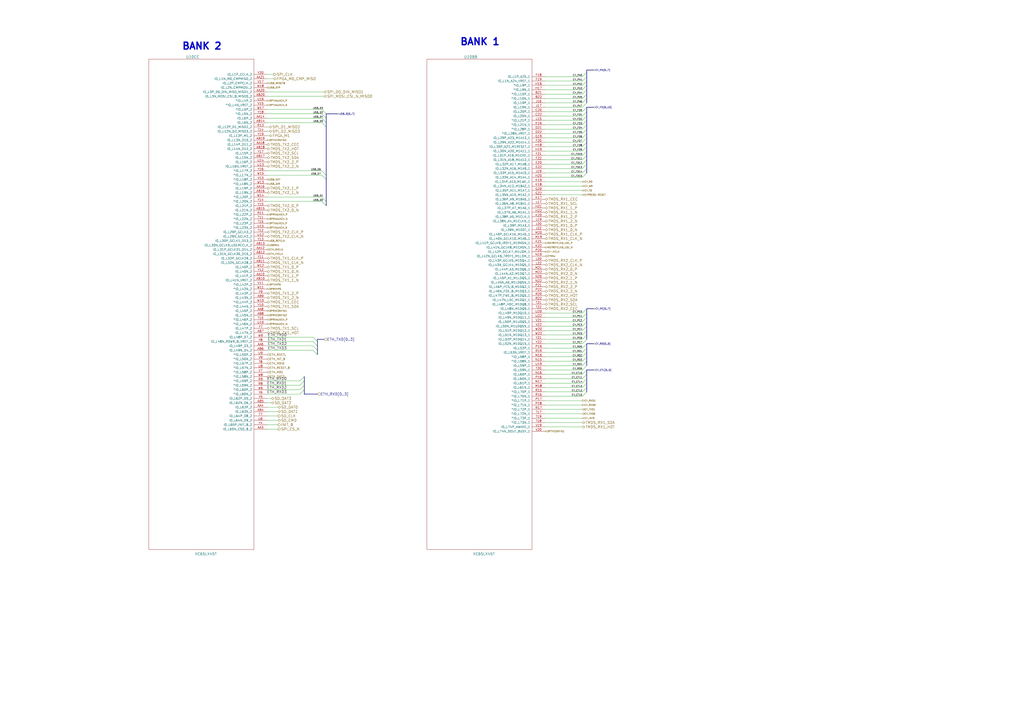
<source format=kicad_sch>
(kicad_sch (version 20250114) (generator "eeschema") (generator_version "9.0")
  (paper "A2")
  (title_block (title "Numato Opsis - FPGA Bank 1 & 2") (date "11 jan 2016") (rev "Rev2") (company "Numato Lab") (comment 1 "http://opsis.hdmi2usb.tv/") (comment 2 "Designed in collaboration between Numato Lab and TimVideos.us") (comment 3 "License: CC-BY-SA 4.0 International") (comment 4 "$Id: 6fa838ea70023ff9e53203f9f01d58db2abe58d8 $"))
  (lib_symbols
    (symbol "XC6SLX150T_1" (pin_names (offset 1.016))
      (property "Reference" "U" (at -45.72 102.87 0))
      (property "Value" "XC6SLX150T" (at -16.51 -185.42 0))
      (symbol "XC6SLX150T_1_1_1"
        (pin bidirectional line (at 19.05 86.36 180) (length 7.62) (name "IO_L1P_HSWAPEN_0") (number "C3"))
        (pin bidirectional line (at 19.05 83.82 180) (length 7.62) (name "IO_L1N_VREF_0") (number "D3"))
        (pin bidirectional line (at 19.05 81.28 180) (length 7.62) (name "IO_L2P_0") (number "D4"))
        (pin bidirectional line (at 19.05 78.74 180) (length 7.62) (name "IO_L2N_0") (number "D5"))
        (pin bidirectional line (at 19.05 76.2 180) (length 7.62) (name "IO_L3P_0") (number "B2"))
        (pin bidirectional line (at 19.05 73.66 180) (length 7.62) (name "IO_L3N_0") (number "A2"))
        (pin bidirectional line (at 19.05 71.12 180) (length 7.62) (name "IO_L4P_0") (number "E5"))
        (pin bidirectional line (at 19.05 68.58 180) (length 7.62) (name "IO_L4N_0") (number "E6"))
        (pin bidirectional line (at 19.05 66.04 180) (length 7.62) (name "IO_L5P_0") (number "B3"))
        (pin bidirectional line (at 19.05 63.5 180) (length 7.62) (name "IO_L5N_0") (number "A3"))
        (pin bidirectional line (at 19.05 60.96 180) (length 7.62) (name "IO_L6P_0") (number "C4"))
        (pin bidirectional line (at 19.05 58.42 180) (length 7.62) (name "IO_L6N_0") (number "A4"))
        (pin bidirectional line (at 19.05 55.88 180) (length 7.62) (name "IO_L7P_0") (number "F7"))
        (pin bidirectional line (at 19.05 53.34 180) (length 7.62) (name "IO_L7N_0") (number "F8"))
        (pin bidirectional line (at 19.05 50.8 180) (length 7.62) (name "IO_L8P_0") (number "C5"))
        (pin bidirectional line (at 19.05 48.26 180) (length 7.62) (name "IO_L8N_VREF_0") (number "A5"))
        (pin bidirectional line (at 19.05 45.72 180) (length 7.62) (name "IO_L32P_0") (number "G8"))
        (pin bidirectional line (at 19.05 43.18 180) (length 7.62) (name "IO_L32N_0") (number "F9"))
        (pin bidirectional line (at 19.05 40.64 180) (length 7.62) (name "IO_L33P_0") (number "H10"))
        (pin bidirectional line (at 19.05 38.1 180) (length 7.62) (name "IO_L33N_0") (number "H11"))
        (pin bidirectional line (at 19.05 35.56 180) (length 7.62) (name "IO_L34P_GCLK19_0") (number "G9"))
        (pin bidirectional line (at 19.05 33.02 180) (length 7.62) (name "IO_L34N_GCLK18_0") (number "F10"))
        (pin bidirectional line (at 19.05 30.48 180) (length 7.62) (name "IO_L35P_GCLK17_0") (number "H12"))
        (pin bidirectional line (at 19.05 27.94 180) (length 7.62) (name "IO_L35N_GCLK16_0") (number "G11"))
        (pin bidirectional line (at 19.05 25.4 180) (length 7.62) (name "IO_L36P_GCLK15_0") (number "F14"))
        (pin bidirectional line (at 19.05 22.86 180) (length 7.62) (name "IO_L36N_GCLK14_0") (number "F15"))
        (pin bidirectional line (at 19.05 20.32 180) (length 7.62) (name "IO_L37P_GCLK13_0") (number "E16"))
        (pin bidirectional line (at 19.05 17.78 180) (length 7.62) (name "IO_L37N_GCLK12_0") (number "F16"))
        (pin bidirectional line (at 19.05 15.24 180) (length 7.62) (name "IO_L38P_0") (number "H13"))
        (pin bidirectional line (at 19.05 12.7 180) (length 7.62) (name "IO_L38N_VREF_0") (number "G13"))
        (pin bidirectional line (at 19.05 10.16 180) (length 7.62) (name "IO_L49P_0") (number "H14"))
        (pin bidirectional line (at 19.05 7.62 180) (length 7.62) (name "IO_L49N_0") (number "G15"))
        (pin bidirectional line (at 19.05 5.08 180) (length 7.62) (name "IO_L50P_0") (number "C17"))
        (pin bidirectional line (at 19.05 2.54 180) (length 7.62) (name "IO_L50N_0") (number "A17"))
        (pin bidirectional line (at 19.05 0 180) (length 7.62) (name "IO_L51P_0") (number "G16"))
        (pin bidirectional line (at 19.05 -2.54 180) (length 7.62) (name "IO_L51N_0") (number "F17"))
        (pin bidirectional line (at 19.05 -5.08 180) (length 7.62) (name "IO_L62P_0") (number "D18"))
        (pin bidirectional line (at 19.05 -7.62 180) (length 7.62) (name "IO_L62N_VREF_0") (number "D19"))
        (pin bidirectional line (at 19.05 -10.16 180) (length 7.62) (name "IO_L63P_SCP7_0") (number "B18"))
        (pin bidirectional line (at 19.05 -12.7 180) (length 7.62) (name "IO_L63N_SCP6_0") (number "A18"))
        (pin bidirectional line (at 19.05 -15.24 180) (length 7.62) (name "IO_L64P_SCP5_0") (number "C19"))
        (pin bidirectional line (at 19.05 -17.78 180) (length 7.62) (name "IO_L64N_SCP4_0") (number "A19"))
        (pin bidirectional line (at 19.05 -20.32 180) (length 7.62) (name "IO_L65P_SCP3_0") (number "B20"))
        (pin bidirectional line (at 19.05 -22.86 180) (length 7.62) (name "IO_L65N_SCP2_0") (number "A20"))
        (pin bidirectional line (at 19.05 -25.4 180) (length 7.62) (name "IO_L66P_SCP1_0") (number "D17"))
        (pin bidirectional line (at 19.05 -27.94 180) (length 7.62) (name "IO_L66N_SCP0_0") (number "C18"))
        (pin bidirectional line (at 19.05 -43.18 180) (length 7.62) (name "MGTTXN0_101") (number "A6"))
        (pin bidirectional line (at 19.05 -45.72 180) (length 7.62) (name "MGTTXP0_101") (number "B6"))
        (pin bidirectional line (at 19.05 -48.26 180) (length 7.62) (name "MGTAVCCPLL0_101") (number "B9"))
        (pin bidirectional line (at 19.05 -50.8 180) (length 7.62) (name "MGTREFCLK0N_101") (number "B10"))
        (pin bidirectional line (at 19.05 -53.34 180) (length 7.62) (name "MGTREFCLK0P_101") (number "A10"))
        (pin bidirectional line (at 19.05 -55.88 180) (length 7.62) (name "MGTRXN0_101") (number "C7"))
        (pin bidirectional line (at 19.05 -58.42 180) (length 7.62) (name "MGTRXP0_101") (number "D7"))
        (pin bidirectional line (at 19.05 -60.96 180) (length 7.62) (name "MGTRREF_101") (number "E9"))
        (pin bidirectional line (at 19.05 -63.5 180) (length 7.62) (name "MGTRXN1_101") (number "C9"))
        (pin bidirectional line (at 19.05 -66.04 180) (length 7.62) (name "MGTAVTTRCAL_101") (number "E8"))
        (pin bidirectional line (at 19.05 -68.58 180) (length 7.62) (name "MGTRXP1_101") (number "D9"))
        (pin bidirectional line (at 19.05 -71.12 180) (length 7.62) (name "MGTAVCCPLL1_101") (number "D12"))
        (pin bidirectional line (at 19.05 -73.66 180) (length 7.62) (name "MGTREFCLK1N_101") (number "D11"))
        (pin bidirectional line (at 19.05 -76.2 180) (length 7.62) (name "MGTREFCLK1P_101") (number "C11"))
        (pin bidirectional line (at 19.05 -78.74 180) (length 7.62) (name "MGTTXN1_101") (number "A8"))
        (pin bidirectional line (at 19.05 -81.28 180) (length 7.62) (name "MGTTXP1_101") (number "B8"))
        (pin bidirectional line (at 19.05 -83.82 180) (length 7.62) (name "MGTAVCC_101") (number "C10"))
        (pin bidirectional line (at 19.05 -86.36 180) (length 7.62) (name "MGTAVTTRX_101") (number "D8"))
        (pin bidirectional line (at 19.05 -88.9 180) (length 7.62) (name "MGTAVTTTX_101") (number "A7"))
        (pin bidirectional line (at 19.05 -102.87 180) (length 7.62) (name "*MGTTXN0_123") (number "A14"))
        (pin bidirectional line (at 19.05 -105.41 180) (length 7.62) (name "*MGTTXP0_123") (number "B14"))
        (pin bidirectional line (at 19.05 -107.95 180) (length 7.62) (name "*MGTAVCCPLL0_123") (number "B13"))
        (pin bidirectional line (at 19.05 -110.49 180) (length 7.62) (name "*MGTREFCLK0N_123") (number "B12"))
        (pin bidirectional line (at 19.05 -113.03 180) (length 7.62) (name "*MGTREFCLK0P_123") (number "A12"))
        (pin bidirectional line (at 19.05 -115.57 180) (length 7.62) (name "*MGTRXN0_123") (number "C13"))
        (pin bidirectional line (at 19.05 -118.11 180) (length 7.62) (name "*MGTRXP0_123") (number "D13"))
        (pin bidirectional line (at 19.05 -120.65 180) (length 7.62) (name "*MGTRXN1_123") (number "C15"))
        (pin bidirectional line (at 19.05 -123.19 180) (length 7.62) (name "*MGTRXP1_123") (number "D15"))
        (pin bidirectional line (at 19.05 -125.73 180) (length 7.62) (name "*MGTAVCCPLL1_123") (number "E13"))
        (pin bidirectional line (at 19.05 -128.27 180) (length 7.62) (name "*MGTREFCLK1N_123") (number "F12"))
        (pin bidirectional line (at 19.05 -130.81 180) (length 7.62) (name "*MGTREFCLK1P_123") (number "E12"))
        (pin bidirectional line (at 19.05 -133.35 180) (length 7.62) (name "*MGTTXN1_123") (number "A16"))
        (pin bidirectional line (at 19.05 -135.89 180) (length 7.62) (name "*MGTTXP1_123") (number "B16"))
        (pin bidirectional line (at 19.05 -138.43 180) (length 7.62) (name "MGTAVTTTX_123") (number "A15"))
        (pin bidirectional line (at 19.05 -140.97 180) (length 7.62) (name "MGTAVTTRX_123") (number "D14"))
        (pin bidirectional line (at 19.05 -143.51 180) (length 7.62) (name "MGTAVCC_123") (number "E10"))
      )
      (symbol "XC6SLX150T_1_2_1"
        (pin bidirectional line (at 19.05 91.44 180) (length 7.62) (name "IO_L1P_A25_1") (number "F18"))
        (pin bidirectional line (at 19.05 88.9 180) (length 7.62) (name "IO_L1N_A24_VREF_1") (number "F19"))
        (pin bidirectional line (at 19.05 86.36 180) (length 7.62) (name "*IO_L9P_1") (number "H16"))
        (pin bidirectional line (at 19.05 83.82 180) (length 7.62) (name "*IO_L9N_1") (number "H17"))
        (pin bidirectional line (at 19.05 81.28 180) (length 7.62) (name "*IO_L10P_1") (number "B21"))
        (pin bidirectional line (at 19.05 78.74 180) (length 7.62) (name "*IO_L10N_1") (number "B22"))
        (pin bidirectional line (at 19.05 76.2 180) (length 7.62) (name "IO_L19P_1") (number "J16"))
        (pin bidirectional line (at 19.05 73.66 180) (length 7.62) (name "IO_L19N_1") (number "J17"))
        (pin bidirectional line (at 19.05 71.12 180) (length 7.62) (name "IO_L20P_1") (number "C20"))
        (pin bidirectional line (at 19.05 68.58 180) (length 7.62) (name "IO_L20N_1") (number "C22"))
        (pin bidirectional line (at 19.05 66.04 180) (length 7.62) (name "*IO_L21P_1") (number "L15"))
        (pin bidirectional line (at 19.05 63.5 180) (length 7.62) (name "*IO_L21N_1") (number "K16"))
        (pin bidirectional line (at 19.05 60.96 180) (length 7.62) (name "*IO_L28P_1") (number "D21"))
        (pin bidirectional line (at 19.05 58.42 180) (length 7.62) (name "*IO_L28N_VREF_1") (number "D22"))
        (pin bidirectional line (at 19.05 55.88 180) (length 7.62) (name "IO_L29P_A23_M1A13_1") (number "G19"))
        (pin bidirectional line (at 19.05 53.34 180) (length 7.62) (name "IO_L29N_A22_M1A14_1") (number "F20"))
        (pin bidirectional line (at 19.05 50.8 180) (length 7.62) (name "IO_L30P_A21_M1RESET_1") (number "H18"))
        (pin bidirectional line (at 19.05 48.26 180) (length 7.62) (name "IO_L30N_A20_M1A11_1") (number "H19"))
        (pin bidirectional line (at 19.05 45.72 180) (length 7.62) (name "IO_L31P_A19_M1CKE_1") (number "F21"))
        (pin bidirectional line (at 19.05 43.18 180) (length 7.62) (name "IO_L31N_A18_M1A12_1") (number "F22"))
        (pin bidirectional line (at 19.05 40.64 180) (length 7.62) (name "IO_L32P_A17_M1A8_1") (number "E20"))
        (pin bidirectional line (at 19.05 38.1 180) (length 7.62) (name "IO_L32N_A16_M1A9_1") (number "E22"))
        (pin bidirectional line (at 19.05 35.56 180) (length 7.62) (name "IO_L33P_A15_M1A10_1") (number "J19"))
        (pin bidirectional line (at 19.05 33.02 180) (length 7.62) (name "IO_L33N_A14_M1A4_1") (number "H20"))
        (pin bidirectional line (at 19.05 30.48 180) (length 7.62) (name "IO_L34P_A13_M1WE_1") (number "K19"))
        (pin bidirectional line (at 19.05 27.94 180) (length 7.62) (name "IO_L34N_A12_M1BA2_1") (number "K18"))
        (pin bidirectional line (at 19.05 25.4 180) (length 7.62) (name "IO_L35P_A11_M1A7_1") (number "G20"))
        (pin bidirectional line (at 19.05 22.86 180) (length 7.62) (name "IO_L35N_A10_M1A2_1") (number "G22"))
        (pin bidirectional line (at 19.05 20.32 180) (length 7.62) (name "IO_L36P_A9_M1BA0_1") (number "K17"))
        (pin bidirectional line (at 19.05 17.78 180) (length 7.62) (name "IO_L36N_A8_M1BA1_1") (number "L17"))
        (pin bidirectional line (at 19.05 15.24 180) (length 7.62) (name "IO_L37P_A7_M1A0_1") (number "H21"))
        (pin bidirectional line (at 19.05 12.7 180) (length 7.62) (name "IO_L37N_A6_M1A1_1") (number "H22"))
        (pin bidirectional line (at 19.05 10.16 180) (length 7.62) (name "IO_L38P_A5_M1CLK_1") (number "K20"))
        (pin bidirectional line (at 19.05 7.62 180) (length 7.62) (name "IO_L38N_A4_M1CLKN_1") (number "L19"))
        (pin bidirectional line (at 19.05 5.08 180) (length 7.62) (name "IO_L39P_M1A3_1") (number "J20"))
        (pin bidirectional line (at 19.05 2.54 180) (length 7.62) (name "IO_L39N_M1ODT_1") (number "J22"))
        (pin bidirectional line (at 19.05 0 180) (length 7.62) (name "IO_L40P_GCLK11_M1A5_1") (number "M20"))
        (pin bidirectional line (at 19.05 -2.54 180) (length 7.62) (name "IO_L40N_GCLK10_M1A6_1") (number "M19"))
        (pin bidirectional line (at 19.05 -5.08 180) (length 7.62) (name "IO_L41P_GCLK9_IRDY1_M1RASN_1") (number "K21"))
        (pin bidirectional line (at 19.05 -7.62 180) (length 7.62) (name "IO_L41N_GCLK8_M1CASN_1") (number "K22"))
        (pin bidirectional line (at 19.05 -10.16 180) (length 7.62) (name "IO_L42P_GCLK7_M1UDM_1") (number "P20"))
        (pin bidirectional line (at 19.05 -12.7 180) (length 7.62) (name "IO_L42N_GCLK6_TRDY1_M1LDM_1") (number "N19"))
        (pin bidirectional line (at 19.05 -15.24 180) (length 7.62) (name "IO_L43P_GCLK5_M1DQ4_1") (number "L20"))
        (pin bidirectional line (at 19.05 -17.78 180) (length 7.62) (name "IO_L43N_GCLK4_M1DQ5_1") (number "L22"))
        (pin bidirectional line (at 19.05 -20.32 180) (length 7.62) (name "IO_L44P_A3_M1DQ6_1") (number "M21"))
        (pin bidirectional line (at 19.05 -22.86 180) (length 7.62) (name "IO_L44N_A2_M1DQ7_1") (number "M22"))
        (pin bidirectional line (at 19.05 -25.4 180) (length 7.62) (name "IO_L45P_A1_M1LDQS_1") (number "N20"))
        (pin bidirectional line (at 19.05 -27.94 180) (length 7.62) (name "IO_L45N_A0_M1LDQSN_1") (number "N22"))
        (pin bidirectional line (at 19.05 -30.48 180) (length 7.62) (name "IO_L46P_FCS_B_M1DQ2_1") (number "P21"))
        (pin bidirectional line (at 19.05 -33.02 180) (length 7.62) (name "IO_L46N_FOE_B_M1DQ3_1") (number "P22"))
        (pin bidirectional line (at 19.05 -35.56 180) (length 7.62) (name "IO_L47P_FWE_B_M1DQ0_1") (number "R20"))
        (pin bidirectional line (at 19.05 -38.1 180) (length 7.62) (name "IO_L47N_LDC_M1DQ1_1") (number "R22"))
        (pin bidirectional line (at 19.05 -40.64 180) (length 7.62) (name "IO_L48P_HDC_M1DQ8_1") (number "T21"))
        (pin bidirectional line (at 19.05 -43.18 180) (length 7.62) (name "IO_L48N_M1DQ9_1") (number "T22"))
        (pin bidirectional line (at 19.05 -45.72 180) (length 7.62) (name "IO_L49P_M1DQ10_1") (number "U20"))
        (pin bidirectional line (at 19.05 -48.26 180) (length 7.62) (name "IO_L49N_M1DQ11_1") (number "U22"))
        (pin bidirectional line (at 19.05 -50.8 180) (length 7.62) (name "IO_L50P_M1UDQS_1") (number "V21"))
        (pin bidirectional line (at 19.05 -53.34 180) (length 7.62) (name "IO_L50N_M1UDQSN_1") (number "V22"))
        (pin bidirectional line (at 19.05 -55.88 180) (length 7.62) (name "IO_L51P_M1DQ12_1") (number "W20"))
        (pin bidirectional line (at 19.05 -58.42 180) (length 7.62) (name "IO_L51N_M1DQ13_1") (number "W22"))
        (pin bidirectional line (at 19.05 -60.96 180) (length 7.62) (name "IO_L52P_M1DQ14_1") (number "Y21"))
        (pin bidirectional line (at 19.05 -63.5 180) (length 7.62) (name "IO_L52N_M1DQ15_1") (number "Y22"))
        (pin bidirectional line (at 19.05 -66.04 180) (length 7.62) (name "IO_L53P_1") (number "P19"))
        (pin bidirectional line (at 19.05 -68.58 180) (length 7.62) (name "IO_L53N_VREF_1") (number "R19"))
        (pin bidirectional line (at 19.05 -71.12 180) (length 7.62) (name "*IO_L58P_1") (number "M16"))
        (pin bidirectional line (at 19.05 -73.66 180) (length 7.62) (name "*IO_L58N_1") (number "N15"))
        (pin bidirectional line (at 19.05 -76.2 180) (length 7.62) (name "IO_L59P_1") (number "U19"))
        (pin bidirectional line (at 19.05 -78.74 180) (length 7.62) (name "IO_L59N_1") (number "T20"))
        (pin bidirectional line (at 19.05 -81.28 180) (length 7.62) (name "IO_L60P_1") (number "N16"))
        (pin bidirectional line (at 19.05 -83.82 180) (length 7.62) (name "IO_L60N_1") (number "P16"))
        (pin bidirectional line (at 19.05 -86.36 180) (length 7.62) (name "IO_L61P_1") (number "M17"))
        (pin bidirectional line (at 19.05 -88.9 180) (length 7.62) (name "IO_L61N_1") (number "M18"))
        (pin bidirectional line (at 19.05 -91.44 180) (length 7.62) (name "*IO_L70P_1") (number "R15"))
        (pin bidirectional line (at 19.05 -93.98 180) (length 7.62) (name "*IO_L70N_1") (number "R16"))
        (pin bidirectional line (at 19.05 -96.52 180) (length 7.62) (name "*IO_L71P_1") (number "P17"))
        (pin bidirectional line (at 19.05 -99.06 180) (length 7.62) (name "*IO_L71N_1") (number "P18"))
        (pin bidirectional line (at 19.05 -101.6 180) (length 7.62) (name "*IO_L72P_1") (number "R17"))
        (pin bidirectional line (at 19.05 -104.14 180) (length 7.62) (name "*IO_L72N_1") (number "T17"))
        (pin bidirectional line (at 19.05 -106.68 180) (length 7.62) (name "*IO_L73P_1") (number "T19"))
        (pin bidirectional line (at 19.05 -109.22 180) (length 7.62) (name "*IO_L73N_1") (number "T18"))
        (pin bidirectional line (at 19.05 -111.76 180) (length 7.62) (name "IO_L74P_AWAKE_1") (number "V19"))
        (pin bidirectional line (at 19.05 -114.3 180) (length 7.62) (name "IO_L74N_DOUT_BUSY_1") (number "V20"))
      )
      (symbol "XC6SLX150T_1_3_1"
        (pin bidirectional line (at 19.05 92.71 180) (length 7.62) (name "IO_L1P_CCLK_2") (number "Y20"))
        (pin bidirectional line (at 19.05 90.17 180) (length 7.62) (name "IO_L1N_M0_CMPMISO_2") (number "AA21"))
        (pin bidirectional line (at 19.05 87.63 180) (length 7.62) (name "IO_L2P_CMPCLK_2") (number "V17"))
        (pin bidirectional line (at 19.05 85.09 180) (length 7.62) (name "IO_L2N_CMPMOSI_2") (number "W18"))
        (pin bidirectional line (at 19.05 82.55 180) (length 7.62) (name "IO_L3P_D0_DIN_MISO_MISO1_2") (number "AA20"))
        (pin bidirectional line (at 19.05 80.01 180) (length 7.62) (name "IO_L3N_MOSI_CSI_B_MISO0_2") (number "AB20"))
        (pin bidirectional line (at 19.05 77.47 180) (length 7.62) (name "*IO_L4P_2") (number "U16"))
        (pin bidirectional line (at 19.05 74.93 180) (length 7.62) (name "*IO_L4N_VREF_2") (number "V15"))
        (pin bidirectional line (at 19.05 72.39 180) (length 7.62) (name "*IO_L5P_2") (number "W17"))
        (pin bidirectional line (at 19.05 69.85 180) (length 7.62) (name "*IO_L5N_2") (number "Y18"))
        (pin bidirectional line (at 19.05 67.31 180) (length 7.62) (name "IO_L6P_2") (number "AA14"))
        (pin bidirectional line (at 19.05 64.77 180) (length 7.62) (name "IO_L6N_2") (number "AB14"))
        (pin bidirectional line (at 19.05 62.23 180) (length 7.62) (name "IO_L12P_D1_MISO2_2") (number "R13"))
        (pin bidirectional line (at 19.05 59.69 180) (length 7.62) (name "IO_L12N_D2_MISO3_2") (number "T14"))
        (pin bidirectional line (at 19.05 57.15 180) (length 7.62) (name "IO_L13P_M1_2") (number "Y19"))
        (pin bidirectional line (at 19.05 54.61 180) (length 7.62) (name "IO_L13N_D10_2") (number "AB19"))
        (pin bidirectional line (at 19.05 52.07 180) (length 7.62) (name "IO_L14P_D11_2") (number "AA18"))
        (pin bidirectional line (at 19.05 49.53 180) (length 7.62) (name "IO_L14N_D12_2") (number "AB18"))
        (pin bidirectional line (at 19.05 46.99 180) (length 7.62) (name "IO_L15P_2") (number "Y17"))
        (pin bidirectional line (at 19.05 44.45 180) (length 7.62) (name "IO_L15N_2") (number "AB17"))
        (pin bidirectional line (at 19.05 41.91 180) (length 7.62) (name "IO_L16P_2") (number "U14"))
        (pin bidirectional line (at 19.05 39.37 180) (length 7.62) (name "IO_L16N_VREF_2") (number "U13"))
        (pin bidirectional line (at 19.05 36.83 180) (length 7.62) (name "*IO_L17P_2") (number "Y16"))
        (pin bidirectional line (at 19.05 34.29 180) (length 7.62) (name "*IO_L17N_2") (number "W15"))
        (pin bidirectional line (at 19.05 31.75 180) (length 7.62) (name "*IO_L18P_2") (number "V13"))
        (pin bidirectional line (at 19.05 29.21 180) (length 7.62) (name "*IO_L18N_2") (number "W13"))
        (pin bidirectional line (at 19.05 26.67 180) (length 7.62) (name "IO_L19P_2") (number "AA16"))
        (pin bidirectional line (at 19.05 24.13 180) (length 7.62) (name "IO_L19N_2") (number "AB16"))
        (pin bidirectional line (at 19.05 21.59 180) (length 7.62) (name "*IO_L20P_2") (number "W14"))
        (pin bidirectional line (at 19.05 19.05 180) (length 7.62) (name "*IO_L20N_2") (number "Y14"))
        (pin bidirectional line (at 19.05 16.51 180) (length 7.62) (name "IO_L21P_2") (number "Y15"))
        (pin bidirectional line (at 19.05 13.97 180) (length 7.62) (name "IO_L21N_2") (number "AB15"))
        (pin bidirectional line (at 19.05 11.43 180) (length 7.62) (name "*IO_L22P_2") (number "R11"))
        (pin bidirectional line (at 19.05 8.89 180) (length 7.62) (name "*IO_L22N_2") (number "T11"))
        (pin bidirectional line (at 19.05 6.35 180) (length 7.62) (name "*IO_L23P_2") (number "T15"))
        (pin bidirectional line (at 19.05 3.81 180) (length 7.62) (name "*IO_L23N_2") (number "U15"))
        (pin bidirectional line (at 19.05 1.27 180) (length 7.62) (name "IO_L29P_GCLK3_2") (number "T12"))
        (pin bidirectional line (at 19.05 -1.27 180) (length 7.62) (name "IO_L29N_GCLK2_2") (number "U12"))
        (pin bidirectional line (at 19.05 -3.81 180) (length 7.62) (name "IO_L30P_GCLK1_D13_2") (number "Y13"))
        (pin bidirectional line (at 19.05 -6.35 180) (length 7.62) (name "IO_L30N_GCLK0_USERCCLK_2") (number "AB13"))
        (pin bidirectional line (at 19.05 -8.89 180) (length 7.62) (name "IO_L31P_GCLK31_D14_2") (number "AA12"))
        (pin bidirectional line (at 19.05 -11.43 180) (length 7.62) (name "IO_L31N_GCLK30_D15_2") (number "AB12"))
        (pin bidirectional line (at 19.05 -13.97 180) (length 7.62) (name "IO_L32P_GCLK29_2") (number "Y11"))
        (pin bidirectional line (at 19.05 -16.51 180) (length 7.62) (name "IO_L32N_GCLK28_2") (number "AB11"))
        (pin bidirectional line (at 19.05 -19.05 180) (length 7.62) (name "IO_L40P_2") (number "W12"))
        (pin bidirectional line (at 19.05 -21.59 180) (length 7.62) (name "IO_L40N_2") (number "Y12"))
        (pin bidirectional line (at 19.05 -24.13 180) (length 7.62) (name "IO_L41P_2") (number "AA10"))
        (pin bidirectional line (at 19.05 -26.67 180) (length 7.62) (name "IO_L41N_VREF_2") (number "AB10"))
        (pin bidirectional line (at 19.05 -29.21 180) (length 7.62) (name "*IO_L42P_2") (number "V11"))
        (pin bidirectional line (at 19.05 -31.75 180) (length 7.62) (name "*IO_L42N_2") (number "W11"))
        (pin bidirectional line (at 19.05 -34.29 180) (length 7.62) (name "IO_L43P_2") (number "Y9"))
        (pin bidirectional line (at 19.05 -36.83 180) (length 7.62) (name "IO_L43N_2") (number "AB9"))
        (pin bidirectional line (at 19.05 -39.37 180) (length 7.62) (name "*IO_L44P_2") (number "W10"))
        (pin bidirectional line (at 19.05 -41.91 180) (length 7.62) (name "*IO_L44N_2") (number "Y10"))
        (pin bidirectional line (at 19.05 -44.45 180) (length 7.62) (name "IO_L45P_2") (number "AA8"))
        (pin bidirectional line (at 19.05 -46.99 180) (length 7.62) (name "IO_L45N_2") (number "AB8"))
        (pin bidirectional line (at 19.05 -49.53 180) (length 7.62) (name "*IO_L46P_2") (number "T10"))
        (pin bidirectional line (at 19.05 -52.07 180) (length 7.62) (name "*IO_L46N_2") (number "U10"))
        (pin bidirectional line (at 19.05 -54.61 180) (length 7.62) (name "IO_L47P_2") (number "Y7"))
        (pin bidirectional line (at 19.05 -57.15 180) (length 7.62) (name "IO_L47N_2") (number "AB7"))
        (pin bidirectional line (at 19.05 -59.69 180) (length 7.62) (name "IO_L48P_D7_2") (number "W9"))
        (pin bidirectional line (at 19.05 -62.23 180) (length 7.62) (name "IO_L48N_RDWR_B_VREF_2") (number "Y8"))
        (pin bidirectional line (at 19.05 -64.77 180) (length 7.62) (name "IO_L49P_D3_2") (number "AA6"))
        (pin bidirectional line (at 19.05 -67.31 180) (length 7.62) (name "IO_L49N_D4_2") (number "AB6"))
        (pin bidirectional line (at 19.05 -69.85 180) (length 7.62) (name "*IO_L50P_2") (number "U9"))
        (pin bidirectional line (at 19.05 -72.39 180) (length 7.62) (name "*IO_L50N_2") (number "V9"))
        (pin bidirectional line (at 19.05 -74.93 180) (length 7.62) (name "*IO_L57P_2") (number "T8"))
        (pin bidirectional line (at 19.05 -77.47 180) (length 7.62) (name "*IO_L57N_2") (number "U8"))
        (pin bidirectional line (at 19.05 -80.01 180) (length 7.62) (name "*IO_L58P_2") (number "V7"))
        (pin bidirectional line (at 19.05 -82.55 180) (length 7.62) (name "*IO_L58N_2") (number "W8"))
        (pin bidirectional line (at 19.05 -85.09 180) (length 7.62) (name "*IO_L59P_2") (number "R9"))
        (pin bidirectional line (at 19.05 -87.63 180) (length 7.62) (name "*IO_L59N_2") (number "R8"))
        (pin bidirectional line (at 19.05 -90.17 180) (length 7.62) (name "*IO_L60P_2") (number "W6"))
        (pin bidirectional line (at 19.05 -92.71 180) (length 7.62) (name "*IO_L60N_2") (number "Y6"))
        (pin bidirectional line (at 19.05 -95.25 180) (length 7.62) (name "IO_L62P_D5_2") (number "Y5"))
        (pin bidirectional line (at 19.05 -97.79 180) (length 7.62) (name "IO_L62N_D6_2") (number "AB5"))
        (pin bidirectional line (at 19.05 -100.33 180) (length 7.62) (name "IO_L63P_2") (number "AA4"))
        (pin bidirectional line (at 19.05 -102.87 180) (length 7.62) (name "IO_L63N_2") (number "AB4"))
        (pin bidirectional line (at 19.05 -105.41 180) (length 7.62) (name "IO_L64P_D8_2") (number "T7"))
        (pin bidirectional line (at 19.05 -107.95 180) (length 7.62) (name "IO_L64N_D9_2") (number "U6"))
        (pin bidirectional line (at 19.05 -110.49 180) (length 7.62) (name "IO_L65P_INIT_B_2") (number "Y4"))
        (pin bidirectional line (at 19.05 -113.03 180) (length 7.62) (name "IO_L65N_CSO_B_2") (number "AA3"))
      )
      (symbol "XC6SLX150T_1_4_1"
        (pin bidirectional line (at 19.05 92.71 180) (length 7.62) (name "IO_L1P_3") (number "R7"))
        (pin bidirectional line (at 19.05 90.17 180) (length 7.62) (name "IO_L1N_VREF_3") (number "P8"))
        (pin bidirectional line (at 19.05 87.63 180) (length 7.62) (name "IO_L2P_3") (number "W4"))
        (pin bidirectional line (at 19.05 85.09 180) (length 7.62) (name "IO_L2N_3") (number "Y3"))
        (pin bidirectional line (at 19.05 82.55 180) (length 7.62) (name "*IO_L7P_3") (number "T6"))
        (pin bidirectional line (at 19.05 80.01 180) (length 7.62) (name "*IO_L7N_3") (number "T5"))
        (pin bidirectional line (at 19.05 77.47 180) (length 7.62) (name "*IO_L8P_3") (number "V5"))
        (pin bidirectional line (at 19.05 74.93 180) (length 7.62) (name "*IO_L8N_3") (number "V3"))
        (pin bidirectional line (at 19.05 72.39 180) (length 7.62) (name "IO_L9P_3") (number "P5"))
        (pin bidirectional line (at 19.05 69.85 180) (length 7.62) (name "IO_L9N_3") (number "P4"))
        (pin bidirectional line (at 19.05 67.31 180) (length 7.62) (name "IO_L10P_3") (number "AA2"))
        (pin bidirectional line (at 19.05 64.77 180) (length 7.62) (name "IO_L10N_3") (number "AA1"))
        (pin bidirectional line (at 19.05 62.23 180) (length 7.62) (name "*IO_L23P_3") (number "N6"))
        (pin bidirectional line (at 19.05 59.69 180) (length 7.62) (name "*IO_L23N_3") (number "N7"))
        (pin bidirectional line (at 19.05 57.15 180) (length 7.62) (name "*IO_L24P_3") (number "U4"))
        (pin bidirectional line (at 19.05 54.61 180) (length 7.62) (name "*IO_L24N_3") (number "T4"))
        (pin bidirectional line (at 19.05 52.07 180) (length 7.62) (name "*IO_L25P_3") (number "P6"))
        (pin bidirectional line (at 19.05 49.53 180) (length 7.62) (name "*IO_L25N_3") (number "P7"))
        (pin bidirectional line (at 19.05 46.99 180) (length 7.62) (name "*IO_L26P_3") (number "T3"))
        (pin bidirectional line (at 19.05 44.45 180) (length 7.62) (name "*IO_L26N_3") (number "R4"))
        (pin bidirectional line (at 19.05 41.91 180) (length 7.62) (name "IO_L31P_3") (number "M7"))
        (pin bidirectional line (at 19.05 39.37 180) (length 7.62) (name "IO_L31N_VREF_3") (number "M8"))
        (pin bidirectional line (at 19.05 36.83 180) (length 7.62) (name "IO_L32P_M3DQ14_3") (number "Y2"))
        (pin bidirectional line (at 19.05 34.29 180) (length 7.62) (name "IO_L32N_M3DQ15_3") (number "Y1"))
        (pin bidirectional line (at 19.05 31.75 180) (length 7.62) (name "IO_L33P_M3DQ12_3") (number "W3"))
        (pin bidirectional line (at 19.05 29.21 180) (length 7.62) (name "IO_L33N_M3DQ13_3") (number "W1"))
        (pin bidirectional line (at 19.05 26.67 180) (length 7.62) (name "IO_L34P_M3UDQS_3") (number "V2"))
        (pin bidirectional line (at 19.05 24.13 180) (length 7.62) (name "IO_L34N_M3UDQSN_3") (number "V1"))
        (pin bidirectional line (at 19.05 21.59 180) (length 7.62) (name "IO_L35P_M3DQ10_3") (number "U3"))
        (pin bidirectional line (at 19.05 19.05 180) (length 7.62) (name "IO_L35N_M3DQ11_3") (number "U1"))
        (pin bidirectional line (at 19.05 16.51 180) (length 7.62) (name "IO_L36P_M3DQ8_3") (number "T2"))
        (pin bidirectional line (at 19.05 13.97 180) (length 7.62) (name "IO_L36N_M3DQ9_3") (number "T1"))
        (pin bidirectional line (at 19.05 11.43 180) (length 7.62) (name "IO_L37P_M3DQ0_3") (number "R3"))
        (pin bidirectional line (at 19.05 8.89 180) (length 7.62) (name "IO_L37N_M3DQ1_3") (number "R1"))
        (pin bidirectional line (at 19.05 6.35 180) (length 7.62) (name "IO_L38P_M3DQ2_3") (number "P2"))
        (pin bidirectional line (at 19.05 3.81 180) (length 7.62) (name "IO_L38N_M3DQ3_3") (number "P1"))
        (pin bidirectional line (at 19.05 1.27 180) (length 7.62) (name "IO_L39P_M3LDQS_3") (number "N3"))
        (pin bidirectional line (at 19.05 -1.27 180) (length 7.62) (name "IO_L39N_M3LDQSN_3") (number "N1"))
        (pin bidirectional line (at 19.05 -3.81 180) (length 7.62) (name "IO_L40P_M3DQ6_3") (number "M2"))
        (pin bidirectional line (at 19.05 -6.35 180) (length 7.62) (name "IO_L40N_M3DQ7_3") (number "M1"))
        (pin bidirectional line (at 19.05 -8.89 180) (length 7.62) (name "IO_L41P_GCLK27_M3DQ4_3") (number "L3"))
        (pin bidirectional line (at 19.05 -11.43 180) (length 7.62) (name "IO_L41N_GCLK26_M3DQ5_3") (number "L1"))
        (pin bidirectional line (at 19.05 -13.97 180) (length 7.62) (name "IO_L42P_GCLK25_TRDY2_M3UDM_3") (number "P3"))
        (pin bidirectional line (at 19.05 -16.51 180) (length 7.62) (name "IO_L42N_GCLK24_M3LDM_3") (number "N4"))
        (pin bidirectional line (at 19.05 -19.05 180) (length 7.62) (name "IO_L43P_GCLK23_M3RASN_3") (number "M5"))
        (pin bidirectional line (at 19.05 -21.59 180) (length 7.62) (name "IO_L43N_GCLK22_IRDY2_M3CASN_3") (number "M4"))
        (pin bidirectional line (at 19.05 -24.13 180) (length 7.62) (name "IO_L44P_GCLK21_M3A5_3") (number "M3"))
        (pin bidirectional line (at 19.05 -26.67 180) (length 7.62) (name "IO_L44N_GCLK20_M3A6_3") (number "L4"))
        (pin bidirectional line (at 19.05 -29.21 180) (length 7.62) (name "IO_L45P_M3A3_3") (number "M6"))
        (pin bidirectional line (at 19.05 -31.75 180) (length 7.62) (name "IO_L45N_M3ODT_3") (number "L6"))
        (pin bidirectional line (at 19.05 -34.29 180) (length 7.62) (name "IO_L46P_M3CLK_3") (number "K4"))
        (pin bidirectional line (at 19.05 -36.83 180) (length 7.62) (name "IO_L46N_M3CLKN_3") (number "K3"))
        (pin bidirectional line (at 19.05 -39.37 180) (length 7.62) (name "IO_L47P_M3A0_3") (number "K2"))
        (pin bidirectional line (at 19.05 -41.91 180) (length 7.62) (name "IO_L47N_M3A1_3") (number "K1"))
        (pin bidirectional line (at 19.05 -44.45 180) (length 7.62) (name "IO_L48P_M3BA0_3") (number "J3"))
        (pin bidirectional line (at 19.05 -46.99 180) (length 7.62) (name "IO_L48N_M3BA1_3") (number "J1"))
        (pin bidirectional line (at 19.05 -49.53 180) (length 7.62) (name "IO_L49P_M3A7_3") (number "K6"))
        (pin bidirectional line (at 19.05 -52.07 180) (length 7.62) (name "IO_L49N_M3A2_3") (number "K5"))
        (pin bidirectional line (at 19.05 -54.61 180) (length 7.62) (name "IO_L50P_M3WE_3") (number "H2"))
        (pin bidirectional line (at 19.05 -57.15 180) (length 7.62) (name "IO_L50N_M3BA2_3") (number "H1"))
        (pin bidirectional line (at 19.05 -59.69 180) (length 7.62) (name "IO_L51P_M3A10_3") (number "J4"))
        (pin bidirectional line (at 19.05 -62.23 180) (length 7.62) (name "IO_L51N_M3A4_3") (number "H3"))
        (pin bidirectional line (at 19.05 -64.77 180) (length 7.62) (name "IO_L52P_M3A8_3") (number "G3"))
        (pin bidirectional line (at 19.05 -67.31 180) (length 7.62) (name "IO_L52N_M3A9_3") (number "G1"))
        (pin bidirectional line (at 19.05 -69.85 180) (length 7.62) (name "IO_L53P_M3CKE_3") (number "F2"))
        (pin bidirectional line (at 19.05 -72.39 180) (length 7.62) (name "IO_L53N_M3A12_3") (number "F1"))
        (pin bidirectional line (at 19.05 -74.93 180) (length 7.62) (name "IO_L54P_M3RESET_3") (number "E3"))
        (pin bidirectional line (at 19.05 -77.47 180) (length 7.62) (name "IO_L54N_M3A11_3") (number "E1"))
        (pin bidirectional line (at 19.05 -80.01 180) (length 7.62) (name "IO_L55P_M3A13_3") (number "J6"))
        (pin bidirectional line (at 19.05 -82.55 180) (length 7.62) (name "IO_L55N_M3A14_3") (number "H5"))
        (pin bidirectional line (at 19.05 -85.09 180) (length 7.62) (name "*IO_L57P_3") (number "K7"))
        (pin bidirectional line (at 19.05 -87.63 180) (length 7.62) (name "*IO_L57N_VREF_3") (number "K8"))
        (pin bidirectional line (at 19.05 -90.17 180) (length 7.62) (name "*IO_L58P_3") (number "H4"))
        (pin bidirectional line (at 19.05 -92.71 180) (length 7.62) (name "*IO_L58N_3") (number "G4"))
        (pin bidirectional line (at 19.05 -95.25 180) (length 7.62) (name "IO_L59P_3") (number "D2"))
        (pin bidirectional line (at 19.05 -97.79 180) (length 7.62) (name "IO_L59N_3") (number "D1"))
        (pin bidirectional line (at 19.05 -100.33 180) (length 7.62) (name "IO_L60P_3") (number "F3"))
        (pin bidirectional line (at 19.05 -102.87 180) (length 7.62) (name "IO_L60N_3") (number "E4"))
        (pin bidirectional line (at 19.05 -105.41 180) (length 7.62) (name "*IO_L80P_3") (number "H6"))
        (pin bidirectional line (at 19.05 -107.95 180) (length 7.62) (name "*IO_L80N_3") (number "G7"))
        (pin bidirectional line (at 19.05 -110.49 180) (length 7.62) (name "*IO_L81P_3") (number "J7"))
        (pin bidirectional line (at 19.05 -113.03 180) (length 7.62) (name "*IO_L81N_3") (number "H8"))
        (pin bidirectional line (at 19.05 -115.57 180) (length 7.62) (name "*IO_L82P_3") (number "F5"))
        (pin bidirectional line (at 19.05 -118.11 180) (length 7.62) (name "*IO_L82N_3") (number "G6"))
        (pin bidirectional line (at 19.05 -120.65 180) (length 7.62) (name "IO_L83P_3") (number "C1"))
        (pin bidirectional line (at 19.05 -123.19 180) (length 7.62) (name "IO_L83N_VREF_3") (number "B1"))
      )
      (symbol "XC6SLX150T_1_5_1"
        (pin power_in line (at 19.05 96.52 180) (length 7.62) (name "GND") (number "A1"))
        (pin power_in line (at 19.05 93.98 180) (length 7.62) (name "GND") (number "A11"))
        (pin power_in line (at 19.05 91.44 180) (length 7.62) (name "GND") (number "A13"))
        (pin power_in line (at 19.05 88.9 180) (length 7.62) (name "GND") (number "A22"))
        (pin power_in line (at 19.05 86.36 180) (length 7.62) (name "GND") (number "A9"))
        (pin power_in line (at 19.05 83.82 180) (length 7.62) (name "GND") (number "AA13"))
        (pin power_in line (at 19.05 81.28 180) (length 7.62) (name "GND") (number "AA17"))
        (pin power_in line (at 19.05 78.74 180) (length 7.62) (name "GND") (number "AA5"))
        (pin power_in line (at 19.05 76.2 180) (length 7.62) (name "GND") (number "AA9"))
        (pin power_in line (at 19.05 73.66 180) (length 7.62) (name "GND") (number "AB1"))
        (pin power_in line (at 19.05 71.12 180) (length 7.62) (name "GND") (number "AB22"))
        (pin power_in line (at 19.05 68.58 180) (length 7.62) (name "GND") (number "B11"))
        (pin power_in line (at 19.05 66.04 180) (length 7.62) (name "GND") (number "B15"))
        (pin power_in line (at 19.05 63.5 180) (length 7.62) (name "GND") (number "B17"))
        (pin power_in line (at 19.05 60.96 180) (length 7.62) (name "GND") (number "B5"))
        (pin power_in line (at 19.05 58.42 180) (length 7.62) (name "GND") (number "B7"))
        (pin power_in line (at 19.05 55.88 180) (length 7.62) (name "GND") (number "C12"))
        (pin power_in line (at 19.05 53.34 180) (length 7.62) (name "GND") (number "C14"))
        (pin power_in line (at 19.05 50.8 180) (length 7.62) (name "GND") (number "C16"))
        (pin power_in line (at 19.05 48.26 180) (length 7.62) (name "GND") (number "C6"))
        (pin power_in line (at 19.05 45.72 180) (length 7.62) (name "GND") (number "C8"))
        (pin power_in line (at 19.05 43.18 180) (length 7.62) (name "GND") (number "D10"))
        (pin power_in line (at 19.05 40.64 180) (length 7.62) (name "GND") (number "D16"))
        (pin power_in line (at 19.05 38.1 180) (length 7.62) (name "GND") (number "D6"))
        (pin power_in line (at 19.05 35.56 180) (length 7.62) (name "GND") (number "E11"))
        (pin power_in line (at 19.05 33.02 180) (length 7.62) (name "GND") (number "E14"))
        (pin power_in line (at 19.05 30.48 180) (length 7.62) (name "GND") (number "E15"))
        (pin power_in line (at 19.05 27.94 180) (length 7.62) (name "GND") (number "E2"))
        (pin power_in line (at 19.05 25.4 180) (length 7.62) (name "GND") (number "E21"))
        (pin power_in line (at 19.05 22.86 180) (length 7.62) (name "GND") (number "E7"))
        (pin power_in line (at 19.05 20.32 180) (length 7.62) (name "GND") (number "F13"))
        (pin power_in line (at 19.05 17.78 180) (length 7.62) (name "GND") (number "G18"))
        (pin power_in line (at 19.05 15.24 180) (length 7.62) (name "GND") (number "G5"))
        (pin power_in line (at 19.05 12.7 180) (length 7.62) (name "GND") (number "H7"))
        (pin power_in line (at 19.05 10.16 180) (length 7.62) (name "GND") (number "J11"))
        (pin power_in line (at 19.05 7.62 180) (length 7.62) (name "GND") (number "J13"))
        (pin power_in line (at 19.05 5.08 180) (length 7.62) (name "GND") (number "J15"))
        (pin power_in line (at 19.05 2.54 180) (length 7.62) (name "GND") (number "J2"))
        (pin power_in line (at 19.05 0 180) (length 7.62) (name "GND") (number "J21"))
        (pin power_in line (at 19.05 -2.54 180) (length 7.62) (name "GND") (number "J9"))
        (pin power_in line (at 19.05 -5.08 180) (length 7.62) (name "GND") (number "K10"))
        (pin power_in line (at 19.05 -7.62 180) (length 7.62) (name "GND") (number "K12"))
        (pin power_in line (at 19.05 -10.16 180) (length 7.62) (name "GND") (number "K14"))
        (pin power_in line (at 19.05 -12.7 180) (length 7.62) (name "GND") (number "L11"))
        (pin power_in line (at 19.05 -15.24 180) (length 7.62) (name "GND") (number "L13"))
        (pin power_in line (at 19.05 -17.78 180) (length 7.62) (name "GND") (number "L18"))
        (pin power_in line (at 19.05 -20.32 180) (length 7.62) (name "GND") (number "L5"))
        (pin power_in line (at 19.05 -22.86 180) (length 7.62) (name "GND") (number "L9"))
        (pin power_in line (at 19.05 -25.4 180) (length 7.62) (name "GND") (number "M10"))
        (pin power_in line (at 19.05 -27.94 180) (length 7.62) (name "GND") (number "M12"))
        (pin power_in line (at 19.05 -30.48 180) (length 7.62) (name "GND") (number "M14"))
        (pin power_in line (at 19.05 -33.02 180) (length 7.62) (name "GND") (number "N11"))
        (pin power_in line (at 19.05 -35.56 180) (length 7.62) (name "GND") (number "N13"))
        (pin power_in line (at 19.05 -38.1 180) (length 7.62) (name "GND") (number "N17"))
        (pin power_in line (at 19.05 -40.64 180) (length 7.62) (name "GND") (number "N2"))
        (pin power_in line (at 19.05 -43.18 180) (length 7.62) (name "GND") (number "N21"))
        (pin power_in line (at 19.05 -45.72 180) (length 7.62) (name "GND") (number "N9"))
        (pin power_in line (at 19.05 -48.26 180) (length 7.62) (name "GND") (number "P10"))
        (pin power_in line (at 19.05 -50.8 180) (length 7.62) (name "GND") (number "P12"))
        (pin power_in line (at 19.05 -53.34 180) (length 7.62) (name "GND") (number "P14"))
        (pin power_in line (at 19.05 -55.88 180) (length 7.62) (name "GND") (number "R18"))
        (pin power_in line (at 19.05 -58.42 180) (length 7.62) (name "GND") (number "R5"))
        (pin power_in line (at 19.05 -60.96 180) (length 7.62) (name "GND") (number "U2"))
        (pin power_in line (at 19.05 -63.5 180) (length 7.62) (name "GND") (number "U21"))
        (pin power_in line (at 19.05 -66.04 180) (length 7.62) (name "GND") (number "U7"))
        (pin power_in line (at 19.05 -68.58 180) (length 7.62) (name "GND") (number "V10"))
        (pin power_in line (at 19.05 -71.12 180) (length 7.62) (name "GND") (number "V14"))
        (pin power_in line (at 19.05 -73.66 180) (length 7.62) (name "GND") (number "V4"))
        (pin power_in line (at 19.05 -76.2 180) (length 7.62) (name "GND") (number "W16"))
        (pin power_in line (at 19.05 -78.74 180) (length 7.62) (name "GND") (number "W19"))
        (pin power_in line (at 19.05 -81.28 180) (length 7.62) (name "GND") (number "W7"))
        (pin power_in line (at 19.05 -85.09 180) (length 7.62) (name "VCCAUX") (number "F11"))
        (pin power_in line (at 19.05 -87.63 180) (length 7.62) (name "VCCAUX") (number "G12"))
        (pin power_in line (at 19.05 -90.17 180) (length 7.62) (name "VCCAUX") (number "H15"))
        (pin power_in line (at 19.05 -92.71 180) (length 7.62) (name "VCCAUX") (number "H9"))
        (pin power_in line (at 19.05 -95.25 180) (length 7.62) (name "VCCAUX") (number "K15"))
        (pin power_in line (at 19.05 -97.79 180) (length 7.62) (name "VCCAUX") (number "L8"))
        (pin power_in line (at 19.05 -100.33 180) (length 7.62) (name "VCCAUX") (number "M15"))
        (pin power_in line (at 19.05 -102.87 180) (length 7.62) (name "VCCAUX") (number "N8"))
        (pin power_in line (at 19.05 -105.41 180) (length 7.62) (name "VCCAUX") (number "R10"))
        (pin power_in line (at 19.05 -107.95 180) (length 7.62) (name "VCCAUX") (number "R12"))
        (pin power_in line (at 19.05 -110.49 180) (length 7.62) (name "VCCAUX") (number "R6"))
        (pin power_in line (at 19.05 -113.03 180) (length 7.62) (name "VCCAUX") (number "U11"))
        (pin power_in line (at 19.05 -115.57 180) (length 7.62) (name "VCCAUX") (number "V6"))
        (pin power_in line (at 19.05 -123.19 180) (length 7.62) (name "VCCINT") (number "J10"))
        (pin power_in line (at 19.05 -125.73 180) (length 7.62) (name "VCCINT") (number "J12"))
        (pin power_in line (at 19.05 -128.27 180) (length 7.62) (name "VCCINT") (number "J14"))
        (pin power_in line (at 19.05 -130.81 180) (length 7.62) (name "VCCINT") (number "J8"))
        (pin power_in line (at 19.05 -133.35 180) (length 7.62) (name "VCCINT") (number "K11"))
        (pin power_in line (at 19.05 -135.89 180) (length 7.62) (name "VCCINT") (number "K13"))
        (pin power_in line (at 19.05 -138.43 180) (length 7.62) (name "VCCINT") (number "K9"))
        (pin power_in line (at 19.05 -140.97 180) (length 7.62) (name "VCCINT") (number "L10"))
        (pin power_in line (at 19.05 -143.51 180) (length 7.62) (name "VCCINT") (number "L12"))
        (pin power_in line (at 19.05 -146.05 180) (length 7.62) (name "VCCINT") (number "L14"))
        (pin power_in line (at 19.05 -148.59 180) (length 7.62) (name "VCCINT") (number "M11"))
        (pin power_in line (at 19.05 -151.13 180) (length 7.62) (name "VCCINT") (number "M13"))
        (pin power_in line (at 19.05 -153.67 180) (length 7.62) (name "VCCINT") (number "M9"))
        (pin power_in line (at 19.05 -156.21 180) (length 7.62) (name "VCCINT") (number "N10"))
        (pin power_in line (at 19.05 -158.75 180) (length 7.62) (name "VCCINT") (number "N12"))
        (pin power_in line (at 19.05 -161.29 180) (length 7.62) (name "VCCINT") (number "N14"))
        (pin power_in line (at 19.05 -163.83 180) (length 7.62) (name "VCCINT") (number "P11"))
        (pin power_in line (at 19.05 -166.37 180) (length 7.62) (name "VCCINT") (number "P13"))
        (pin power_in line (at 19.05 -168.91 180) (length 7.62) (name "VCCINT") (number "P9"))
        (pin power_in line (at 19.05 -171.45 180) (length 7.62) (name "VCCINT") (number "R14"))
      )
      (symbol "XC6SLX150T_1_6_1"
        (pin bidirectional line (at 19.05 81.28 180) (length 7.62) (name "TCK") (number "A21"))
        (pin bidirectional line (at 19.05 78.74 180) (length 7.62) (name "TDI") (number "E18"))
        (pin bidirectional line (at 19.05 76.2 180) (length 7.62) (name "TMS") (number "D20"))
        (pin bidirectional line (at 19.05 73.66 180) (length 7.62) (name "TDO") (number "G17"))
        (pin bidirectional line (at 19.05 60.96 180) (length 7.62) (name "*VFS") (number "U17"))
        (pin bidirectional line (at 19.05 58.42 180) (length 7.62) (name "*RFUSE") (number "P15"))
        (pin bidirectional line (at 19.05 55.88 180) (length 7.62) (name "*VBATT") (number "T16"))
        (pin bidirectional line (at 19.05 53.34 180) (length 7.62) (name "SUSPEND") (number "AA22"))
        (pin bidirectional line (at 19.05 50.8 180) (length 7.62) (name "CMPCS_B_2") (number "V18"))
        (pin bidirectional line (at 19.05 48.26 180) (length 7.62) (name "DONE_2") (number "AB21"))
        (pin bidirectional line (at 19.05 45.72 180) (length 7.62) (name "PROGRAM_B_2") (number "AB2"))
        (pin power_in line (at 19.05 33.02 180) (length 7.62) (name "VCCO_0") (number "B19"))
        (pin power_in line (at 19.05 30.48 180) (length 7.62) (name "VCCO_0") (number "B4"))
        (pin power_in line (at 19.05 27.94 180) (length 7.62) (name "VCCO_0") (number "E17"))
        (pin power_in line (at 19.05 25.4 180) (length 7.62) (name "VCCO_0") (number "F6"))
        (pin power_in line (at 19.05 22.86 180) (length 7.62) (name "VCCO_0") (number "G10"))
        (pin power_in line (at 19.05 20.32 180) (length 7.62) (name "VCCO_0") (number "G14"))
        (pin power_in line (at 19.05 -8.89 180) (length 7.62) (name "VCCO_1") (number "C21"))
        (pin power_in line (at 19.05 -11.43 180) (length 7.62) (name "VCCO_1") (number "E19"))
        (pin power_in line (at 19.05 -13.97 180) (length 7.62) (name "VCCO_1") (number "G21"))
        (pin power_in line (at 19.05 -16.51 180) (length 7.62) (name "VCCO_1") (number "J18"))
        (pin power_in line (at 19.05 -19.05 180) (length 7.62) (name "VCCO_1") (number "L16"))
        (pin power_in line (at 19.05 -21.59 180) (length 7.62) (name "VCCO_1") (number "L21"))
        (pin power_in line (at 19.05 -24.13 180) (length 7.62) (name "VCCO_1") (number "N18"))
        (pin power_in line (at 19.05 -26.67 180) (length 7.62) (name "VCCO_1") (number "R21"))
        (pin power_in line (at 19.05 -29.21 180) (length 7.62) (name "VCCO_1") (number "U18"))
        (pin power_in line (at 19.05 -31.75 180) (length 7.62) (name "VCCO_1") (number "W21"))
        (pin power_in line (at 19.05 -49.53 180) (length 7.62) (name "VCCO_2") (number "AA11"))
        (pin power_in line (at 19.05 -52.07 180) (length 7.62) (name "VCCO_2") (number "AA15"))
        (pin power_in line (at 19.05 -54.61 180) (length 7.62) (name "VCCO_2") (number "AA19"))
        (pin power_in line (at 19.05 -57.15 180) (length 7.62) (name "VCCO_2") (number "AA7"))
        (pin power_in line (at 19.05 -59.69 180) (length 7.62) (name "VCCO_2") (number "AB3"))
        (pin power_in line (at 19.05 -62.23 180) (length 7.62) (name "VCCO_2") (number "T13"))
        (pin power_in line (at 19.05 -64.77 180) (length 7.62) (name "VCCO_2") (number "T9"))
        (pin power_in line (at 19.05 -67.31 180) (length 7.62) (name "VCCO_2") (number "V12"))
        (pin power_in line (at 19.05 -69.85 180) (length 7.62) (name "VCCO_2") (number "V16"))
        (pin power_in line (at 19.05 -72.39 180) (length 7.62) (name "VCCO_2") (number "V8"))
        (pin power_in line (at 19.05 -74.93 180) (length 7.62) (name "VCCO_2") (number "W5"))
        (pin power_in line (at 19.05 -104.14 180) (length 7.62) (name "VCCO_3") (number "C2"))
        (pin power_in line (at 19.05 -106.68 180) (length 7.62) (name "VCCO_3") (number "F4"))
        (pin power_in line (at 19.05 -109.22 180) (length 7.62) (name "VCCO_3") (number "G2"))
        (pin power_in line (at 19.05 -111.76 180) (length 7.62) (name "VCCO_3") (number "J5"))
        (pin power_in line (at 19.05 -114.3 180) (length 7.62) (name "VCCO_3") (number "L2"))
        (pin power_in line (at 19.05 -116.84 180) (length 7.62) (name "VCCO_3") (number "L7"))
        (pin power_in line (at 19.05 -119.38 180) (length 7.62) (name "VCCO_3") (number "N5"))
        (pin power_in line (at 19.05 -121.92 180) (length 7.62) (name "VCCO_3") (number "R2"))
        (pin power_in line (at 19.05 -124.46 180) (length 7.62) (name "VCCO_3") (number "U5"))
        (pin power_in line (at 19.05 -127 180) (length 7.62) (name "VCCO_3") (number "W2"))
      )
    )
    (symbol "XC6SLX150T_2" (pin_names (offset 1.016))
      (property "Reference" "U" (at -45.72 102.87 0))
      (property "Value" "XC6SLX150T" (at -16.51 -185.42 0))
      (symbol "XC6SLX150T_2_1_1"
        (pin bidirectional line (at 19.05 86.36 180) (length 7.62) (name "IO_L1P_HSWAPEN_0") (number "C3"))
        (pin bidirectional line (at 19.05 83.82 180) (length 7.62) (name "IO_L1N_VREF_0") (number "D3"))
        (pin bidirectional line (at 19.05 81.28 180) (length 7.62) (name "IO_L2P_0") (number "D4"))
        (pin bidirectional line (at 19.05 78.74 180) (length 7.62) (name "IO_L2N_0") (number "D5"))
        (pin bidirectional line (at 19.05 76.2 180) (length 7.62) (name "IO_L3P_0") (number "B2"))
        (pin bidirectional line (at 19.05 73.66 180) (length 7.62) (name "IO_L3N_0") (number "A2"))
        (pin bidirectional line (at 19.05 71.12 180) (length 7.62) (name "IO_L4P_0") (number "E5"))
        (pin bidirectional line (at 19.05 68.58 180) (length 7.62) (name "IO_L4N_0") (number "E6"))
        (pin bidirectional line (at 19.05 66.04 180) (length 7.62) (name "IO_L5P_0") (number "B3"))
        (pin bidirectional line (at 19.05 63.5 180) (length 7.62) (name "IO_L5N_0") (number "A3"))
        (pin bidirectional line (at 19.05 60.96 180) (length 7.62) (name "IO_L6P_0") (number "C4"))
        (pin bidirectional line (at 19.05 58.42 180) (length 7.62) (name "IO_L6N_0") (number "A4"))
        (pin bidirectional line (at 19.05 55.88 180) (length 7.62) (name "IO_L7P_0") (number "F7"))
        (pin bidirectional line (at 19.05 53.34 180) (length 7.62) (name "IO_L7N_0") (number "F8"))
        (pin bidirectional line (at 19.05 50.8 180) (length 7.62) (name "IO_L8P_0") (number "C5"))
        (pin bidirectional line (at 19.05 48.26 180) (length 7.62) (name "IO_L8N_VREF_0") (number "A5"))
        (pin bidirectional line (at 19.05 45.72 180) (length 7.62) (name "IO_L32P_0") (number "G8"))
        (pin bidirectional line (at 19.05 43.18 180) (length 7.62) (name "IO_L32N_0") (number "F9"))
        (pin bidirectional line (at 19.05 40.64 180) (length 7.62) (name "IO_L33P_0") (number "H10"))
        (pin bidirectional line (at 19.05 38.1 180) (length 7.62) (name "IO_L33N_0") (number "H11"))
        (pin bidirectional line (at 19.05 35.56 180) (length 7.62) (name "IO_L34P_GCLK19_0") (number "G9"))
        (pin bidirectional line (at 19.05 33.02 180) (length 7.62) (name "IO_L34N_GCLK18_0") (number "F10"))
        (pin bidirectional line (at 19.05 30.48 180) (length 7.62) (name "IO_L35P_GCLK17_0") (number "H12"))
        (pin bidirectional line (at 19.05 27.94 180) (length 7.62) (name "IO_L35N_GCLK16_0") (number "G11"))
        (pin bidirectional line (at 19.05 25.4 180) (length 7.62) (name "IO_L36P_GCLK15_0") (number "F14"))
        (pin bidirectional line (at 19.05 22.86 180) (length 7.62) (name "IO_L36N_GCLK14_0") (number "F15"))
        (pin bidirectional line (at 19.05 20.32 180) (length 7.62) (name "IO_L37P_GCLK13_0") (number "E16"))
        (pin bidirectional line (at 19.05 17.78 180) (length 7.62) (name "IO_L37N_GCLK12_0") (number "F16"))
        (pin bidirectional line (at 19.05 15.24 180) (length 7.62) (name "IO_L38P_0") (number "H13"))
        (pin bidirectional line (at 19.05 12.7 180) (length 7.62) (name "IO_L38N_VREF_0") (number "G13"))
        (pin bidirectional line (at 19.05 10.16 180) (length 7.62) (name "IO_L49P_0") (number "H14"))
        (pin bidirectional line (at 19.05 7.62 180) (length 7.62) (name "IO_L49N_0") (number "G15"))
        (pin bidirectional line (at 19.05 5.08 180) (length 7.62) (name "IO_L50P_0") (number "C17"))
        (pin bidirectional line (at 19.05 2.54 180) (length 7.62) (name "IO_L50N_0") (number "A17"))
        (pin bidirectional line (at 19.05 0 180) (length 7.62) (name "IO_L51P_0") (number "G16"))
        (pin bidirectional line (at 19.05 -2.54 180) (length 7.62) (name "IO_L51N_0") (number "F17"))
        (pin bidirectional line (at 19.05 -5.08 180) (length 7.62) (name "IO_L62P_0") (number "D18"))
        (pin bidirectional line (at 19.05 -7.62 180) (length 7.62) (name "IO_L62N_VREF_0") (number "D19"))
        (pin bidirectional line (at 19.05 -10.16 180) (length 7.62) (name "IO_L63P_SCP7_0") (number "B18"))
        (pin bidirectional line (at 19.05 -12.7 180) (length 7.62) (name "IO_L63N_SCP6_0") (number "A18"))
        (pin bidirectional line (at 19.05 -15.24 180) (length 7.62) (name "IO_L64P_SCP5_0") (number "C19"))
        (pin bidirectional line (at 19.05 -17.78 180) (length 7.62) (name "IO_L64N_SCP4_0") (number "A19"))
        (pin bidirectional line (at 19.05 -20.32 180) (length 7.62) (name "IO_L65P_SCP3_0") (number "B20"))
        (pin bidirectional line (at 19.05 -22.86 180) (length 7.62) (name "IO_L65N_SCP2_0") (number "A20"))
        (pin bidirectional line (at 19.05 -25.4 180) (length 7.62) (name "IO_L66P_SCP1_0") (number "D17"))
        (pin bidirectional line (at 19.05 -27.94 180) (length 7.62) (name "IO_L66N_SCP0_0") (number "C18"))
        (pin bidirectional line (at 19.05 -43.18 180) (length 7.62) (name "MGTTXN0_101") (number "A6"))
        (pin bidirectional line (at 19.05 -45.72 180) (length 7.62) (name "MGTTXP0_101") (number "B6"))
        (pin bidirectional line (at 19.05 -48.26 180) (length 7.62) (name "MGTAVCCPLL0_101") (number "B9"))
        (pin bidirectional line (at 19.05 -50.8 180) (length 7.62) (name "MGTREFCLK0N_101") (number "B10"))
        (pin bidirectional line (at 19.05 -53.34 180) (length 7.62) (name "MGTREFCLK0P_101") (number "A10"))
        (pin bidirectional line (at 19.05 -55.88 180) (length 7.62) (name "MGTRXN0_101") (number "C7"))
        (pin bidirectional line (at 19.05 -58.42 180) (length 7.62) (name "MGTRXP0_101") (number "D7"))
        (pin bidirectional line (at 19.05 -60.96 180) (length 7.62) (name "MGTRREF_101") (number "E9"))
        (pin bidirectional line (at 19.05 -63.5 180) (length 7.62) (name "MGTRXN1_101") (number "C9"))
        (pin bidirectional line (at 19.05 -66.04 180) (length 7.62) (name "MGTAVTTRCAL_101") (number "E8"))
        (pin bidirectional line (at 19.05 -68.58 180) (length 7.62) (name "MGTRXP1_101") (number "D9"))
        (pin bidirectional line (at 19.05 -71.12 180) (length 7.62) (name "MGTAVCCPLL1_101") (number "D12"))
        (pin bidirectional line (at 19.05 -73.66 180) (length 7.62) (name "MGTREFCLK1N_101") (number "D11"))
        (pin bidirectional line (at 19.05 -76.2 180) (length 7.62) (name "MGTREFCLK1P_101") (number "C11"))
        (pin bidirectional line (at 19.05 -78.74 180) (length 7.62) (name "MGTTXN1_101") (number "A8"))
        (pin bidirectional line (at 19.05 -81.28 180) (length 7.62) (name "MGTTXP1_101") (number "B8"))
        (pin bidirectional line (at 19.05 -83.82 180) (length 7.62) (name "MGTAVCC_101") (number "C10"))
        (pin bidirectional line (at 19.05 -86.36 180) (length 7.62) (name "MGTAVTTRX_101") (number "D8"))
        (pin bidirectional line (at 19.05 -88.9 180) (length 7.62) (name "MGTAVTTTX_101") (number "A7"))
        (pin bidirectional line (at 19.05 -102.87 180) (length 7.62) (name "*MGTTXN0_123") (number "A14"))
        (pin bidirectional line (at 19.05 -105.41 180) (length 7.62) (name "*MGTTXP0_123") (number "B14"))
        (pin bidirectional line (at 19.05 -107.95 180) (length 7.62) (name "*MGTAVCCPLL0_123") (number "B13"))
        (pin bidirectional line (at 19.05 -110.49 180) (length 7.62) (name "*MGTREFCLK0N_123") (number "B12"))
        (pin bidirectional line (at 19.05 -113.03 180) (length 7.62) (name "*MGTREFCLK0P_123") (number "A12"))
        (pin bidirectional line (at 19.05 -115.57 180) (length 7.62) (name "*MGTRXN0_123") (number "C13"))
        (pin bidirectional line (at 19.05 -118.11 180) (length 7.62) (name "*MGTRXP0_123") (number "D13"))
        (pin bidirectional line (at 19.05 -120.65 180) (length 7.62) (name "*MGTRXN1_123") (number "C15"))
        (pin bidirectional line (at 19.05 -123.19 180) (length 7.62) (name "*MGTRXP1_123") (number "D15"))
        (pin bidirectional line (at 19.05 -125.73 180) (length 7.62) (name "*MGTAVCCPLL1_123") (number "E13"))
        (pin bidirectional line (at 19.05 -128.27 180) (length 7.62) (name "*MGTREFCLK1N_123") (number "F12"))
        (pin bidirectional line (at 19.05 -130.81 180) (length 7.62) (name "*MGTREFCLK1P_123") (number "E12"))
        (pin bidirectional line (at 19.05 -133.35 180) (length 7.62) (name "*MGTTXN1_123") (number "A16"))
        (pin bidirectional line (at 19.05 -135.89 180) (length 7.62) (name "*MGTTXP1_123") (number "B16"))
        (pin bidirectional line (at 19.05 -138.43 180) (length 7.62) (name "MGTAVTTTX_123") (number "A15"))
        (pin bidirectional line (at 19.05 -140.97 180) (length 7.62) (name "MGTAVTTRX_123") (number "D14"))
        (pin bidirectional line (at 19.05 -143.51 180) (length 7.62) (name "MGTAVCC_123") (number "E10"))
      )
      (symbol "XC6SLX150T_2_2_1"
        (pin bidirectional line (at 19.05 91.44 180) (length 7.62) (name "IO_L1P_A25_1") (number "F18"))
        (pin bidirectional line (at 19.05 88.9 180) (length 7.62) (name "IO_L1N_A24_VREF_1") (number "F19"))
        (pin bidirectional line (at 19.05 86.36 180) (length 7.62) (name "*IO_L9P_1") (number "H16"))
        (pin bidirectional line (at 19.05 83.82 180) (length 7.62) (name "*IO_L9N_1") (number "H17"))
        (pin bidirectional line (at 19.05 81.28 180) (length 7.62) (name "*IO_L10P_1") (number "B21"))
        (pin bidirectional line (at 19.05 78.74 180) (length 7.62) (name "*IO_L10N_1") (number "B22"))
        (pin bidirectional line (at 19.05 76.2 180) (length 7.62) (name "IO_L19P_1") (number "J16"))
        (pin bidirectional line (at 19.05 73.66 180) (length 7.62) (name "IO_L19N_1") (number "J17"))
        (pin bidirectional line (at 19.05 71.12 180) (length 7.62) (name "IO_L20P_1") (number "C20"))
        (pin bidirectional line (at 19.05 68.58 180) (length 7.62) (name "IO_L20N_1") (number "C22"))
        (pin bidirectional line (at 19.05 66.04 180) (length 7.62) (name "*IO_L21P_1") (number "L15"))
        (pin bidirectional line (at 19.05 63.5 180) (length 7.62) (name "*IO_L21N_1") (number "K16"))
        (pin bidirectional line (at 19.05 60.96 180) (length 7.62) (name "*IO_L28P_1") (number "D21"))
        (pin bidirectional line (at 19.05 58.42 180) (length 7.62) (name "*IO_L28N_VREF_1") (number "D22"))
        (pin bidirectional line (at 19.05 55.88 180) (length 7.62) (name "IO_L29P_A23_M1A13_1") (number "G19"))
        (pin bidirectional line (at 19.05 53.34 180) (length 7.62) (name "IO_L29N_A22_M1A14_1") (number "F20"))
        (pin bidirectional line (at 19.05 50.8 180) (length 7.62) (name "IO_L30P_A21_M1RESET_1") (number "H18"))
        (pin bidirectional line (at 19.05 48.26 180) (length 7.62) (name "IO_L30N_A20_M1A11_1") (number "H19"))
        (pin bidirectional line (at 19.05 45.72 180) (length 7.62) (name "IO_L31P_A19_M1CKE_1") (number "F21"))
        (pin bidirectional line (at 19.05 43.18 180) (length 7.62) (name "IO_L31N_A18_M1A12_1") (number "F22"))
        (pin bidirectional line (at 19.05 40.64 180) (length 7.62) (name "IO_L32P_A17_M1A8_1") (number "E20"))
        (pin bidirectional line (at 19.05 38.1 180) (length 7.62) (name "IO_L32N_A16_M1A9_1") (number "E22"))
        (pin bidirectional line (at 19.05 35.56 180) (length 7.62) (name "IO_L33P_A15_M1A10_1") (number "J19"))
        (pin bidirectional line (at 19.05 33.02 180) (length 7.62) (name "IO_L33N_A14_M1A4_1") (number "H20"))
        (pin bidirectional line (at 19.05 30.48 180) (length 7.62) (name "IO_L34P_A13_M1WE_1") (number "K19"))
        (pin bidirectional line (at 19.05 27.94 180) (length 7.62) (name "IO_L34N_A12_M1BA2_1") (number "K18"))
        (pin bidirectional line (at 19.05 25.4 180) (length 7.62) (name "IO_L35P_A11_M1A7_1") (number "G20"))
        (pin bidirectional line (at 19.05 22.86 180) (length 7.62) (name "IO_L35N_A10_M1A2_1") (number "G22"))
        (pin bidirectional line (at 19.05 20.32 180) (length 7.62) (name "IO_L36P_A9_M1BA0_1") (number "K17"))
        (pin bidirectional line (at 19.05 17.78 180) (length 7.62) (name "IO_L36N_A8_M1BA1_1") (number "L17"))
        (pin bidirectional line (at 19.05 15.24 180) (length 7.62) (name "IO_L37P_A7_M1A0_1") (number "H21"))
        (pin bidirectional line (at 19.05 12.7 180) (length 7.62) (name "IO_L37N_A6_M1A1_1") (number "H22"))
        (pin bidirectional line (at 19.05 10.16 180) (length 7.62) (name "IO_L38P_A5_M1CLK_1") (number "K20"))
        (pin bidirectional line (at 19.05 7.62 180) (length 7.62) (name "IO_L38N_A4_M1CLKN_1") (number "L19"))
        (pin bidirectional line (at 19.05 5.08 180) (length 7.62) (name "IO_L39P_M1A3_1") (number "J20"))
        (pin bidirectional line (at 19.05 2.54 180) (length 7.62) (name "IO_L39N_M1ODT_1") (number "J22"))
        (pin bidirectional line (at 19.05 0 180) (length 7.62) (name "IO_L40P_GCLK11_M1A5_1") (number "M20"))
        (pin bidirectional line (at 19.05 -2.54 180) (length 7.62) (name "IO_L40N_GCLK10_M1A6_1") (number "M19"))
        (pin bidirectional line (at 19.05 -5.08 180) (length 7.62) (name "IO_L41P_GCLK9_IRDY1_M1RASN_1") (number "K21"))
        (pin bidirectional line (at 19.05 -7.62 180) (length 7.62) (name "IO_L41N_GCLK8_M1CASN_1") (number "K22"))
        (pin bidirectional line (at 19.05 -10.16 180) (length 7.62) (name "IO_L42P_GCLK7_M1UDM_1") (number "P20"))
        (pin bidirectional line (at 19.05 -12.7 180) (length 7.62) (name "IO_L42N_GCLK6_TRDY1_M1LDM_1") (number "N19"))
        (pin bidirectional line (at 19.05 -15.24 180) (length 7.62) (name "IO_L43P_GCLK5_M1DQ4_1") (number "L20"))
        (pin bidirectional line (at 19.05 -17.78 180) (length 7.62) (name "IO_L43N_GCLK4_M1DQ5_1") (number "L22"))
        (pin bidirectional line (at 19.05 -20.32 180) (length 7.62) (name "IO_L44P_A3_M1DQ6_1") (number "M21"))
        (pin bidirectional line (at 19.05 -22.86 180) (length 7.62) (name "IO_L44N_A2_M1DQ7_1") (number "M22"))
        (pin bidirectional line (at 19.05 -25.4 180) (length 7.62) (name "IO_L45P_A1_M1LDQS_1") (number "N20"))
        (pin bidirectional line (at 19.05 -27.94 180) (length 7.62) (name "IO_L45N_A0_M1LDQSN_1") (number "N22"))
        (pin bidirectional line (at 19.05 -30.48 180) (length 7.62) (name "IO_L46P_FCS_B_M1DQ2_1") (number "P21"))
        (pin bidirectional line (at 19.05 -33.02 180) (length 7.62) (name "IO_L46N_FOE_B_M1DQ3_1") (number "P22"))
        (pin bidirectional line (at 19.05 -35.56 180) (length 7.62) (name "IO_L47P_FWE_B_M1DQ0_1") (number "R20"))
        (pin bidirectional line (at 19.05 -38.1 180) (length 7.62) (name "IO_L47N_LDC_M1DQ1_1") (number "R22"))
        (pin bidirectional line (at 19.05 -40.64 180) (length 7.62) (name "IO_L48P_HDC_M1DQ8_1") (number "T21"))
        (pin bidirectional line (at 19.05 -43.18 180) (length 7.62) (name "IO_L48N_M1DQ9_1") (number "T22"))
        (pin bidirectional line (at 19.05 -45.72 180) (length 7.62) (name "IO_L49P_M1DQ10_1") (number "U20"))
        (pin bidirectional line (at 19.05 -48.26 180) (length 7.62) (name "IO_L49N_M1DQ11_1") (number "U22"))
        (pin bidirectional line (at 19.05 -50.8 180) (length 7.62) (name "IO_L50P_M1UDQS_1") (number "V21"))
        (pin bidirectional line (at 19.05 -53.34 180) (length 7.62) (name "IO_L50N_M1UDQSN_1") (number "V22"))
        (pin bidirectional line (at 19.05 -55.88 180) (length 7.62) (name "IO_L51P_M1DQ12_1") (number "W20"))
        (pin bidirectional line (at 19.05 -58.42 180) (length 7.62) (name "IO_L51N_M1DQ13_1") (number "W22"))
        (pin bidirectional line (at 19.05 -60.96 180) (length 7.62) (name "IO_L52P_M1DQ14_1") (number "Y21"))
        (pin bidirectional line (at 19.05 -63.5 180) (length 7.62) (name "IO_L52N_M1DQ15_1") (number "Y22"))
        (pin bidirectional line (at 19.05 -66.04 180) (length 7.62) (name "IO_L53P_1") (number "P19"))
        (pin bidirectional line (at 19.05 -68.58 180) (length 7.62) (name "IO_L53N_VREF_1") (number "R19"))
        (pin bidirectional line (at 19.05 -71.12 180) (length 7.62) (name "*IO_L58P_1") (number "M16"))
        (pin bidirectional line (at 19.05 -73.66 180) (length 7.62) (name "*IO_L58N_1") (number "N15"))
        (pin bidirectional line (at 19.05 -76.2 180) (length 7.62) (name "IO_L59P_1") (number "U19"))
        (pin bidirectional line (at 19.05 -78.74 180) (length 7.62) (name "IO_L59N_1") (number "T20"))
        (pin bidirectional line (at 19.05 -81.28 180) (length 7.62) (name "IO_L60P_1") (number "N16"))
        (pin bidirectional line (at 19.05 -83.82 180) (length 7.62) (name "IO_L60N_1") (number "P16"))
        (pin bidirectional line (at 19.05 -86.36 180) (length 7.62) (name "IO_L61P_1") (number "M17"))
        (pin bidirectional line (at 19.05 -88.9 180) (length 7.62) (name "IO_L61N_1") (number "M18"))
        (pin bidirectional line (at 19.05 -91.44 180) (length 7.62) (name "*IO_L70P_1") (number "R15"))
        (pin bidirectional line (at 19.05 -93.98 180) (length 7.62) (name "*IO_L70N_1") (number "R16"))
        (pin bidirectional line (at 19.05 -96.52 180) (length 7.62) (name "*IO_L71P_1") (number "P17"))
        (pin bidirectional line (at 19.05 -99.06 180) (length 7.62) (name "*IO_L71N_1") (number "P18"))
        (pin bidirectional line (at 19.05 -101.6 180) (length 7.62) (name "*IO_L72P_1") (number "R17"))
        (pin bidirectional line (at 19.05 -104.14 180) (length 7.62) (name "*IO_L72N_1") (number "T17"))
        (pin bidirectional line (at 19.05 -106.68 180) (length 7.62) (name "*IO_L73P_1") (number "T19"))
        (pin bidirectional line (at 19.05 -109.22 180) (length 7.62) (name "*IO_L73N_1") (number "T18"))
        (pin bidirectional line (at 19.05 -111.76 180) (length 7.62) (name "IO_L74P_AWAKE_1") (number "V19"))
        (pin bidirectional line (at 19.05 -114.3 180) (length 7.62) (name "IO_L74N_DOUT_BUSY_1") (number "V20"))
      )
      (symbol "XC6SLX150T_2_3_1"
        (pin bidirectional line (at 19.05 92.71 180) (length 7.62) (name "IO_L1P_CCLK_2") (number "Y20"))
        (pin bidirectional line (at 19.05 90.17 180) (length 7.62) (name "IO_L1N_M0_CMPMISO_2") (number "AA21"))
        (pin bidirectional line (at 19.05 87.63 180) (length 7.62) (name "IO_L2P_CMPCLK_2") (number "V17"))
        (pin bidirectional line (at 19.05 85.09 180) (length 7.62) (name "IO_L2N_CMPMOSI_2") (number "W18"))
        (pin bidirectional line (at 19.05 82.55 180) (length 7.62) (name "IO_L3P_D0_DIN_MISO_MISO1_2") (number "AA20"))
        (pin bidirectional line (at 19.05 80.01 180) (length 7.62) (name "IO_L3N_MOSI_CSI_B_MISO0_2") (number "AB20"))
        (pin bidirectional line (at 19.05 77.47 180) (length 7.62) (name "*IO_L4P_2") (number "U16"))
        (pin bidirectional line (at 19.05 74.93 180) (length 7.62) (name "*IO_L4N_VREF_2") (number "V15"))
        (pin bidirectional line (at 19.05 72.39 180) (length 7.62) (name "*IO_L5P_2") (number "W17"))
        (pin bidirectional line (at 19.05 69.85 180) (length 7.62) (name "*IO_L5N_2") (number "Y18"))
        (pin bidirectional line (at 19.05 67.31 180) (length 7.62) (name "IO_L6P_2") (number "AA14"))
        (pin bidirectional line (at 19.05 64.77 180) (length 7.62) (name "IO_L6N_2") (number "AB14"))
        (pin bidirectional line (at 19.05 62.23 180) (length 7.62) (name "IO_L12P_D1_MISO2_2") (number "R13"))
        (pin bidirectional line (at 19.05 59.69 180) (length 7.62) (name "IO_L12N_D2_MISO3_2") (number "T14"))
        (pin bidirectional line (at 19.05 57.15 180) (length 7.62) (name "IO_L13P_M1_2") (number "Y19"))
        (pin bidirectional line (at 19.05 54.61 180) (length 7.62) (name "IO_L13N_D10_2") (number "AB19"))
        (pin bidirectional line (at 19.05 52.07 180) (length 7.62) (name "IO_L14P_D11_2") (number "AA18"))
        (pin bidirectional line (at 19.05 49.53 180) (length 7.62) (name "IO_L14N_D12_2") (number "AB18"))
        (pin bidirectional line (at 19.05 46.99 180) (length 7.62) (name "IO_L15P_2") (number "Y17"))
        (pin bidirectional line (at 19.05 44.45 180) (length 7.62) (name "IO_L15N_2") (number "AB17"))
        (pin bidirectional line (at 19.05 41.91 180) (length 7.62) (name "IO_L16P_2") (number "U14"))
        (pin bidirectional line (at 19.05 39.37 180) (length 7.62) (name "IO_L16N_VREF_2") (number "U13"))
        (pin bidirectional line (at 19.05 36.83 180) (length 7.62) (name "*IO_L17P_2") (number "Y16"))
        (pin bidirectional line (at 19.05 34.29 180) (length 7.62) (name "*IO_L17N_2") (number "W15"))
        (pin bidirectional line (at 19.05 31.75 180) (length 7.62) (name "*IO_L18P_2") (number "V13"))
        (pin bidirectional line (at 19.05 29.21 180) (length 7.62) (name "*IO_L18N_2") (number "W13"))
        (pin bidirectional line (at 19.05 26.67 180) (length 7.62) (name "IO_L19P_2") (number "AA16"))
        (pin bidirectional line (at 19.05 24.13 180) (length 7.62) (name "IO_L19N_2") (number "AB16"))
        (pin bidirectional line (at 19.05 21.59 180) (length 7.62) (name "*IO_L20P_2") (number "W14"))
        (pin bidirectional line (at 19.05 19.05 180) (length 7.62) (name "*IO_L20N_2") (number "Y14"))
        (pin bidirectional line (at 19.05 16.51 180) (length 7.62) (name "IO_L21P_2") (number "Y15"))
        (pin bidirectional line (at 19.05 13.97 180) (length 7.62) (name "IO_L21N_2") (number "AB15"))
        (pin bidirectional line (at 19.05 11.43 180) (length 7.62) (name "*IO_L22P_2") (number "R11"))
        (pin bidirectional line (at 19.05 8.89 180) (length 7.62) (name "*IO_L22N_2") (number "T11"))
        (pin bidirectional line (at 19.05 6.35 180) (length 7.62) (name "*IO_L23P_2") (number "T15"))
        (pin bidirectional line (at 19.05 3.81 180) (length 7.62) (name "*IO_L23N_2") (number "U15"))
        (pin bidirectional line (at 19.05 1.27 180) (length 7.62) (name "IO_L29P_GCLK3_2") (number "T12"))
        (pin bidirectional line (at 19.05 -1.27 180) (length 7.62) (name "IO_L29N_GCLK2_2") (number "U12"))
        (pin bidirectional line (at 19.05 -3.81 180) (length 7.62) (name "IO_L30P_GCLK1_D13_2") (number "Y13"))
        (pin bidirectional line (at 19.05 -6.35 180) (length 7.62) (name "IO_L30N_GCLK0_USERCCLK_2") (number "AB13"))
        (pin bidirectional line (at 19.05 -8.89 180) (length 7.62) (name "IO_L31P_GCLK31_D14_2") (number "AA12"))
        (pin bidirectional line (at 19.05 -11.43 180) (length 7.62) (name "IO_L31N_GCLK30_D15_2") (number "AB12"))
        (pin bidirectional line (at 19.05 -13.97 180) (length 7.62) (name "IO_L32P_GCLK29_2") (number "Y11"))
        (pin bidirectional line (at 19.05 -16.51 180) (length 7.62) (name "IO_L32N_GCLK28_2") (number "AB11"))
        (pin bidirectional line (at 19.05 -19.05 180) (length 7.62) (name "IO_L40P_2") (number "W12"))
        (pin bidirectional line (at 19.05 -21.59 180) (length 7.62) (name "IO_L40N_2") (number "Y12"))
        (pin bidirectional line (at 19.05 -24.13 180) (length 7.62) (name "IO_L41P_2") (number "AA10"))
        (pin bidirectional line (at 19.05 -26.67 180) (length 7.62) (name "IO_L41N_VREF_2") (number "AB10"))
        (pin bidirectional line (at 19.05 -29.21 180) (length 7.62) (name "*IO_L42P_2") (number "V11"))
        (pin bidirectional line (at 19.05 -31.75 180) (length 7.62) (name "*IO_L42N_2") (number "W11"))
        (pin bidirectional line (at 19.05 -34.29 180) (length 7.62) (name "IO_L43P_2") (number "Y9"))
        (pin bidirectional line (at 19.05 -36.83 180) (length 7.62) (name "IO_L43N_2") (number "AB9"))
        (pin bidirectional line (at 19.05 -39.37 180) (length 7.62) (name "*IO_L44P_2") (number "W10"))
        (pin bidirectional line (at 19.05 -41.91 180) (length 7.62) (name "*IO_L44N_2") (number "Y10"))
        (pin bidirectional line (at 19.05 -44.45 180) (length 7.62) (name "IO_L45P_2") (number "AA8"))
        (pin bidirectional line (at 19.05 -46.99 180) (length 7.62) (name "IO_L45N_2") (number "AB8"))
        (pin bidirectional line (at 19.05 -49.53 180) (length 7.62) (name "*IO_L46P_2") (number "T10"))
        (pin bidirectional line (at 19.05 -52.07 180) (length 7.62) (name "*IO_L46N_2") (number "U10"))
        (pin bidirectional line (at 19.05 -54.61 180) (length 7.62) (name "IO_L47P_2") (number "Y7"))
        (pin bidirectional line (at 19.05 -57.15 180) (length 7.62) (name "IO_L47N_2") (number "AB7"))
        (pin bidirectional line (at 19.05 -59.69 180) (length 7.62) (name "IO_L48P_D7_2") (number "W9"))
        (pin bidirectional line (at 19.05 -62.23 180) (length 7.62) (name "IO_L48N_RDWR_B_VREF_2") (number "Y8"))
        (pin bidirectional line (at 19.05 -64.77 180) (length 7.62) (name "IO_L49P_D3_2") (number "AA6"))
        (pin bidirectional line (at 19.05 -67.31 180) (length 7.62) (name "IO_L49N_D4_2") (number "AB6"))
        (pin bidirectional line (at 19.05 -69.85 180) (length 7.62) (name "*IO_L50P_2") (number "U9"))
        (pin bidirectional line (at 19.05 -72.39 180) (length 7.62) (name "*IO_L50N_2") (number "V9"))
        (pin bidirectional line (at 19.05 -74.93 180) (length 7.62) (name "*IO_L57P_2") (number "T8"))
        (pin bidirectional line (at 19.05 -77.47 180) (length 7.62) (name "*IO_L57N_2") (number "U8"))
        (pin bidirectional line (at 19.05 -80.01 180) (length 7.62) (name "*IO_L58P_2") (number "V7"))
        (pin bidirectional line (at 19.05 -82.55 180) (length 7.62) (name "*IO_L58N_2") (number "W8"))
        (pin bidirectional line (at 19.05 -85.09 180) (length 7.62) (name "*IO_L59P_2") (number "R9"))
        (pin bidirectional line (at 19.05 -87.63 180) (length 7.62) (name "*IO_L59N_2") (number "R8"))
        (pin bidirectional line (at 19.05 -90.17 180) (length 7.62) (name "*IO_L60P_2") (number "W6"))
        (pin bidirectional line (at 19.05 -92.71 180) (length 7.62) (name "*IO_L60N_2") (number "Y6"))
        (pin bidirectional line (at 19.05 -95.25 180) (length 7.62) (name "IO_L62P_D5_2") (number "Y5"))
        (pin bidirectional line (at 19.05 -97.79 180) (length 7.62) (name "IO_L62N_D6_2") (number "AB5"))
        (pin bidirectional line (at 19.05 -100.33 180) (length 7.62) (name "IO_L63P_2") (number "AA4"))
        (pin bidirectional line (at 19.05 -102.87 180) (length 7.62) (name "IO_L63N_2") (number "AB4"))
        (pin bidirectional line (at 19.05 -105.41 180) (length 7.62) (name "IO_L64P_D8_2") (number "T7"))
        (pin bidirectional line (at 19.05 -107.95 180) (length 7.62) (name "IO_L64N_D9_2") (number "U6"))
        (pin bidirectional line (at 19.05 -110.49 180) (length 7.62) (name "IO_L65P_INIT_B_2") (number "Y4"))
        (pin bidirectional line (at 19.05 -113.03 180) (length 7.62) (name "IO_L65N_CSO_B_2") (number "AA3"))
      )
      (symbol "XC6SLX150T_2_4_1"
        (pin bidirectional line (at 19.05 92.71 180) (length 7.62) (name "IO_L1P_3") (number "R7"))
        (pin bidirectional line (at 19.05 90.17 180) (length 7.62) (name "IO_L1N_VREF_3") (number "P8"))
        (pin bidirectional line (at 19.05 87.63 180) (length 7.62) (name "IO_L2P_3") (number "W4"))
        (pin bidirectional line (at 19.05 85.09 180) (length 7.62) (name "IO_L2N_3") (number "Y3"))
        (pin bidirectional line (at 19.05 82.55 180) (length 7.62) (name "*IO_L7P_3") (number "T6"))
        (pin bidirectional line (at 19.05 80.01 180) (length 7.62) (name "*IO_L7N_3") (number "T5"))
        (pin bidirectional line (at 19.05 77.47 180) (length 7.62) (name "*IO_L8P_3") (number "V5"))
        (pin bidirectional line (at 19.05 74.93 180) (length 7.62) (name "*IO_L8N_3") (number "V3"))
        (pin bidirectional line (at 19.05 72.39 180) (length 7.62) (name "IO_L9P_3") (number "P5"))
        (pin bidirectional line (at 19.05 69.85 180) (length 7.62) (name "IO_L9N_3") (number "P4"))
        (pin bidirectional line (at 19.05 67.31 180) (length 7.62) (name "IO_L10P_3") (number "AA2"))
        (pin bidirectional line (at 19.05 64.77 180) (length 7.62) (name "IO_L10N_3") (number "AA1"))
        (pin bidirectional line (at 19.05 62.23 180) (length 7.62) (name "*IO_L23P_3") (number "N6"))
        (pin bidirectional line (at 19.05 59.69 180) (length 7.62) (name "*IO_L23N_3") (number "N7"))
        (pin bidirectional line (at 19.05 57.15 180) (length 7.62) (name "*IO_L24P_3") (number "U4"))
        (pin bidirectional line (at 19.05 54.61 180) (length 7.62) (name "*IO_L24N_3") (number "T4"))
        (pin bidirectional line (at 19.05 52.07 180) (length 7.62) (name "*IO_L25P_3") (number "P6"))
        (pin bidirectional line (at 19.05 49.53 180) (length 7.62) (name "*IO_L25N_3") (number "P7"))
        (pin bidirectional line (at 19.05 46.99 180) (length 7.62) (name "*IO_L26P_3") (number "T3"))
        (pin bidirectional line (at 19.05 44.45 180) (length 7.62) (name "*IO_L26N_3") (number "R4"))
        (pin bidirectional line (at 19.05 41.91 180) (length 7.62) (name "IO_L31P_3") (number "M7"))
        (pin bidirectional line (at 19.05 39.37 180) (length 7.62) (name "IO_L31N_VREF_3") (number "M8"))
        (pin bidirectional line (at 19.05 36.83 180) (length 7.62) (name "IO_L32P_M3DQ14_3") (number "Y2"))
        (pin bidirectional line (at 19.05 34.29 180) (length 7.62) (name "IO_L32N_M3DQ15_3") (number "Y1"))
        (pin bidirectional line (at 19.05 31.75 180) (length 7.62) (name "IO_L33P_M3DQ12_3") (number "W3"))
        (pin bidirectional line (at 19.05 29.21 180) (length 7.62) (name "IO_L33N_M3DQ13_3") (number "W1"))
        (pin bidirectional line (at 19.05 26.67 180) (length 7.62) (name "IO_L34P_M3UDQS_3") (number "V2"))
        (pin bidirectional line (at 19.05 24.13 180) (length 7.62) (name "IO_L34N_M3UDQSN_3") (number "V1"))
        (pin bidirectional line (at 19.05 21.59 180) (length 7.62) (name "IO_L35P_M3DQ10_3") (number "U3"))
        (pin bidirectional line (at 19.05 19.05 180) (length 7.62) (name "IO_L35N_M3DQ11_3") (number "U1"))
        (pin bidirectional line (at 19.05 16.51 180) (length 7.62) (name "IO_L36P_M3DQ8_3") (number "T2"))
        (pin bidirectional line (at 19.05 13.97 180) (length 7.62) (name "IO_L36N_M3DQ9_3") (number "T1"))
        (pin bidirectional line (at 19.05 11.43 180) (length 7.62) (name "IO_L37P_M3DQ0_3") (number "R3"))
        (pin bidirectional line (at 19.05 8.89 180) (length 7.62) (name "IO_L37N_M3DQ1_3") (number "R1"))
        (pin bidirectional line (at 19.05 6.35 180) (length 7.62) (name "IO_L38P_M3DQ2_3") (number "P2"))
        (pin bidirectional line (at 19.05 3.81 180) (length 7.62) (name "IO_L38N_M3DQ3_3") (number "P1"))
        (pin bidirectional line (at 19.05 1.27 180) (length 7.62) (name "IO_L39P_M3LDQS_3") (number "N3"))
        (pin bidirectional line (at 19.05 -1.27 180) (length 7.62) (name "IO_L39N_M3LDQSN_3") (number "N1"))
        (pin bidirectional line (at 19.05 -3.81 180) (length 7.62) (name "IO_L40P_M3DQ6_3") (number "M2"))
        (pin bidirectional line (at 19.05 -6.35 180) (length 7.62) (name "IO_L40N_M3DQ7_3") (number "M1"))
        (pin bidirectional line (at 19.05 -8.89 180) (length 7.62) (name "IO_L41P_GCLK27_M3DQ4_3") (number "L3"))
        (pin bidirectional line (at 19.05 -11.43 180) (length 7.62) (name "IO_L41N_GCLK26_M3DQ5_3") (number "L1"))
        (pin bidirectional line (at 19.05 -13.97 180) (length 7.62) (name "IO_L42P_GCLK25_TRDY2_M3UDM_3") (number "P3"))
        (pin bidirectional line (at 19.05 -16.51 180) (length 7.62) (name "IO_L42N_GCLK24_M3LDM_3") (number "N4"))
        (pin bidirectional line (at 19.05 -19.05 180) (length 7.62) (name "IO_L43P_GCLK23_M3RASN_3") (number "M5"))
        (pin bidirectional line (at 19.05 -21.59 180) (length 7.62) (name "IO_L43N_GCLK22_IRDY2_M3CASN_3") (number "M4"))
        (pin bidirectional line (at 19.05 -24.13 180) (length 7.62) (name "IO_L44P_GCLK21_M3A5_3") (number "M3"))
        (pin bidirectional line (at 19.05 -26.67 180) (length 7.62) (name "IO_L44N_GCLK20_M3A6_3") (number "L4"))
        (pin bidirectional line (at 19.05 -29.21 180) (length 7.62) (name "IO_L45P_M3A3_3") (number "M6"))
        (pin bidirectional line (at 19.05 -31.75 180) (length 7.62) (name "IO_L45N_M3ODT_3") (number "L6"))
        (pin bidirectional line (at 19.05 -34.29 180) (length 7.62) (name "IO_L46P_M3CLK_3") (number "K4"))
        (pin bidirectional line (at 19.05 -36.83 180) (length 7.62) (name "IO_L46N_M3CLKN_3") (number "K3"))
        (pin bidirectional line (at 19.05 -39.37 180) (length 7.62) (name "IO_L47P_M3A0_3") (number "K2"))
        (pin bidirectional line (at 19.05 -41.91 180) (length 7.62) (name "IO_L47N_M3A1_3") (number "K1"))
        (pin bidirectional line (at 19.05 -44.45 180) (length 7.62) (name "IO_L48P_M3BA0_3") (number "J3"))
        (pin bidirectional line (at 19.05 -46.99 180) (length 7.62) (name "IO_L48N_M3BA1_3") (number "J1"))
        (pin bidirectional line (at 19.05 -49.53 180) (length 7.62) (name "IO_L49P_M3A7_3") (number "K6"))
        (pin bidirectional line (at 19.05 -52.07 180) (length 7.62) (name "IO_L49N_M3A2_3") (number "K5"))
        (pin bidirectional line (at 19.05 -54.61 180) (length 7.62) (name "IO_L50P_M3WE_3") (number "H2"))
        (pin bidirectional line (at 19.05 -57.15 180) (length 7.62) (name "IO_L50N_M3BA2_3") (number "H1"))
        (pin bidirectional line (at 19.05 -59.69 180) (length 7.62) (name "IO_L51P_M3A10_3") (number "J4"))
        (pin bidirectional line (at 19.05 -62.23 180) (length 7.62) (name "IO_L51N_M3A4_3") (number "H3"))
        (pin bidirectional line (at 19.05 -64.77 180) (length 7.62) (name "IO_L52P_M3A8_3") (number "G3"))
        (pin bidirectional line (at 19.05 -67.31 180) (length 7.62) (name "IO_L52N_M3A9_3") (number "G1"))
        (pin bidirectional line (at 19.05 -69.85 180) (length 7.62) (name "IO_L53P_M3CKE_3") (number "F2"))
        (pin bidirectional line (at 19.05 -72.39 180) (length 7.62) (name "IO_L53N_M3A12_3") (number "F1"))
        (pin bidirectional line (at 19.05 -74.93 180) (length 7.62) (name "IO_L54P_M3RESET_3") (number "E3"))
        (pin bidirectional line (at 19.05 -77.47 180) (length 7.62) (name "IO_L54N_M3A11_3") (number "E1"))
        (pin bidirectional line (at 19.05 -80.01 180) (length 7.62) (name "IO_L55P_M3A13_3") (number "J6"))
        (pin bidirectional line (at 19.05 -82.55 180) (length 7.62) (name "IO_L55N_M3A14_3") (number "H5"))
        (pin bidirectional line (at 19.05 -85.09 180) (length 7.62) (name "*IO_L57P_3") (number "K7"))
        (pin bidirectional line (at 19.05 -87.63 180) (length 7.62) (name "*IO_L57N_VREF_3") (number "K8"))
        (pin bidirectional line (at 19.05 -90.17 180) (length 7.62) (name "*IO_L58P_3") (number "H4"))
        (pin bidirectional line (at 19.05 -92.71 180) (length 7.62) (name "*IO_L58N_3") (number "G4"))
        (pin bidirectional line (at 19.05 -95.25 180) (length 7.62) (name "IO_L59P_3") (number "D2"))
        (pin bidirectional line (at 19.05 -97.79 180) (length 7.62) (name "IO_L59N_3") (number "D1"))
        (pin bidirectional line (at 19.05 -100.33 180) (length 7.62) (name "IO_L60P_3") (number "F3"))
        (pin bidirectional line (at 19.05 -102.87 180) (length 7.62) (name "IO_L60N_3") (number "E4"))
        (pin bidirectional line (at 19.05 -105.41 180) (length 7.62) (name "*IO_L80P_3") (number "H6"))
        (pin bidirectional line (at 19.05 -107.95 180) (length 7.62) (name "*IO_L80N_3") (number "G7"))
        (pin bidirectional line (at 19.05 -110.49 180) (length 7.62) (name "*IO_L81P_3") (number "J7"))
        (pin bidirectional line (at 19.05 -113.03 180) (length 7.62) (name "*IO_L81N_3") (number "H8"))
        (pin bidirectional line (at 19.05 -115.57 180) (length 7.62) (name "*IO_L82P_3") (number "F5"))
        (pin bidirectional line (at 19.05 -118.11 180) (length 7.62) (name "*IO_L82N_3") (number "G6"))
        (pin bidirectional line (at 19.05 -120.65 180) (length 7.62) (name "IO_L83P_3") (number "C1"))
        (pin bidirectional line (at 19.05 -123.19 180) (length 7.62) (name "IO_L83N_VREF_3") (number "B1"))
      )
      (symbol "XC6SLX150T_2_5_1"
        (pin power_in line (at 19.05 96.52 180) (length 7.62) (name "GND") (number "A1"))
        (pin power_in line (at 19.05 93.98 180) (length 7.62) (name "GND") (number "A11"))
        (pin power_in line (at 19.05 91.44 180) (length 7.62) (name "GND") (number "A13"))
        (pin power_in line (at 19.05 88.9 180) (length 7.62) (name "GND") (number "A22"))
        (pin power_in line (at 19.05 86.36 180) (length 7.62) (name "GND") (number "A9"))
        (pin power_in line (at 19.05 83.82 180) (length 7.62) (name "GND") (number "AA13"))
        (pin power_in line (at 19.05 81.28 180) (length 7.62) (name "GND") (number "AA17"))
        (pin power_in line (at 19.05 78.74 180) (length 7.62) (name "GND") (number "AA5"))
        (pin power_in line (at 19.05 76.2 180) (length 7.62) (name "GND") (number "AA9"))
        (pin power_in line (at 19.05 73.66 180) (length 7.62) (name "GND") (number "AB1"))
        (pin power_in line (at 19.05 71.12 180) (length 7.62) (name "GND") (number "AB22"))
        (pin power_in line (at 19.05 68.58 180) (length 7.62) (name "GND") (number "B11"))
        (pin power_in line (at 19.05 66.04 180) (length 7.62) (name "GND") (number "B15"))
        (pin power_in line (at 19.05 63.5 180) (length 7.62) (name "GND") (number "B17"))
        (pin power_in line (at 19.05 60.96 180) (length 7.62) (name "GND") (number "B5"))
        (pin power_in line (at 19.05 58.42 180) (length 7.62) (name "GND") (number "B7"))
        (pin power_in line (at 19.05 55.88 180) (length 7.62) (name "GND") (number "C12"))
        (pin power_in line (at 19.05 53.34 180) (length 7.62) (name "GND") (number "C14"))
        (pin power_in line (at 19.05 50.8 180) (length 7.62) (name "GND") (number "C16"))
        (pin power_in line (at 19.05 48.26 180) (length 7.62) (name "GND") (number "C6"))
        (pin power_in line (at 19.05 45.72 180) (length 7.62) (name "GND") (number "C8"))
        (pin power_in line (at 19.05 43.18 180) (length 7.62) (name "GND") (number "D10"))
        (pin power_in line (at 19.05 40.64 180) (length 7.62) (name "GND") (number "D16"))
        (pin power_in line (at 19.05 38.1 180) (length 7.62) (name "GND") (number "D6"))
        (pin power_in line (at 19.05 35.56 180) (length 7.62) (name "GND") (number "E11"))
        (pin power_in line (at 19.05 33.02 180) (length 7.62) (name "GND") (number "E14"))
        (pin power_in line (at 19.05 30.48 180) (length 7.62) (name "GND") (number "E15"))
        (pin power_in line (at 19.05 27.94 180) (length 7.62) (name "GND") (number "E2"))
        (pin power_in line (at 19.05 25.4 180) (length 7.62) (name "GND") (number "E21"))
        (pin power_in line (at 19.05 22.86 180) (length 7.62) (name "GND") (number "E7"))
        (pin power_in line (at 19.05 20.32 180) (length 7.62) (name "GND") (number "F13"))
        (pin power_in line (at 19.05 17.78 180) (length 7.62) (name "GND") (number "G18"))
        (pin power_in line (at 19.05 15.24 180) (length 7.62) (name "GND") (number "G5"))
        (pin power_in line (at 19.05 12.7 180) (length 7.62) (name "GND") (number "H7"))
        (pin power_in line (at 19.05 10.16 180) (length 7.62) (name "GND") (number "J11"))
        (pin power_in line (at 19.05 7.62 180) (length 7.62) (name "GND") (number "J13"))
        (pin power_in line (at 19.05 5.08 180) (length 7.62) (name "GND") (number "J15"))
        (pin power_in line (at 19.05 2.54 180) (length 7.62) (name "GND") (number "J2"))
        (pin power_in line (at 19.05 0 180) (length 7.62) (name "GND") (number "J21"))
        (pin power_in line (at 19.05 -2.54 180) (length 7.62) (name "GND") (number "J9"))
        (pin power_in line (at 19.05 -5.08 180) (length 7.62) (name "GND") (number "K10"))
        (pin power_in line (at 19.05 -7.62 180) (length 7.62) (name "GND") (number "K12"))
        (pin power_in line (at 19.05 -10.16 180) (length 7.62) (name "GND") (number "K14"))
        (pin power_in line (at 19.05 -12.7 180) (length 7.62) (name "GND") (number "L11"))
        (pin power_in line (at 19.05 -15.24 180) (length 7.62) (name "GND") (number "L13"))
        (pin power_in line (at 19.05 -17.78 180) (length 7.62) (name "GND") (number "L18"))
        (pin power_in line (at 19.05 -20.32 180) (length 7.62) (name "GND") (number "L5"))
        (pin power_in line (at 19.05 -22.86 180) (length 7.62) (name "GND") (number "L9"))
        (pin power_in line (at 19.05 -25.4 180) (length 7.62) (name "GND") (number "M10"))
        (pin power_in line (at 19.05 -27.94 180) (length 7.62) (name "GND") (number "M12"))
        (pin power_in line (at 19.05 -30.48 180) (length 7.62) (name "GND") (number "M14"))
        (pin power_in line (at 19.05 -33.02 180) (length 7.62) (name "GND") (number "N11"))
        (pin power_in line (at 19.05 -35.56 180) (length 7.62) (name "GND") (number "N13"))
        (pin power_in line (at 19.05 -38.1 180) (length 7.62) (name "GND") (number "N17"))
        (pin power_in line (at 19.05 -40.64 180) (length 7.62) (name "GND") (number "N2"))
        (pin power_in line (at 19.05 -43.18 180) (length 7.62) (name "GND") (number "N21"))
        (pin power_in line (at 19.05 -45.72 180) (length 7.62) (name "GND") (number "N9"))
        (pin power_in line (at 19.05 -48.26 180) (length 7.62) (name "GND") (number "P10"))
        (pin power_in line (at 19.05 -50.8 180) (length 7.62) (name "GND") (number "P12"))
        (pin power_in line (at 19.05 -53.34 180) (length 7.62) (name "GND") (number "P14"))
        (pin power_in line (at 19.05 -55.88 180) (length 7.62) (name "GND") (number "R18"))
        (pin power_in line (at 19.05 -58.42 180) (length 7.62) (name "GND") (number "R5"))
        (pin power_in line (at 19.05 -60.96 180) (length 7.62) (name "GND") (number "U2"))
        (pin power_in line (at 19.05 -63.5 180) (length 7.62) (name "GND") (number "U21"))
        (pin power_in line (at 19.05 -66.04 180) (length 7.62) (name "GND") (number "U7"))
        (pin power_in line (at 19.05 -68.58 180) (length 7.62) (name "GND") (number "V10"))
        (pin power_in line (at 19.05 -71.12 180) (length 7.62) (name "GND") (number "V14"))
        (pin power_in line (at 19.05 -73.66 180) (length 7.62) (name "GND") (number "V4"))
        (pin power_in line (at 19.05 -76.2 180) (length 7.62) (name "GND") (number "W16"))
        (pin power_in line (at 19.05 -78.74 180) (length 7.62) (name "GND") (number "W19"))
        (pin power_in line (at 19.05 -81.28 180) (length 7.62) (name "GND") (number "W7"))
        (pin power_in line (at 19.05 -85.09 180) (length 7.62) (name "VCCAUX") (number "F11"))
        (pin power_in line (at 19.05 -87.63 180) (length 7.62) (name "VCCAUX") (number "G12"))
        (pin power_in line (at 19.05 -90.17 180) (length 7.62) (name "VCCAUX") (number "H15"))
        (pin power_in line (at 19.05 -92.71 180) (length 7.62) (name "VCCAUX") (number "H9"))
        (pin power_in line (at 19.05 -95.25 180) (length 7.62) (name "VCCAUX") (number "K15"))
        (pin power_in line (at 19.05 -97.79 180) (length 7.62) (name "VCCAUX") (number "L8"))
        (pin power_in line (at 19.05 -100.33 180) (length 7.62) (name "VCCAUX") (number "M15"))
        (pin power_in line (at 19.05 -102.87 180) (length 7.62) (name "VCCAUX") (number "N8"))
        (pin power_in line (at 19.05 -105.41 180) (length 7.62) (name "VCCAUX") (number "R10"))
        (pin power_in line (at 19.05 -107.95 180) (length 7.62) (name "VCCAUX") (number "R12"))
        (pin power_in line (at 19.05 -110.49 180) (length 7.62) (name "VCCAUX") (number "R6"))
        (pin power_in line (at 19.05 -113.03 180) (length 7.62) (name "VCCAUX") (number "U11"))
        (pin power_in line (at 19.05 -115.57 180) (length 7.62) (name "VCCAUX") (number "V6"))
        (pin power_in line (at 19.05 -123.19 180) (length 7.62) (name "VCCINT") (number "J10"))
        (pin power_in line (at 19.05 -125.73 180) (length 7.62) (name "VCCINT") (number "J12"))
        (pin power_in line (at 19.05 -128.27 180) (length 7.62) (name "VCCINT") (number "J14"))
        (pin power_in line (at 19.05 -130.81 180) (length 7.62) (name "VCCINT") (number "J8"))
        (pin power_in line (at 19.05 -133.35 180) (length 7.62) (name "VCCINT") (number "K11"))
        (pin power_in line (at 19.05 -135.89 180) (length 7.62) (name "VCCINT") (number "K13"))
        (pin power_in line (at 19.05 -138.43 180) (length 7.62) (name "VCCINT") (number "K9"))
        (pin power_in line (at 19.05 -140.97 180) (length 7.62) (name "VCCINT") (number "L10"))
        (pin power_in line (at 19.05 -143.51 180) (length 7.62) (name "VCCINT") (number "L12"))
        (pin power_in line (at 19.05 -146.05 180) (length 7.62) (name "VCCINT") (number "L14"))
        (pin power_in line (at 19.05 -148.59 180) (length 7.62) (name "VCCINT") (number "M11"))
        (pin power_in line (at 19.05 -151.13 180) (length 7.62) (name "VCCINT") (number "M13"))
        (pin power_in line (at 19.05 -153.67 180) (length 7.62) (name "VCCINT") (number "M9"))
        (pin power_in line (at 19.05 -156.21 180) (length 7.62) (name "VCCINT") (number "N10"))
        (pin power_in line (at 19.05 -158.75 180) (length 7.62) (name "VCCINT") (number "N12"))
        (pin power_in line (at 19.05 -161.29 180) (length 7.62) (name "VCCINT") (number "N14"))
        (pin power_in line (at 19.05 -163.83 180) (length 7.62) (name "VCCINT") (number "P11"))
        (pin power_in line (at 19.05 -166.37 180) (length 7.62) (name "VCCINT") (number "P13"))
        (pin power_in line (at 19.05 -168.91 180) (length 7.62) (name "VCCINT") (number "P9"))
        (pin power_in line (at 19.05 -171.45 180) (length 7.62) (name "VCCINT") (number "R14"))
      )
      (symbol "XC6SLX150T_2_6_1"
        (pin bidirectional line (at 19.05 81.28 180) (length 7.62) (name "TCK") (number "A21"))
        (pin bidirectional line (at 19.05 78.74 180) (length 7.62) (name "TDI") (number "E18"))
        (pin bidirectional line (at 19.05 76.2 180) (length 7.62) (name "TMS") (number "D20"))
        (pin bidirectional line (at 19.05 73.66 180) (length 7.62) (name "TDO") (number "G17"))
        (pin bidirectional line (at 19.05 60.96 180) (length 7.62) (name "*VFS") (number "U17"))
        (pin bidirectional line (at 19.05 58.42 180) (length 7.62) (name "*RFUSE") (number "P15"))
        (pin bidirectional line (at 19.05 55.88 180) (length 7.62) (name "*VBATT") (number "T16"))
        (pin bidirectional line (at 19.05 53.34 180) (length 7.62) (name "SUSPEND") (number "AA22"))
        (pin bidirectional line (at 19.05 50.8 180) (length 7.62) (name "CMPCS_B_2") (number "V18"))
        (pin bidirectional line (at 19.05 48.26 180) (length 7.62) (name "DONE_2") (number "AB21"))
        (pin bidirectional line (at 19.05 45.72 180) (length 7.62) (name "PROGRAM_B_2") (number "AB2"))
        (pin power_in line (at 19.05 33.02 180) (length 7.62) (name "VCCO_0") (number "B19"))
        (pin power_in line (at 19.05 30.48 180) (length 7.62) (name "VCCO_0") (number "B4"))
        (pin power_in line (at 19.05 27.94 180) (length 7.62) (name "VCCO_0") (number "E17"))
        (pin power_in line (at 19.05 25.4 180) (length 7.62) (name "VCCO_0") (number "F6"))
        (pin power_in line (at 19.05 22.86 180) (length 7.62) (name "VCCO_0") (number "G10"))
        (pin power_in line (at 19.05 20.32 180) (length 7.62) (name "VCCO_0") (number "G14"))
        (pin power_in line (at 19.05 -8.89 180) (length 7.62) (name "VCCO_1") (number "C21"))
        (pin power_in line (at 19.05 -11.43 180) (length 7.62) (name "VCCO_1") (number "E19"))
        (pin power_in line (at 19.05 -13.97 180) (length 7.62) (name "VCCO_1") (number "G21"))
        (pin power_in line (at 19.05 -16.51 180) (length 7.62) (name "VCCO_1") (number "J18"))
        (pin power_in line (at 19.05 -19.05 180) (length 7.62) (name "VCCO_1") (number "L16"))
        (pin power_in line (at 19.05 -21.59 180) (length 7.62) (name "VCCO_1") (number "L21"))
        (pin power_in line (at 19.05 -24.13 180) (length 7.62) (name "VCCO_1") (number "N18"))
        (pin power_in line (at 19.05 -26.67 180) (length 7.62) (name "VCCO_1") (number "R21"))
        (pin power_in line (at 19.05 -29.21 180) (length 7.62) (name "VCCO_1") (number "U18"))
        (pin power_in line (at 19.05 -31.75 180) (length 7.62) (name "VCCO_1") (number "W21"))
        (pin power_in line (at 19.05 -49.53 180) (length 7.62) (name "VCCO_2") (number "AA11"))
        (pin power_in line (at 19.05 -52.07 180) (length 7.62) (name "VCCO_2") (number "AA15"))
        (pin power_in line (at 19.05 -54.61 180) (length 7.62) (name "VCCO_2") (number "AA19"))
        (pin power_in line (at 19.05 -57.15 180) (length 7.62) (name "VCCO_2") (number "AA7"))
        (pin power_in line (at 19.05 -59.69 180) (length 7.62) (name "VCCO_2") (number "AB3"))
        (pin power_in line (at 19.05 -62.23 180) (length 7.62) (name "VCCO_2") (number "T13"))
        (pin power_in line (at 19.05 -64.77 180) (length 7.62) (name "VCCO_2") (number "T9"))
        (pin power_in line (at 19.05 -67.31 180) (length 7.62) (name "VCCO_2") (number "V12"))
        (pin power_in line (at 19.05 -69.85 180) (length 7.62) (name "VCCO_2") (number "V16"))
        (pin power_in line (at 19.05 -72.39 180) (length 7.62) (name "VCCO_2") (number "V8"))
        (pin power_in line (at 19.05 -74.93 180) (length 7.62) (name "VCCO_2") (number "W5"))
        (pin power_in line (at 19.05 -104.14 180) (length 7.62) (name "VCCO_3") (number "C2"))
        (pin power_in line (at 19.05 -106.68 180) (length 7.62) (name "VCCO_3") (number "F4"))
        (pin power_in line (at 19.05 -109.22 180) (length 7.62) (name "VCCO_3") (number "G2"))
        (pin power_in line (at 19.05 -111.76 180) (length 7.62) (name "VCCO_3") (number "J5"))
        (pin power_in line (at 19.05 -114.3 180) (length 7.62) (name "VCCO_3") (number "L2"))
        (pin power_in line (at 19.05 -116.84 180) (length 7.62) (name "VCCO_3") (number "L7"))
        (pin power_in line (at 19.05 -119.38 180) (length 7.62) (name "VCCO_3") (number "N5"))
        (pin power_in line (at 19.05 -121.92 180) (length 7.62) (name "VCCO_3") (number "R2"))
        (pin power_in line (at 19.05 -124.46 180) (length 7.62) (name "VCCO_3") (number "U5"))
        (pin power_in line (at 19.05 -127 180) (length 7.62) (name "VCCO_3") (number "W2"))
      )
    )
    (symbol "XC6SLX150T_3" (pin_names (offset 1.016))
      (property "Reference" "U" (at -45.72 102.87 0))
      (property "Value" "XC6SLX150T" (at -16.51 -185.42 0))
      (symbol "XC6SLX150T_3_1_1"
        (pin bidirectional line (at 19.05 86.36 180) (length 7.62) (name "IO_L1P_HSWAPEN_0") (number "C3"))
        (pin bidirectional line (at 19.05 83.82 180) (length 7.62) (name "IO_L1N_VREF_0") (number "D3"))
        (pin bidirectional line (at 19.05 81.28 180) (length 7.62) (name "IO_L2P_0") (number "D4"))
        (pin bidirectional line (at 19.05 78.74 180) (length 7.62) (name "IO_L2N_0") (number "D5"))
        (pin bidirectional line (at 19.05 76.2 180) (length 7.62) (name "IO_L3P_0") (number "B2"))
        (pin bidirectional line (at 19.05 73.66 180) (length 7.62) (name "IO_L3N_0") (number "A2"))
        (pin bidirectional line (at 19.05 71.12 180) (length 7.62) (name "IO_L4P_0") (number "E5"))
        (pin bidirectional line (at 19.05 68.58 180) (length 7.62) (name "IO_L4N_0") (number "E6"))
        (pin bidirectional line (at 19.05 66.04 180) (length 7.62) (name "IO_L5P_0") (number "B3"))
        (pin bidirectional line (at 19.05 63.5 180) (length 7.62) (name "IO_L5N_0") (number "A3"))
        (pin bidirectional line (at 19.05 60.96 180) (length 7.62) (name "IO_L6P_0") (number "C4"))
        (pin bidirectional line (at 19.05 58.42 180) (length 7.62) (name "IO_L6N_0") (number "A4"))
        (pin bidirectional line (at 19.05 55.88 180) (length 7.62) (name "IO_L7P_0") (number "F7"))
        (pin bidirectional line (at 19.05 53.34 180) (length 7.62) (name "IO_L7N_0") (number "F8"))
        (pin bidirectional line (at 19.05 50.8 180) (length 7.62) (name "IO_L8P_0") (number "C5"))
        (pin bidirectional line (at 19.05 48.26 180) (length 7.62) (name "IO_L8N_VREF_0") (number "A5"))
        (pin bidirectional line (at 19.05 45.72 180) (length 7.62) (name "IO_L32P_0") (number "G8"))
        (pin bidirectional line (at 19.05 43.18 180) (length 7.62) (name "IO_L32N_0") (number "F9"))
        (pin bidirectional line (at 19.05 40.64 180) (length 7.62) (name "IO_L33P_0") (number "H10"))
        (pin bidirectional line (at 19.05 38.1 180) (length 7.62) (name "IO_L33N_0") (number "H11"))
        (pin bidirectional line (at 19.05 35.56 180) (length 7.62) (name "IO_L34P_GCLK19_0") (number "G9"))
        (pin bidirectional line (at 19.05 33.02 180) (length 7.62) (name "IO_L34N_GCLK18_0") (number "F10"))
        (pin bidirectional line (at 19.05 30.48 180) (length 7.62) (name "IO_L35P_GCLK17_0") (number "H12"))
        (pin bidirectional line (at 19.05 27.94 180) (length 7.62) (name "IO_L35N_GCLK16_0") (number "G11"))
        (pin bidirectional line (at 19.05 25.4 180) (length 7.62) (name "IO_L36P_GCLK15_0") (number "F14"))
        (pin bidirectional line (at 19.05 22.86 180) (length 7.62) (name "IO_L36N_GCLK14_0") (number "F15"))
        (pin bidirectional line (at 19.05 20.32 180) (length 7.62) (name "IO_L37P_GCLK13_0") (number "E16"))
        (pin bidirectional line (at 19.05 17.78 180) (length 7.62) (name "IO_L37N_GCLK12_0") (number "F16"))
        (pin bidirectional line (at 19.05 15.24 180) (length 7.62) (name "IO_L38P_0") (number "H13"))
        (pin bidirectional line (at 19.05 12.7 180) (length 7.62) (name "IO_L38N_VREF_0") (number "G13"))
        (pin bidirectional line (at 19.05 10.16 180) (length 7.62) (name "IO_L49P_0") (number "H14"))
        (pin bidirectional line (at 19.05 7.62 180) (length 7.62) (name "IO_L49N_0") (number "G15"))
        (pin bidirectional line (at 19.05 5.08 180) (length 7.62) (name "IO_L50P_0") (number "C17"))
        (pin bidirectional line (at 19.05 2.54 180) (length 7.62) (name "IO_L50N_0") (number "A17"))
        (pin bidirectional line (at 19.05 0 180) (length 7.62) (name "IO_L51P_0") (number "G16"))
        (pin bidirectional line (at 19.05 -2.54 180) (length 7.62) (name "IO_L51N_0") (number "F17"))
        (pin bidirectional line (at 19.05 -5.08 180) (length 7.62) (name "IO_L62P_0") (number "D18"))
        (pin bidirectional line (at 19.05 -7.62 180) (length 7.62) (name "IO_L62N_VREF_0") (number "D19"))
        (pin bidirectional line (at 19.05 -10.16 180) (length 7.62) (name "IO_L63P_SCP7_0") (number "B18"))
        (pin bidirectional line (at 19.05 -12.7 180) (length 7.62) (name "IO_L63N_SCP6_0") (number "A18"))
        (pin bidirectional line (at 19.05 -15.24 180) (length 7.62) (name "IO_L64P_SCP5_0") (number "C19"))
        (pin bidirectional line (at 19.05 -17.78 180) (length 7.62) (name "IO_L64N_SCP4_0") (number "A19"))
        (pin bidirectional line (at 19.05 -20.32 180) (length 7.62) (name "IO_L65P_SCP3_0") (number "B20"))
        (pin bidirectional line (at 19.05 -22.86 180) (length 7.62) (name "IO_L65N_SCP2_0") (number "A20"))
        (pin bidirectional line (at 19.05 -25.4 180) (length 7.62) (name "IO_L66P_SCP1_0") (number "D17"))
        (pin bidirectional line (at 19.05 -27.94 180) (length 7.62) (name "IO_L66N_SCP0_0") (number "C18"))
        (pin bidirectional line (at 19.05 -43.18 180) (length 7.62) (name "MGTTXN0_101") (number "A6"))
        (pin bidirectional line (at 19.05 -45.72 180) (length 7.62) (name "MGTTXP0_101") (number "B6"))
        (pin bidirectional line (at 19.05 -48.26 180) (length 7.62) (name "MGTAVCCPLL0_101") (number "B9"))
        (pin bidirectional line (at 19.05 -50.8 180) (length 7.62) (name "MGTREFCLK0N_101") (number "B10"))
        (pin bidirectional line (at 19.05 -53.34 180) (length 7.62) (name "MGTREFCLK0P_101") (number "A10"))
        (pin bidirectional line (at 19.05 -55.88 180) (length 7.62) (name "MGTRXN0_101") (number "C7"))
        (pin bidirectional line (at 19.05 -58.42 180) (length 7.62) (name "MGTRXP0_101") (number "D7"))
        (pin bidirectional line (at 19.05 -60.96 180) (length 7.62) (name "MGTRREF_101") (number "E9"))
        (pin bidirectional line (at 19.05 -63.5 180) (length 7.62) (name "MGTRXN1_101") (number "C9"))
        (pin bidirectional line (at 19.05 -66.04 180) (length 7.62) (name "MGTAVTTRCAL_101") (number "E8"))
        (pin bidirectional line (at 19.05 -68.58 180) (length 7.62) (name "MGTRXP1_101") (number "D9"))
        (pin bidirectional line (at 19.05 -71.12 180) (length 7.62) (name "MGTAVCCPLL1_101") (number "D12"))
        (pin bidirectional line (at 19.05 -73.66 180) (length 7.62) (name "MGTREFCLK1N_101") (number "D11"))
        (pin bidirectional line (at 19.05 -76.2 180) (length 7.62) (name "MGTREFCLK1P_101") (number "C11"))
        (pin bidirectional line (at 19.05 -78.74 180) (length 7.62) (name "MGTTXN1_101") (number "A8"))
        (pin bidirectional line (at 19.05 -81.28 180) (length 7.62) (name "MGTTXP1_101") (number "B8"))
        (pin bidirectional line (at 19.05 -83.82 180) (length 7.62) (name "MGTAVCC_101") (number "C10"))
        (pin bidirectional line (at 19.05 -86.36 180) (length 7.62) (name "MGTAVTTRX_101") (number "D8"))
        (pin bidirectional line (at 19.05 -88.9 180) (length 7.62) (name "MGTAVTTTX_101") (number "A7"))
        (pin bidirectional line (at 19.05 -102.87 180) (length 7.62) (name "*MGTTXN0_123") (number "A14"))
        (pin bidirectional line (at 19.05 -105.41 180) (length 7.62) (name "*MGTTXP0_123") (number "B14"))
        (pin bidirectional line (at 19.05 -107.95 180) (length 7.62) (name "*MGTAVCCPLL0_123") (number "B13"))
        (pin bidirectional line (at 19.05 -110.49 180) (length 7.62) (name "*MGTREFCLK0N_123") (number "B12"))
        (pin bidirectional line (at 19.05 -113.03 180) (length 7.62) (name "*MGTREFCLK0P_123") (number "A12"))
        (pin bidirectional line (at 19.05 -115.57 180) (length 7.62) (name "*MGTRXN0_123") (number "C13"))
        (pin bidirectional line (at 19.05 -118.11 180) (length 7.62) (name "*MGTRXP0_123") (number "D13"))
        (pin bidirectional line (at 19.05 -120.65 180) (length 7.62) (name "*MGTRXN1_123") (number "C15"))
        (pin bidirectional line (at 19.05 -123.19 180) (length 7.62) (name "*MGTRXP1_123") (number "D15"))
        (pin bidirectional line (at 19.05 -125.73 180) (length 7.62) (name "*MGTAVCCPLL1_123") (number "E13"))
        (pin bidirectional line (at 19.05 -128.27 180) (length 7.62) (name "*MGTREFCLK1N_123") (number "F12"))
        (pin bidirectional line (at 19.05 -130.81 180) (length 7.62) (name "*MGTREFCLK1P_123") (number "E12"))
        (pin bidirectional line (at 19.05 -133.35 180) (length 7.62) (name "*MGTTXN1_123") (number "A16"))
        (pin bidirectional line (at 19.05 -135.89 180) (length 7.62) (name "*MGTTXP1_123") (number "B16"))
        (pin bidirectional line (at 19.05 -138.43 180) (length 7.62) (name "MGTAVTTTX_123") (number "A15"))
        (pin bidirectional line (at 19.05 -140.97 180) (length 7.62) (name "MGTAVTTRX_123") (number "D14"))
        (pin bidirectional line (at 19.05 -143.51 180) (length 7.62) (name "MGTAVCC_123") (number "E10"))
      )
      (symbol "XC6SLX150T_3_2_1"
        (pin bidirectional line (at 19.05 91.44 180) (length 7.62) (name "IO_L1P_A25_1") (number "F18"))
        (pin bidirectional line (at 19.05 88.9 180) (length 7.62) (name "IO_L1N_A24_VREF_1") (number "F19"))
        (pin bidirectional line (at 19.05 86.36 180) (length 7.62) (name "*IO_L9P_1") (number "H16"))
        (pin bidirectional line (at 19.05 83.82 180) (length 7.62) (name "*IO_L9N_1") (number "H17"))
        (pin bidirectional line (at 19.05 81.28 180) (length 7.62) (name "*IO_L10P_1") (number "B21"))
        (pin bidirectional line (at 19.05 78.74 180) (length 7.62) (name "*IO_L10N_1") (number "B22"))
        (pin bidirectional line (at 19.05 76.2 180) (length 7.62) (name "IO_L19P_1") (number "J16"))
        (pin bidirectional line (at 19.05 73.66 180) (length 7.62) (name "IO_L19N_1") (number "J17"))
        (pin bidirectional line (at 19.05 71.12 180) (length 7.62) (name "IO_L20P_1") (number "C20"))
        (pin bidirectional line (at 19.05 68.58 180) (length 7.62) (name "IO_L20N_1") (number "C22"))
        (pin bidirectional line (at 19.05 66.04 180) (length 7.62) (name "*IO_L21P_1") (number "L15"))
        (pin bidirectional line (at 19.05 63.5 180) (length 7.62) (name "*IO_L21N_1") (number "K16"))
        (pin bidirectional line (at 19.05 60.96 180) (length 7.62) (name "*IO_L28P_1") (number "D21"))
        (pin bidirectional line (at 19.05 58.42 180) (length 7.62) (name "*IO_L28N_VREF_1") (number "D22"))
        (pin bidirectional line (at 19.05 55.88 180) (length 7.62) (name "IO_L29P_A23_M1A13_1") (number "G19"))
        (pin bidirectional line (at 19.05 53.34 180) (length 7.62) (name "IO_L29N_A22_M1A14_1") (number "F20"))
        (pin bidirectional line (at 19.05 50.8 180) (length 7.62) (name "IO_L30P_A21_M1RESET_1") (number "H18"))
        (pin bidirectional line (at 19.05 48.26 180) (length 7.62) (name "IO_L30N_A20_M1A11_1") (number "H19"))
        (pin bidirectional line (at 19.05 45.72 180) (length 7.62) (name "IO_L31P_A19_M1CKE_1") (number "F21"))
        (pin bidirectional line (at 19.05 43.18 180) (length 7.62) (name "IO_L31N_A18_M1A12_1") (number "F22"))
        (pin bidirectional line (at 19.05 40.64 180) (length 7.62) (name "IO_L32P_A17_M1A8_1") (number "E20"))
        (pin bidirectional line (at 19.05 38.1 180) (length 7.62) (name "IO_L32N_A16_M1A9_1") (number "E22"))
        (pin bidirectional line (at 19.05 35.56 180) (length 7.62) (name "IO_L33P_A15_M1A10_1") (number "J19"))
        (pin bidirectional line (at 19.05 33.02 180) (length 7.62) (name "IO_L33N_A14_M1A4_1") (number "H20"))
        (pin bidirectional line (at 19.05 30.48 180) (length 7.62) (name "IO_L34P_A13_M1WE_1") (number "K19"))
        (pin bidirectional line (at 19.05 27.94 180) (length 7.62) (name "IO_L34N_A12_M1BA2_1") (number "K18"))
        (pin bidirectional line (at 19.05 25.4 180) (length 7.62) (name "IO_L35P_A11_M1A7_1") (number "G20"))
        (pin bidirectional line (at 19.05 22.86 180) (length 7.62) (name "IO_L35N_A10_M1A2_1") (number "G22"))
        (pin bidirectional line (at 19.05 20.32 180) (length 7.62) (name "IO_L36P_A9_M1BA0_1") (number "K17"))
        (pin bidirectional line (at 19.05 17.78 180) (length 7.62) (name "IO_L36N_A8_M1BA1_1") (number "L17"))
        (pin bidirectional line (at 19.05 15.24 180) (length 7.62) (name "IO_L37P_A7_M1A0_1") (number "H21"))
        (pin bidirectional line (at 19.05 12.7 180) (length 7.62) (name "IO_L37N_A6_M1A1_1") (number "H22"))
        (pin bidirectional line (at 19.05 10.16 180) (length 7.62) (name "IO_L38P_A5_M1CLK_1") (number "K20"))
        (pin bidirectional line (at 19.05 7.62 180) (length 7.62) (name "IO_L38N_A4_M1CLKN_1") (number "L19"))
        (pin bidirectional line (at 19.05 5.08 180) (length 7.62) (name "IO_L39P_M1A3_1") (number "J20"))
        (pin bidirectional line (at 19.05 2.54 180) (length 7.62) (name "IO_L39N_M1ODT_1") (number "J22"))
        (pin bidirectional line (at 19.05 0 180) (length 7.62) (name "IO_L40P_GCLK11_M1A5_1") (number "M20"))
        (pin bidirectional line (at 19.05 -2.54 180) (length 7.62) (name "IO_L40N_GCLK10_M1A6_1") (number "M19"))
        (pin bidirectional line (at 19.05 -5.08 180) (length 7.62) (name "IO_L41P_GCLK9_IRDY1_M1RASN_1") (number "K21"))
        (pin bidirectional line (at 19.05 -7.62 180) (length 7.62) (name "IO_L41N_GCLK8_M1CASN_1") (number "K22"))
        (pin bidirectional line (at 19.05 -10.16 180) (length 7.62) (name "IO_L42P_GCLK7_M1UDM_1") (number "P20"))
        (pin bidirectional line (at 19.05 -12.7 180) (length 7.62) (name "IO_L42N_GCLK6_TRDY1_M1LDM_1") (number "N19"))
        (pin bidirectional line (at 19.05 -15.24 180) (length 7.62) (name "IO_L43P_GCLK5_M1DQ4_1") (number "L20"))
        (pin bidirectional line (at 19.05 -17.78 180) (length 7.62) (name "IO_L43N_GCLK4_M1DQ5_1") (number "L22"))
        (pin bidirectional line (at 19.05 -20.32 180) (length 7.62) (name "IO_L44P_A3_M1DQ6_1") (number "M21"))
        (pin bidirectional line (at 19.05 -22.86 180) (length 7.62) (name "IO_L44N_A2_M1DQ7_1") (number "M22"))
        (pin bidirectional line (at 19.05 -25.4 180) (length 7.62) (name "IO_L45P_A1_M1LDQS_1") (number "N20"))
        (pin bidirectional line (at 19.05 -27.94 180) (length 7.62) (name "IO_L45N_A0_M1LDQSN_1") (number "N22"))
        (pin bidirectional line (at 19.05 -30.48 180) (length 7.62) (name "IO_L46P_FCS_B_M1DQ2_1") (number "P21"))
        (pin bidirectional line (at 19.05 -33.02 180) (length 7.62) (name "IO_L46N_FOE_B_M1DQ3_1") (number "P22"))
        (pin bidirectional line (at 19.05 -35.56 180) (length 7.62) (name "IO_L47P_FWE_B_M1DQ0_1") (number "R20"))
        (pin bidirectional line (at 19.05 -38.1 180) (length 7.62) (name "IO_L47N_LDC_M1DQ1_1") (number "R22"))
        (pin bidirectional line (at 19.05 -40.64 180) (length 7.62) (name "IO_L48P_HDC_M1DQ8_1") (number "T21"))
        (pin bidirectional line (at 19.05 -43.18 180) (length 7.62) (name "IO_L48N_M1DQ9_1") (number "T22"))
        (pin bidirectional line (at 19.05 -45.72 180) (length 7.62) (name "IO_L49P_M1DQ10_1") (number "U20"))
        (pin bidirectional line (at 19.05 -48.26 180) (length 7.62) (name "IO_L49N_M1DQ11_1") (number "U22"))
        (pin bidirectional line (at 19.05 -50.8 180) (length 7.62) (name "IO_L50P_M1UDQS_1") (number "V21"))
        (pin bidirectional line (at 19.05 -53.34 180) (length 7.62) (name "IO_L50N_M1UDQSN_1") (number "V22"))
        (pin bidirectional line (at 19.05 -55.88 180) (length 7.62) (name "IO_L51P_M1DQ12_1") (number "W20"))
        (pin bidirectional line (at 19.05 -58.42 180) (length 7.62) (name "IO_L51N_M1DQ13_1") (number "W22"))
        (pin bidirectional line (at 19.05 -60.96 180) (length 7.62) (name "IO_L52P_M1DQ14_1") (number "Y21"))
        (pin bidirectional line (at 19.05 -63.5 180) (length 7.62) (name "IO_L52N_M1DQ15_1") (number "Y22"))
        (pin bidirectional line (at 19.05 -66.04 180) (length 7.62) (name "IO_L53P_1") (number "P19"))
        (pin bidirectional line (at 19.05 -68.58 180) (length 7.62) (name "IO_L53N_VREF_1") (number "R19"))
        (pin bidirectional line (at 19.05 -71.12 180) (length 7.62) (name "*IO_L58P_1") (number "M16"))
        (pin bidirectional line (at 19.05 -73.66 180) (length 7.62) (name "*IO_L58N_1") (number "N15"))
        (pin bidirectional line (at 19.05 -76.2 180) (length 7.62) (name "IO_L59P_1") (number "U19"))
        (pin bidirectional line (at 19.05 -78.74 180) (length 7.62) (name "IO_L59N_1") (number "T20"))
        (pin bidirectional line (at 19.05 -81.28 180) (length 7.62) (name "IO_L60P_1") (number "N16"))
        (pin bidirectional line (at 19.05 -83.82 180) (length 7.62) (name "IO_L60N_1") (number "P16"))
        (pin bidirectional line (at 19.05 -86.36 180) (length 7.62) (name "IO_L61P_1") (number "M17"))
        (pin bidirectional line (at 19.05 -88.9 180) (length 7.62) (name "IO_L61N_1") (number "M18"))
        (pin bidirectional line (at 19.05 -91.44 180) (length 7.62) (name "*IO_L70P_1") (number "R15"))
        (pin bidirectional line (at 19.05 -93.98 180) (length 7.62) (name "*IO_L70N_1") (number "R16"))
        (pin bidirectional line (at 19.05 -96.52 180) (length 7.62) (name "*IO_L71P_1") (number "P17"))
        (pin bidirectional line (at 19.05 -99.06 180) (length 7.62) (name "*IO_L71N_1") (number "P18"))
        (pin bidirectional line (at 19.05 -101.6 180) (length 7.62) (name "*IO_L72P_1") (number "R17"))
        (pin bidirectional line (at 19.05 -104.14 180) (length 7.62) (name "*IO_L72N_1") (number "T17"))
        (pin bidirectional line (at 19.05 -106.68 180) (length 7.62) (name "*IO_L73P_1") (number "T19"))
        (pin bidirectional line (at 19.05 -109.22 180) (length 7.62) (name "*IO_L73N_1") (number "T18"))
        (pin bidirectional line (at 19.05 -111.76 180) (length 7.62) (name "IO_L74P_AWAKE_1") (number "V19"))
        (pin bidirectional line (at 19.05 -114.3 180) (length 7.62) (name "IO_L74N_DOUT_BUSY_1") (number "V20"))
      )
      (symbol "XC6SLX150T_3_3_1"
        (pin bidirectional line (at 19.05 92.71 180) (length 7.62) (name "IO_L1P_CCLK_2") (number "Y20"))
        (pin bidirectional line (at 19.05 90.17 180) (length 7.62) (name "IO_L1N_M0_CMPMISO_2") (number "AA21"))
        (pin bidirectional line (at 19.05 87.63 180) (length 7.62) (name "IO_L2P_CMPCLK_2") (number "V17"))
        (pin bidirectional line (at 19.05 85.09 180) (length 7.62) (name "IO_L2N_CMPMOSI_2") (number "W18"))
        (pin bidirectional line (at 19.05 82.55 180) (length 7.62) (name "IO_L3P_D0_DIN_MISO_MISO1_2") (number "AA20"))
        (pin bidirectional line (at 19.05 80.01 180) (length 7.62) (name "IO_L3N_MOSI_CSI_B_MISO0_2") (number "AB20"))
        (pin bidirectional line (at 19.05 77.47 180) (length 7.62) (name "*IO_L4P_2") (number "U16"))
        (pin bidirectional line (at 19.05 74.93 180) (length 7.62) (name "*IO_L4N_VREF_2") (number "V15"))
        (pin bidirectional line (at 19.05 72.39 180) (length 7.62) (name "*IO_L5P_2") (number "W17"))
        (pin bidirectional line (at 19.05 69.85 180) (length 7.62) (name "*IO_L5N_2") (number "Y18"))
        (pin bidirectional line (at 19.05 67.31 180) (length 7.62) (name "IO_L6P_2") (number "AA14"))
        (pin bidirectional line (at 19.05 64.77 180) (length 7.62) (name "IO_L6N_2") (number "AB14"))
        (pin bidirectional line (at 19.05 62.23 180) (length 7.62) (name "IO_L12P_D1_MISO2_2") (number "R13"))
        (pin bidirectional line (at 19.05 59.69 180) (length 7.62) (name "IO_L12N_D2_MISO3_2") (number "T14"))
        (pin bidirectional line (at 19.05 57.15 180) (length 7.62) (name "IO_L13P_M1_2") (number "Y19"))
        (pin bidirectional line (at 19.05 54.61 180) (length 7.62) (name "IO_L13N_D10_2") (number "AB19"))
        (pin bidirectional line (at 19.05 52.07 180) (length 7.62) (name "IO_L14P_D11_2") (number "AA18"))
        (pin bidirectional line (at 19.05 49.53 180) (length 7.62) (name "IO_L14N_D12_2") (number "AB18"))
        (pin bidirectional line (at 19.05 46.99 180) (length 7.62) (name "IO_L15P_2") (number "Y17"))
        (pin bidirectional line (at 19.05 44.45 180) (length 7.62) (name "IO_L15N_2") (number "AB17"))
        (pin bidirectional line (at 19.05 41.91 180) (length 7.62) (name "IO_L16P_2") (number "U14"))
        (pin bidirectional line (at 19.05 39.37 180) (length 7.62) (name "IO_L16N_VREF_2") (number "U13"))
        (pin bidirectional line (at 19.05 36.83 180) (length 7.62) (name "*IO_L17P_2") (number "Y16"))
        (pin bidirectional line (at 19.05 34.29 180) (length 7.62) (name "*IO_L17N_2") (number "W15"))
        (pin bidirectional line (at 19.05 31.75 180) (length 7.62) (name "*IO_L18P_2") (number "V13"))
        (pin bidirectional line (at 19.05 29.21 180) (length 7.62) (name "*IO_L18N_2") (number "W13"))
        (pin bidirectional line (at 19.05 26.67 180) (length 7.62) (name "IO_L19P_2") (number "AA16"))
        (pin bidirectional line (at 19.05 24.13 180) (length 7.62) (name "IO_L19N_2") (number "AB16"))
        (pin bidirectional line (at 19.05 21.59 180) (length 7.62) (name "*IO_L20P_2") (number "W14"))
        (pin bidirectional line (at 19.05 19.05 180) (length 7.62) (name "*IO_L20N_2") (number "Y14"))
        (pin bidirectional line (at 19.05 16.51 180) (length 7.62) (name "IO_L21P_2") (number "Y15"))
        (pin bidirectional line (at 19.05 13.97 180) (length 7.62) (name "IO_L21N_2") (number "AB15"))
        (pin bidirectional line (at 19.05 11.43 180) (length 7.62) (name "*IO_L22P_2") (number "R11"))
        (pin bidirectional line (at 19.05 8.89 180) (length 7.62) (name "*IO_L22N_2") (number "T11"))
        (pin bidirectional line (at 19.05 6.35 180) (length 7.62) (name "*IO_L23P_2") (number "T15"))
        (pin bidirectional line (at 19.05 3.81 180) (length 7.62) (name "*IO_L23N_2") (number "U15"))
        (pin bidirectional line (at 19.05 1.27 180) (length 7.62) (name "IO_L29P_GCLK3_2") (number "T12"))
        (pin bidirectional line (at 19.05 -1.27 180) (length 7.62) (name "IO_L29N_GCLK2_2") (number "U12"))
        (pin bidirectional line (at 19.05 -3.81 180) (length 7.62) (name "IO_L30P_GCLK1_D13_2") (number "Y13"))
        (pin bidirectional line (at 19.05 -6.35 180) (length 7.62) (name "IO_L30N_GCLK0_USERCCLK_2") (number "AB13"))
        (pin bidirectional line (at 19.05 -8.89 180) (length 7.62) (name "IO_L31P_GCLK31_D14_2") (number "AA12"))
        (pin bidirectional line (at 19.05 -11.43 180) (length 7.62) (name "IO_L31N_GCLK30_D15_2") (number "AB12"))
        (pin bidirectional line (at 19.05 -13.97 180) (length 7.62) (name "IO_L32P_GCLK29_2") (number "Y11"))
        (pin bidirectional line (at 19.05 -16.51 180) (length 7.62) (name "IO_L32N_GCLK28_2") (number "AB11"))
        (pin bidirectional line (at 19.05 -19.05 180) (length 7.62) (name "IO_L40P_2") (number "W12"))
        (pin bidirectional line (at 19.05 -21.59 180) (length 7.62) (name "IO_L40N_2") (number "Y12"))
        (pin bidirectional line (at 19.05 -24.13 180) (length 7.62) (name "IO_L41P_2") (number "AA10"))
        (pin bidirectional line (at 19.05 -26.67 180) (length 7.62) (name "IO_L41N_VREF_2") (number "AB10"))
        (pin bidirectional line (at 19.05 -29.21 180) (length 7.62) (name "*IO_L42P_2") (number "V11"))
        (pin bidirectional line (at 19.05 -31.75 180) (length 7.62) (name "*IO_L42N_2") (number "W11"))
        (pin bidirectional line (at 19.05 -34.29 180) (length 7.62) (name "IO_L43P_2") (number "Y9"))
        (pin bidirectional line (at 19.05 -36.83 180) (length 7.62) (name "IO_L43N_2") (number "AB9"))
        (pin bidirectional line (at 19.05 -39.37 180) (length 7.62) (name "*IO_L44P_2") (number "W10"))
        (pin bidirectional line (at 19.05 -41.91 180) (length 7.62) (name "*IO_L44N_2") (number "Y10"))
        (pin bidirectional line (at 19.05 -44.45 180) (length 7.62) (name "IO_L45P_2") (number "AA8"))
        (pin bidirectional line (at 19.05 -46.99 180) (length 7.62) (name "IO_L45N_2") (number "AB8"))
        (pin bidirectional line (at 19.05 -49.53 180) (length 7.62) (name "*IO_L46P_2") (number "T10"))
        (pin bidirectional line (at 19.05 -52.07 180) (length 7.62) (name "*IO_L46N_2") (number "U10"))
        (pin bidirectional line (at 19.05 -54.61 180) (length 7.62) (name "IO_L47P_2") (number "Y7"))
        (pin bidirectional line (at 19.05 -57.15 180) (length 7.62) (name "IO_L47N_2") (number "AB7"))
        (pin bidirectional line (at 19.05 -59.69 180) (length 7.62) (name "IO_L48P_D7_2") (number "W9"))
        (pin bidirectional line (at 19.05 -62.23 180) (length 7.62) (name "IO_L48N_RDWR_B_VREF_2") (number "Y8"))
        (pin bidirectional line (at 19.05 -64.77 180) (length 7.62) (name "IO_L49P_D3_2") (number "AA6"))
        (pin bidirectional line (at 19.05 -67.31 180) (length 7.62) (name "IO_L49N_D4_2") (number "AB6"))
        (pin bidirectional line (at 19.05 -69.85 180) (length 7.62) (name "*IO_L50P_2") (number "U9"))
        (pin bidirectional line (at 19.05 -72.39 180) (length 7.62) (name "*IO_L50N_2") (number "V9"))
        (pin bidirectional line (at 19.05 -74.93 180) (length 7.62) (name "*IO_L57P_2") (number "T8"))
        (pin bidirectional line (at 19.05 -77.47 180) (length 7.62) (name "*IO_L57N_2") (number "U8"))
        (pin bidirectional line (at 19.05 -80.01 180) (length 7.62) (name "*IO_L58P_2") (number "V7"))
        (pin bidirectional line (at 19.05 -82.55 180) (length 7.62) (name "*IO_L58N_2") (number "W8"))
        (pin bidirectional line (at 19.05 -85.09 180) (length 7.62) (name "*IO_L59P_2") (number "R9"))
        (pin bidirectional line (at 19.05 -87.63 180) (length 7.62) (name "*IO_L59N_2") (number "R8"))
        (pin bidirectional line (at 19.05 -90.17 180) (length 7.62) (name "*IO_L60P_2") (number "W6"))
        (pin bidirectional line (at 19.05 -92.71 180) (length 7.62) (name "*IO_L60N_2") (number "Y6"))
        (pin bidirectional line (at 19.05 -95.25 180) (length 7.62) (name "IO_L62P_D5_2") (number "Y5"))
        (pin bidirectional line (at 19.05 -97.79 180) (length 7.62) (name "IO_L62N_D6_2") (number "AB5"))
        (pin bidirectional line (at 19.05 -100.33 180) (length 7.62) (name "IO_L63P_2") (number "AA4"))
        (pin bidirectional line (at 19.05 -102.87 180) (length 7.62) (name "IO_L63N_2") (number "AB4"))
        (pin bidirectional line (at 19.05 -105.41 180) (length 7.62) (name "IO_L64P_D8_2") (number "T7"))
        (pin bidirectional line (at 19.05 -107.95 180) (length 7.62) (name "IO_L64N_D9_2") (number "U6"))
        (pin bidirectional line (at 19.05 -110.49 180) (length 7.62) (name "IO_L65P_INIT_B_2") (number "Y4"))
        (pin bidirectional line (at 19.05 -113.03 180) (length 7.62) (name "IO_L65N_CSO_B_2") (number "AA3"))
      )
      (symbol "XC6SLX150T_3_4_1"
        (pin bidirectional line (at 19.05 92.71 180) (length 7.62) (name "IO_L1P_3") (number "R7"))
        (pin bidirectional line (at 19.05 90.17 180) (length 7.62) (name "IO_L1N_VREF_3") (number "P8"))
        (pin bidirectional line (at 19.05 87.63 180) (length 7.62) (name "IO_L2P_3") (number "W4"))
        (pin bidirectional line (at 19.05 85.09 180) (length 7.62) (name "IO_L2N_3") (number "Y3"))
        (pin bidirectional line (at 19.05 82.55 180) (length 7.62) (name "*IO_L7P_3") (number "T6"))
        (pin bidirectional line (at 19.05 80.01 180) (length 7.62) (name "*IO_L7N_3") (number "T5"))
        (pin bidirectional line (at 19.05 77.47 180) (length 7.62) (name "*IO_L8P_3") (number "V5"))
        (pin bidirectional line (at 19.05 74.93 180) (length 7.62) (name "*IO_L8N_3") (number "V3"))
        (pin bidirectional line (at 19.05 72.39 180) (length 7.62) (name "IO_L9P_3") (number "P5"))
        (pin bidirectional line (at 19.05 69.85 180) (length 7.62) (name "IO_L9N_3") (number "P4"))
        (pin bidirectional line (at 19.05 67.31 180) (length 7.62) (name "IO_L10P_3") (number "AA2"))
        (pin bidirectional line (at 19.05 64.77 180) (length 7.62) (name "IO_L10N_3") (number "AA1"))
        (pin bidirectional line (at 19.05 62.23 180) (length 7.62) (name "*IO_L23P_3") (number "N6"))
        (pin bidirectional line (at 19.05 59.69 180) (length 7.62) (name "*IO_L23N_3") (number "N7"))
        (pin bidirectional line (at 19.05 57.15 180) (length 7.62) (name "*IO_L24P_3") (number "U4"))
        (pin bidirectional line (at 19.05 54.61 180) (length 7.62) (name "*IO_L24N_3") (number "T4"))
        (pin bidirectional line (at 19.05 52.07 180) (length 7.62) (name "*IO_L25P_3") (number "P6"))
        (pin bidirectional line (at 19.05 49.53 180) (length 7.62) (name "*IO_L25N_3") (number "P7"))
        (pin bidirectional line (at 19.05 46.99 180) (length 7.62) (name "*IO_L26P_3") (number "T3"))
        (pin bidirectional line (at 19.05 44.45 180) (length 7.62) (name "*IO_L26N_3") (number "R4"))
        (pin bidirectional line (at 19.05 41.91 180) (length 7.62) (name "IO_L31P_3") (number "M7"))
        (pin bidirectional line (at 19.05 39.37 180) (length 7.62) (name "IO_L31N_VREF_3") (number "M8"))
        (pin bidirectional line (at 19.05 36.83 180) (length 7.62) (name "IO_L32P_M3DQ14_3") (number "Y2"))
        (pin bidirectional line (at 19.05 34.29 180) (length 7.62) (name "IO_L32N_M3DQ15_3") (number "Y1"))
        (pin bidirectional line (at 19.05 31.75 180) (length 7.62) (name "IO_L33P_M3DQ12_3") (number "W3"))
        (pin bidirectional line (at 19.05 29.21 180) (length 7.62) (name "IO_L33N_M3DQ13_3") (number "W1"))
        (pin bidirectional line (at 19.05 26.67 180) (length 7.62) (name "IO_L34P_M3UDQS_3") (number "V2"))
        (pin bidirectional line (at 19.05 24.13 180) (length 7.62) (name "IO_L34N_M3UDQSN_3") (number "V1"))
        (pin bidirectional line (at 19.05 21.59 180) (length 7.62) (name "IO_L35P_M3DQ10_3") (number "U3"))
        (pin bidirectional line (at 19.05 19.05 180) (length 7.62) (name "IO_L35N_M3DQ11_3") (number "U1"))
        (pin bidirectional line (at 19.05 16.51 180) (length 7.62) (name "IO_L36P_M3DQ8_3") (number "T2"))
        (pin bidirectional line (at 19.05 13.97 180) (length 7.62) (name "IO_L36N_M3DQ9_3") (number "T1"))
        (pin bidirectional line (at 19.05 11.43 180) (length 7.62) (name "IO_L37P_M3DQ0_3") (number "R3"))
        (pin bidirectional line (at 19.05 8.89 180) (length 7.62) (name "IO_L37N_M3DQ1_3") (number "R1"))
        (pin bidirectional line (at 19.05 6.35 180) (length 7.62) (name "IO_L38P_M3DQ2_3") (number "P2"))
        (pin bidirectional line (at 19.05 3.81 180) (length 7.62) (name "IO_L38N_M3DQ3_3") (number "P1"))
        (pin bidirectional line (at 19.05 1.27 180) (length 7.62) (name "IO_L39P_M3LDQS_3") (number "N3"))
        (pin bidirectional line (at 19.05 -1.27 180) (length 7.62) (name "IO_L39N_M3LDQSN_3") (number "N1"))
        (pin bidirectional line (at 19.05 -3.81 180) (length 7.62) (name "IO_L40P_M3DQ6_3") (number "M2"))
        (pin bidirectional line (at 19.05 -6.35 180) (length 7.62) (name "IO_L40N_M3DQ7_3") (number "M1"))
        (pin bidirectional line (at 19.05 -8.89 180) (length 7.62) (name "IO_L41P_GCLK27_M3DQ4_3") (number "L3"))
        (pin bidirectional line (at 19.05 -11.43 180) (length 7.62) (name "IO_L41N_GCLK26_M3DQ5_3") (number "L1"))
        (pin bidirectional line (at 19.05 -13.97 180) (length 7.62) (name "IO_L42P_GCLK25_TRDY2_M3UDM_3") (number "P3"))
        (pin bidirectional line (at 19.05 -16.51 180) (length 7.62) (name "IO_L42N_GCLK24_M3LDM_3") (number "N4"))
        (pin bidirectional line (at 19.05 -19.05 180) (length 7.62) (name "IO_L43P_GCLK23_M3RASN_3") (number "M5"))
        (pin bidirectional line (at 19.05 -21.59 180) (length 7.62) (name "IO_L43N_GCLK22_IRDY2_M3CASN_3") (number "M4"))
        (pin bidirectional line (at 19.05 -24.13 180) (length 7.62) (name "IO_L44P_GCLK21_M3A5_3") (number "M3"))
        (pin bidirectional line (at 19.05 -26.67 180) (length 7.62) (name "IO_L44N_GCLK20_M3A6_3") (number "L4"))
        (pin bidirectional line (at 19.05 -29.21 180) (length 7.62) (name "IO_L45P_M3A3_3") (number "M6"))
        (pin bidirectional line (at 19.05 -31.75 180) (length 7.62) (name "IO_L45N_M3ODT_3") (number "L6"))
        (pin bidirectional line (at 19.05 -34.29 180) (length 7.62) (name "IO_L46P_M3CLK_3") (number "K4"))
        (pin bidirectional line (at 19.05 -36.83 180) (length 7.62) (name "IO_L46N_M3CLKN_3") (number "K3"))
        (pin bidirectional line (at 19.05 -39.37 180) (length 7.62) (name "IO_L47P_M3A0_3") (number "K2"))
        (pin bidirectional line (at 19.05 -41.91 180) (length 7.62) (name "IO_L47N_M3A1_3") (number "K1"))
        (pin bidirectional line (at 19.05 -44.45 180) (length 7.62) (name "IO_L48P_M3BA0_3") (number "J3"))
        (pin bidirectional line (at 19.05 -46.99 180) (length 7.62) (name "IO_L48N_M3BA1_3") (number "J1"))
        (pin bidirectional line (at 19.05 -49.53 180) (length 7.62) (name "IO_L49P_M3A7_3") (number "K6"))
        (pin bidirectional line (at 19.05 -52.07 180) (length 7.62) (name "IO_L49N_M3A2_3") (number "K5"))
        (pin bidirectional line (at 19.05 -54.61 180) (length 7.62) (name "IO_L50P_M3WE_3") (number "H2"))
        (pin bidirectional line (at 19.05 -57.15 180) (length 7.62) (name "IO_L50N_M3BA2_3") (number "H1"))
        (pin bidirectional line (at 19.05 -59.69 180) (length 7.62) (name "IO_L51P_M3A10_3") (number "J4"))
        (pin bidirectional line (at 19.05 -62.23 180) (length 7.62) (name "IO_L51N_M3A4_3") (number "H3"))
        (pin bidirectional line (at 19.05 -64.77 180) (length 7.62) (name "IO_L52P_M3A8_3") (number "G3"))
        (pin bidirectional line (at 19.05 -67.31 180) (length 7.62) (name "IO_L52N_M3A9_3") (number "G1"))
        (pin bidirectional line (at 19.05 -69.85 180) (length 7.62) (name "IO_L53P_M3CKE_3") (number "F2"))
        (pin bidirectional line (at 19.05 -72.39 180) (length 7.62) (name "IO_L53N_M3A12_3") (number "F1"))
        (pin bidirectional line (at 19.05 -74.93 180) (length 7.62) (name "IO_L54P_M3RESET_3") (number "E3"))
        (pin bidirectional line (at 19.05 -77.47 180) (length 7.62) (name "IO_L54N_M3A11_3") (number "E1"))
        (pin bidirectional line (at 19.05 -80.01 180) (length 7.62) (name "IO_L55P_M3A13_3") (number "J6"))
        (pin bidirectional line (at 19.05 -82.55 180) (length 7.62) (name "IO_L55N_M3A14_3") (number "H5"))
        (pin bidirectional line (at 19.05 -85.09 180) (length 7.62) (name "*IO_L57P_3") (number "K7"))
        (pin bidirectional line (at 19.05 -87.63 180) (length 7.62) (name "*IO_L57N_VREF_3") (number "K8"))
        (pin bidirectional line (at 19.05 -90.17 180) (length 7.62) (name "*IO_L58P_3") (number "H4"))
        (pin bidirectional line (at 19.05 -92.71 180) (length 7.62) (name "*IO_L58N_3") (number "G4"))
        (pin bidirectional line (at 19.05 -95.25 180) (length 7.62) (name "IO_L59P_3") (number "D2"))
        (pin bidirectional line (at 19.05 -97.79 180) (length 7.62) (name "IO_L59N_3") (number "D1"))
        (pin bidirectional line (at 19.05 -100.33 180) (length 7.62) (name "IO_L60P_3") (number "F3"))
        (pin bidirectional line (at 19.05 -102.87 180) (length 7.62) (name "IO_L60N_3") (number "E4"))
        (pin bidirectional line (at 19.05 -105.41 180) (length 7.62) (name "*IO_L80P_3") (number "H6"))
        (pin bidirectional line (at 19.05 -107.95 180) (length 7.62) (name "*IO_L80N_3") (number "G7"))
        (pin bidirectional line (at 19.05 -110.49 180) (length 7.62) (name "*IO_L81P_3") (number "J7"))
        (pin bidirectional line (at 19.05 -113.03 180) (length 7.62) (name "*IO_L81N_3") (number "H8"))
        (pin bidirectional line (at 19.05 -115.57 180) (length 7.62) (name "*IO_L82P_3") (number "F5"))
        (pin bidirectional line (at 19.05 -118.11 180) (length 7.62) (name "*IO_L82N_3") (number "G6"))
        (pin bidirectional line (at 19.05 -120.65 180) (length 7.62) (name "IO_L83P_3") (number "C1"))
        (pin bidirectional line (at 19.05 -123.19 180) (length 7.62) (name "IO_L83N_VREF_3") (number "B1"))
      )
      (symbol "XC6SLX150T_3_5_1"
        (pin power_in line (at 19.05 96.52 180) (length 7.62) (name "GND") (number "A1"))
        (pin power_in line (at 19.05 93.98 180) (length 7.62) (name "GND") (number "A11"))
        (pin power_in line (at 19.05 91.44 180) (length 7.62) (name "GND") (number "A13"))
        (pin power_in line (at 19.05 88.9 180) (length 7.62) (name "GND") (number "A22"))
        (pin power_in line (at 19.05 86.36 180) (length 7.62) (name "GND") (number "A9"))
        (pin power_in line (at 19.05 83.82 180) (length 7.62) (name "GND") (number "AA13"))
        (pin power_in line (at 19.05 81.28 180) (length 7.62) (name "GND") (number "AA17"))
        (pin power_in line (at 19.05 78.74 180) (length 7.62) (name "GND") (number "AA5"))
        (pin power_in line (at 19.05 76.2 180) (length 7.62) (name "GND") (number "AA9"))
        (pin power_in line (at 19.05 73.66 180) (length 7.62) (name "GND") (number "AB1"))
        (pin power_in line (at 19.05 71.12 180) (length 7.62) (name "GND") (number "AB22"))
        (pin power_in line (at 19.05 68.58 180) (length 7.62) (name "GND") (number "B11"))
        (pin power_in line (at 19.05 66.04 180) (length 7.62) (name "GND") (number "B15"))
        (pin power_in line (at 19.05 63.5 180) (length 7.62) (name "GND") (number "B17"))
        (pin power_in line (at 19.05 60.96 180) (length 7.62) (name "GND") (number "B5"))
        (pin power_in line (at 19.05 58.42 180) (length 7.62) (name "GND") (number "B7"))
        (pin power_in line (at 19.05 55.88 180) (length 7.62) (name "GND") (number "C12"))
        (pin power_in line (at 19.05 53.34 180) (length 7.62) (name "GND") (number "C14"))
        (pin power_in line (at 19.05 50.8 180) (length 7.62) (name "GND") (number "C16"))
        (pin power_in line (at 19.05 48.26 180) (length 7.62) (name "GND") (number "C6"))
        (pin power_in line (at 19.05 45.72 180) (length 7.62) (name "GND") (number "C8"))
        (pin power_in line (at 19.05 43.18 180) (length 7.62) (name "GND") (number "D10"))
        (pin power_in line (at 19.05 40.64 180) (length 7.62) (name "GND") (number "D16"))
        (pin power_in line (at 19.05 38.1 180) (length 7.62) (name "GND") (number "D6"))
        (pin power_in line (at 19.05 35.56 180) (length 7.62) (name "GND") (number "E11"))
        (pin power_in line (at 19.05 33.02 180) (length 7.62) (name "GND") (number "E14"))
        (pin power_in line (at 19.05 30.48 180) (length 7.62) (name "GND") (number "E15"))
        (pin power_in line (at 19.05 27.94 180) (length 7.62) (name "GND") (number "E2"))
        (pin power_in line (at 19.05 25.4 180) (length 7.62) (name "GND") (number "E21"))
        (pin power_in line (at 19.05 22.86 180) (length 7.62) (name "GND") (number "E7"))
        (pin power_in line (at 19.05 20.32 180) (length 7.62) (name "GND") (number "F13"))
        (pin power_in line (at 19.05 17.78 180) (length 7.62) (name "GND") (number "G18"))
        (pin power_in line (at 19.05 15.24 180) (length 7.62) (name "GND") (number "G5"))
        (pin power_in line (at 19.05 12.7 180) (length 7.62) (name "GND") (number "H7"))
        (pin power_in line (at 19.05 10.16 180) (length 7.62) (name "GND") (number "J11"))
        (pin power_in line (at 19.05 7.62 180) (length 7.62) (name "GND") (number "J13"))
        (pin power_in line (at 19.05 5.08 180) (length 7.62) (name "GND") (number "J15"))
        (pin power_in line (at 19.05 2.54 180) (length 7.62) (name "GND") (number "J2"))
        (pin power_in line (at 19.05 0 180) (length 7.62) (name "GND") (number "J21"))
        (pin power_in line (at 19.05 -2.54 180) (length 7.62) (name "GND") (number "J9"))
        (pin power_in line (at 19.05 -5.08 180) (length 7.62) (name "GND") (number "K10"))
        (pin power_in line (at 19.05 -7.62 180) (length 7.62) (name "GND") (number "K12"))
        (pin power_in line (at 19.05 -10.16 180) (length 7.62) (name "GND") (number "K14"))
        (pin power_in line (at 19.05 -12.7 180) (length 7.62) (name "GND") (number "L11"))
        (pin power_in line (at 19.05 -15.24 180) (length 7.62) (name "GND") (number "L13"))
        (pin power_in line (at 19.05 -17.78 180) (length 7.62) (name "GND") (number "L18"))
        (pin power_in line (at 19.05 -20.32 180) (length 7.62) (name "GND") (number "L5"))
        (pin power_in line (at 19.05 -22.86 180) (length 7.62) (name "GND") (number "L9"))
        (pin power_in line (at 19.05 -25.4 180) (length 7.62) (name "GND") (number "M10"))
        (pin power_in line (at 19.05 -27.94 180) (length 7.62) (name "GND") (number "M12"))
        (pin power_in line (at 19.05 -30.48 180) (length 7.62) (name "GND") (number "M14"))
        (pin power_in line (at 19.05 -33.02 180) (length 7.62) (name "GND") (number "N11"))
        (pin power_in line (at 19.05 -35.56 180) (length 7.62) (name "GND") (number "N13"))
        (pin power_in line (at 19.05 -38.1 180) (length 7.62) (name "GND") (number "N17"))
        (pin power_in line (at 19.05 -40.64 180) (length 7.62) (name "GND") (number "N2"))
        (pin power_in line (at 19.05 -43.18 180) (length 7.62) (name "GND") (number "N21"))
        (pin power_in line (at 19.05 -45.72 180) (length 7.62) (name "GND") (number "N9"))
        (pin power_in line (at 19.05 -48.26 180) (length 7.62) (name "GND") (number "P10"))
        (pin power_in line (at 19.05 -50.8 180) (length 7.62) (name "GND") (number "P12"))
        (pin power_in line (at 19.05 -53.34 180) (length 7.62) (name "GND") (number "P14"))
        (pin power_in line (at 19.05 -55.88 180) (length 7.62) (name "GND") (number "R18"))
        (pin power_in line (at 19.05 -58.42 180) (length 7.62) (name "GND") (number "R5"))
        (pin power_in line (at 19.05 -60.96 180) (length 7.62) (name "GND") (number "U2"))
        (pin power_in line (at 19.05 -63.5 180) (length 7.62) (name "GND") (number "U21"))
        (pin power_in line (at 19.05 -66.04 180) (length 7.62) (name "GND") (number "U7"))
        (pin power_in line (at 19.05 -68.58 180) (length 7.62) (name "GND") (number "V10"))
        (pin power_in line (at 19.05 -71.12 180) (length 7.62) (name "GND") (number "V14"))
        (pin power_in line (at 19.05 -73.66 180) (length 7.62) (name "GND") (number "V4"))
        (pin power_in line (at 19.05 -76.2 180) (length 7.62) (name "GND") (number "W16"))
        (pin power_in line (at 19.05 -78.74 180) (length 7.62) (name "GND") (number "W19"))
        (pin power_in line (at 19.05 -81.28 180) (length 7.62) (name "GND") (number "W7"))
        (pin power_in line (at 19.05 -85.09 180) (length 7.62) (name "VCCAUX") (number "F11"))
        (pin power_in line (at 19.05 -87.63 180) (length 7.62) (name "VCCAUX") (number "G12"))
        (pin power_in line (at 19.05 -90.17 180) (length 7.62) (name "VCCAUX") (number "H15"))
        (pin power_in line (at 19.05 -92.71 180) (length 7.62) (name "VCCAUX") (number "H9"))
        (pin power_in line (at 19.05 -95.25 180) (length 7.62) (name "VCCAUX") (number "K15"))
        (pin power_in line (at 19.05 -97.79 180) (length 7.62) (name "VCCAUX") (number "L8"))
        (pin power_in line (at 19.05 -100.33 180) (length 7.62) (name "VCCAUX") (number "M15"))
        (pin power_in line (at 19.05 -102.87 180) (length 7.62) (name "VCCAUX") (number "N8"))
        (pin power_in line (at 19.05 -105.41 180) (length 7.62) (name "VCCAUX") (number "R10"))
        (pin power_in line (at 19.05 -107.95 180) (length 7.62) (name "VCCAUX") (number "R12"))
        (pin power_in line (at 19.05 -110.49 180) (length 7.62) (name "VCCAUX") (number "R6"))
        (pin power_in line (at 19.05 -113.03 180) (length 7.62) (name "VCCAUX") (number "U11"))
        (pin power_in line (at 19.05 -115.57 180) (length 7.62) (name "VCCAUX") (number "V6"))
        (pin power_in line (at 19.05 -123.19 180) (length 7.62) (name "VCCINT") (number "J10"))
        (pin power_in line (at 19.05 -125.73 180) (length 7.62) (name "VCCINT") (number "J12"))
        (pin power_in line (at 19.05 -128.27 180) (length 7.62) (name "VCCINT") (number "J14"))
        (pin power_in line (at 19.05 -130.81 180) (length 7.62) (name "VCCINT") (number "J8"))
        (pin power_in line (at 19.05 -133.35 180) (length 7.62) (name "VCCINT") (number "K11"))
        (pin power_in line (at 19.05 -135.89 180) (length 7.62) (name "VCCINT") (number "K13"))
        (pin power_in line (at 19.05 -138.43 180) (length 7.62) (name "VCCINT") (number "K9"))
        (pin power_in line (at 19.05 -140.97 180) (length 7.62) (name "VCCINT") (number "L10"))
        (pin power_in line (at 19.05 -143.51 180) (length 7.62) (name "VCCINT") (number "L12"))
        (pin power_in line (at 19.05 -146.05 180) (length 7.62) (name "VCCINT") (number "L14"))
        (pin power_in line (at 19.05 -148.59 180) (length 7.62) (name "VCCINT") (number "M11"))
        (pin power_in line (at 19.05 -151.13 180) (length 7.62) (name "VCCINT") (number "M13"))
        (pin power_in line (at 19.05 -153.67 180) (length 7.62) (name "VCCINT") (number "M9"))
        (pin power_in line (at 19.05 -156.21 180) (length 7.62) (name "VCCINT") (number "N10"))
        (pin power_in line (at 19.05 -158.75 180) (length 7.62) (name "VCCINT") (number "N12"))
        (pin power_in line (at 19.05 -161.29 180) (length 7.62) (name "VCCINT") (number "N14"))
        (pin power_in line (at 19.05 -163.83 180) (length 7.62) (name "VCCINT") (number "P11"))
        (pin power_in line (at 19.05 -166.37 180) (length 7.62) (name "VCCINT") (number "P13"))
        (pin power_in line (at 19.05 -168.91 180) (length 7.62) (name "VCCINT") (number "P9"))
        (pin power_in line (at 19.05 -171.45 180) (length 7.62) (name "VCCINT") (number "R14"))
      )
      (symbol "XC6SLX150T_3_6_1"
        (pin bidirectional line (at 19.05 81.28 180) (length 7.62) (name "TCK") (number "A21"))
        (pin bidirectional line (at 19.05 78.74 180) (length 7.62) (name "TDI") (number "E18"))
        (pin bidirectional line (at 19.05 76.2 180) (length 7.62) (name "TMS") (number "D20"))
        (pin bidirectional line (at 19.05 73.66 180) (length 7.62) (name "TDO") (number "G17"))
        (pin bidirectional line (at 19.05 60.96 180) (length 7.62) (name "*VFS") (number "U17"))
        (pin bidirectional line (at 19.05 58.42 180) (length 7.62) (name "*RFUSE") (number "P15"))
        (pin bidirectional line (at 19.05 55.88 180) (length 7.62) (name "*VBATT") (number "T16"))
        (pin bidirectional line (at 19.05 53.34 180) (length 7.62) (name "SUSPEND") (number "AA22"))
        (pin bidirectional line (at 19.05 50.8 180) (length 7.62) (name "CMPCS_B_2") (number "V18"))
        (pin bidirectional line (at 19.05 48.26 180) (length 7.62) (name "DONE_2") (number "AB21"))
        (pin bidirectional line (at 19.05 45.72 180) (length 7.62) (name "PROGRAM_B_2") (number "AB2"))
        (pin power_in line (at 19.05 33.02 180) (length 7.62) (name "VCCO_0") (number "B19"))
        (pin power_in line (at 19.05 30.48 180) (length 7.62) (name "VCCO_0") (number "B4"))
        (pin power_in line (at 19.05 27.94 180) (length 7.62) (name "VCCO_0") (number "E17"))
        (pin power_in line (at 19.05 25.4 180) (length 7.62) (name "VCCO_0") (number "F6"))
        (pin power_in line (at 19.05 22.86 180) (length 7.62) (name "VCCO_0") (number "G10"))
        (pin power_in line (at 19.05 20.32 180) (length 7.62) (name "VCCO_0") (number "G14"))
        (pin power_in line (at 19.05 -8.89 180) (length 7.62) (name "VCCO_1") (number "C21"))
        (pin power_in line (at 19.05 -11.43 180) (length 7.62) (name "VCCO_1") (number "E19"))
        (pin power_in line (at 19.05 -13.97 180) (length 7.62) (name "VCCO_1") (number "G21"))
        (pin power_in line (at 19.05 -16.51 180) (length 7.62) (name "VCCO_1") (number "J18"))
        (pin power_in line (at 19.05 -19.05 180) (length 7.62) (name "VCCO_1") (number "L16"))
        (pin power_in line (at 19.05 -21.59 180) (length 7.62) (name "VCCO_1") (number "L21"))
        (pin power_in line (at 19.05 -24.13 180) (length 7.62) (name "VCCO_1") (number "N18"))
        (pin power_in line (at 19.05 -26.67 180) (length 7.62) (name "VCCO_1") (number "R21"))
        (pin power_in line (at 19.05 -29.21 180) (length 7.62) (name "VCCO_1") (number "U18"))
        (pin power_in line (at 19.05 -31.75 180) (length 7.62) (name "VCCO_1") (number "W21"))
        (pin power_in line (at 19.05 -49.53 180) (length 7.62) (name "VCCO_2") (number "AA11"))
        (pin power_in line (at 19.05 -52.07 180) (length 7.62) (name "VCCO_2") (number "AA15"))
        (pin power_in line (at 19.05 -54.61 180) (length 7.62) (name "VCCO_2") (number "AA19"))
        (pin power_in line (at 19.05 -57.15 180) (length 7.62) (name "VCCO_2") (number "AA7"))
        (pin power_in line (at 19.05 -59.69 180) (length 7.62) (name "VCCO_2") (number "AB3"))
        (pin power_in line (at 19.05 -62.23 180) (length 7.62) (name "VCCO_2") (number "T13"))
        (pin power_in line (at 19.05 -64.77 180) (length 7.62) (name "VCCO_2") (number "T9"))
        (pin power_in line (at 19.05 -67.31 180) (length 7.62) (name "VCCO_2") (number "V12"))
        (pin power_in line (at 19.05 -69.85 180) (length 7.62) (name "VCCO_2") (number "V16"))
        (pin power_in line (at 19.05 -72.39 180) (length 7.62) (name "VCCO_2") (number "V8"))
        (pin power_in line (at 19.05 -74.93 180) (length 7.62) (name "VCCO_2") (number "W5"))
        (pin power_in line (at 19.05 -104.14 180) (length 7.62) (name "VCCO_3") (number "C2"))
        (pin power_in line (at 19.05 -106.68 180) (length 7.62) (name "VCCO_3") (number "F4"))
        (pin power_in line (at 19.05 -109.22 180) (length 7.62) (name "VCCO_3") (number "G2"))
        (pin power_in line (at 19.05 -111.76 180) (length 7.62) (name "VCCO_3") (number "J5"))
        (pin power_in line (at 19.05 -114.3 180) (length 7.62) (name "VCCO_3") (number "L2"))
        (pin power_in line (at 19.05 -116.84 180) (length 7.62) (name "VCCO_3") (number "L7"))
        (pin power_in line (at 19.05 -119.38 180) (length 7.62) (name "VCCO_3") (number "N5"))
        (pin power_in line (at 19.05 -121.92 180) (length 7.62) (name "VCCO_3") (number "R2"))
        (pin power_in line (at 19.05 -124.46 180) (length 7.62) (name "VCCO_3") (number "U5"))
        (pin power_in line (at 19.05 -127 180) (length 7.62) (name "VCCO_3") (number "W2"))
      )
    )
    (symbol "XC6SLX150T_4" (pin_names (offset 1.016))
      (property "Reference" "U" (at -45.72 102.87 0))
      (property "Value" "XC6SLX150T" (at -16.51 -185.42 0))
      (symbol "XC6SLX150T_4_1_1"
        (pin bidirectional line (at 19.05 86.36 180) (length 7.62) (name "IO_L1P_HSWAPEN_0") (number "C3"))
        (pin bidirectional line (at 19.05 83.82 180) (length 7.62) (name "IO_L1N_VREF_0") (number "D3"))
        (pin bidirectional line (at 19.05 81.28 180) (length 7.62) (name "IO_L2P_0") (number "D4"))
        (pin bidirectional line (at 19.05 78.74 180) (length 7.62) (name "IO_L2N_0") (number "D5"))
        (pin bidirectional line (at 19.05 76.2 180) (length 7.62) (name "IO_L3P_0") (number "B2"))
        (pin bidirectional line (at 19.05 73.66 180) (length 7.62) (name "IO_L3N_0") (number "A2"))
        (pin bidirectional line (at 19.05 71.12 180) (length 7.62) (name "IO_L4P_0") (number "E5"))
        (pin bidirectional line (at 19.05 68.58 180) (length 7.62) (name "IO_L4N_0") (number "E6"))
        (pin bidirectional line (at 19.05 66.04 180) (length 7.62) (name "IO_L5P_0") (number "B3"))
        (pin bidirectional line (at 19.05 63.5 180) (length 7.62) (name "IO_L5N_0") (number "A3"))
        (pin bidirectional line (at 19.05 60.96 180) (length 7.62) (name "IO_L6P_0") (number "C4"))
        (pin bidirectional line (at 19.05 58.42 180) (length 7.62) (name "IO_L6N_0") (number "A4"))
        (pin bidirectional line (at 19.05 55.88 180) (length 7.62) (name "IO_L7P_0") (number "F7"))
        (pin bidirectional line (at 19.05 53.34 180) (length 7.62) (name "IO_L7N_0") (number "F8"))
        (pin bidirectional line (at 19.05 50.8 180) (length 7.62) (name "IO_L8P_0") (number "C5"))
        (pin bidirectional line (at 19.05 48.26 180) (length 7.62) (name "IO_L8N_VREF_0") (number "A5"))
        (pin bidirectional line (at 19.05 45.72 180) (length 7.62) (name "IO_L32P_0") (number "G8"))
        (pin bidirectional line (at 19.05 43.18 180) (length 7.62) (name "IO_L32N_0") (number "F9"))
        (pin bidirectional line (at 19.05 40.64 180) (length 7.62) (name "IO_L33P_0") (number "H10"))
        (pin bidirectional line (at 19.05 38.1 180) (length 7.62) (name "IO_L33N_0") (number "H11"))
        (pin bidirectional line (at 19.05 35.56 180) (length 7.62) (name "IO_L34P_GCLK19_0") (number "G9"))
        (pin bidirectional line (at 19.05 33.02 180) (length 7.62) (name "IO_L34N_GCLK18_0") (number "F10"))
        (pin bidirectional line (at 19.05 30.48 180) (length 7.62) (name "IO_L35P_GCLK17_0") (number "H12"))
        (pin bidirectional line (at 19.05 27.94 180) (length 7.62) (name "IO_L35N_GCLK16_0") (number "G11"))
        (pin bidirectional line (at 19.05 25.4 180) (length 7.62) (name "IO_L36P_GCLK15_0") (number "F14"))
        (pin bidirectional line (at 19.05 22.86 180) (length 7.62) (name "IO_L36N_GCLK14_0") (number "F15"))
        (pin bidirectional line (at 19.05 20.32 180) (length 7.62) (name "IO_L37P_GCLK13_0") (number "E16"))
        (pin bidirectional line (at 19.05 17.78 180) (length 7.62) (name "IO_L37N_GCLK12_0") (number "F16"))
        (pin bidirectional line (at 19.05 15.24 180) (length 7.62) (name "IO_L38P_0") (number "H13"))
        (pin bidirectional line (at 19.05 12.7 180) (length 7.62) (name "IO_L38N_VREF_0") (number "G13"))
        (pin bidirectional line (at 19.05 10.16 180) (length 7.62) (name "IO_L49P_0") (number "H14"))
        (pin bidirectional line (at 19.05 7.62 180) (length 7.62) (name "IO_L49N_0") (number "G15"))
        (pin bidirectional line (at 19.05 5.08 180) (length 7.62) (name "IO_L50P_0") (number "C17"))
        (pin bidirectional line (at 19.05 2.54 180) (length 7.62) (name "IO_L50N_0") (number "A17"))
        (pin bidirectional line (at 19.05 0 180) (length 7.62) (name "IO_L51P_0") (number "G16"))
        (pin bidirectional line (at 19.05 -2.54 180) (length 7.62) (name "IO_L51N_0") (number "F17"))
        (pin bidirectional line (at 19.05 -5.08 180) (length 7.62) (name "IO_L62P_0") (number "D18"))
        (pin bidirectional line (at 19.05 -7.62 180) (length 7.62) (name "IO_L62N_VREF_0") (number "D19"))
        (pin bidirectional line (at 19.05 -10.16 180) (length 7.62) (name "IO_L63P_SCP7_0") (number "B18"))
        (pin bidirectional line (at 19.05 -12.7 180) (length 7.62) (name "IO_L63N_SCP6_0") (number "A18"))
        (pin bidirectional line (at 19.05 -15.24 180) (length 7.62) (name "IO_L64P_SCP5_0") (number "C19"))
        (pin bidirectional line (at 19.05 -17.78 180) (length 7.62) (name "IO_L64N_SCP4_0") (number "A19"))
        (pin bidirectional line (at 19.05 -20.32 180) (length 7.62) (name "IO_L65P_SCP3_0") (number "B20"))
        (pin bidirectional line (at 19.05 -22.86 180) (length 7.62) (name "IO_L65N_SCP2_0") (number "A20"))
        (pin bidirectional line (at 19.05 -25.4 180) (length 7.62) (name "IO_L66P_SCP1_0") (number "D17"))
        (pin bidirectional line (at 19.05 -27.94 180) (length 7.62) (name "IO_L66N_SCP0_0") (number "C18"))
        (pin bidirectional line (at 19.05 -43.18 180) (length 7.62) (name "MGTTXN0_101") (number "A6"))
        (pin bidirectional line (at 19.05 -45.72 180) (length 7.62) (name "MGTTXP0_101") (number "B6"))
        (pin bidirectional line (at 19.05 -48.26 180) (length 7.62) (name "MGTAVCCPLL0_101") (number "B9"))
        (pin bidirectional line (at 19.05 -50.8 180) (length 7.62) (name "MGTREFCLK0N_101") (number "B10"))
        (pin bidirectional line (at 19.05 -53.34 180) (length 7.62) (name "MGTREFCLK0P_101") (number "A10"))
        (pin bidirectional line (at 19.05 -55.88 180) (length 7.62) (name "MGTRXN0_101") (number "C7"))
        (pin bidirectional line (at 19.05 -58.42 180) (length 7.62) (name "MGTRXP0_101") (number "D7"))
        (pin bidirectional line (at 19.05 -60.96 180) (length 7.62) (name "MGTRREF_101") (number "E9"))
        (pin bidirectional line (at 19.05 -63.5 180) (length 7.62) (name "MGTRXN1_101") (number "C9"))
        (pin bidirectional line (at 19.05 -66.04 180) (length 7.62) (name "MGTAVTTRCAL_101") (number "E8"))
        (pin bidirectional line (at 19.05 -68.58 180) (length 7.62) (name "MGTRXP1_101") (number "D9"))
        (pin bidirectional line (at 19.05 -71.12 180) (length 7.62) (name "MGTAVCCPLL1_101") (number "D12"))
        (pin bidirectional line (at 19.05 -73.66 180) (length 7.62) (name "MGTREFCLK1N_101") (number "D11"))
        (pin bidirectional line (at 19.05 -76.2 180) (length 7.62) (name "MGTREFCLK1P_101") (number "C11"))
        (pin bidirectional line (at 19.05 -78.74 180) (length 7.62) (name "MGTTXN1_101") (number "A8"))
        (pin bidirectional line (at 19.05 -81.28 180) (length 7.62) (name "MGTTXP1_101") (number "B8"))
        (pin bidirectional line (at 19.05 -83.82 180) (length 7.62) (name "MGTAVCC_101") (number "C10"))
        (pin bidirectional line (at 19.05 -86.36 180) (length 7.62) (name "MGTAVTTRX_101") (number "D8"))
        (pin bidirectional line (at 19.05 -88.9 180) (length 7.62) (name "MGTAVTTTX_101") (number "A7"))
        (pin bidirectional line (at 19.05 -102.87 180) (length 7.62) (name "*MGTTXN0_123") (number "A14"))
        (pin bidirectional line (at 19.05 -105.41 180) (length 7.62) (name "*MGTTXP0_123") (number "B14"))
        (pin bidirectional line (at 19.05 -107.95 180) (length 7.62) (name "*MGTAVCCPLL0_123") (number "B13"))
        (pin bidirectional line (at 19.05 -110.49 180) (length 7.62) (name "*MGTREFCLK0N_123") (number "B12"))
        (pin bidirectional line (at 19.05 -113.03 180) (length 7.62) (name "*MGTREFCLK0P_123") (number "A12"))
        (pin bidirectional line (at 19.05 -115.57 180) (length 7.62) (name "*MGTRXN0_123") (number "C13"))
        (pin bidirectional line (at 19.05 -118.11 180) (length 7.62) (name "*MGTRXP0_123") (number "D13"))
        (pin bidirectional line (at 19.05 -120.65 180) (length 7.62) (name "*MGTRXN1_123") (number "C15"))
        (pin bidirectional line (at 19.05 -123.19 180) (length 7.62) (name "*MGTRXP1_123") (number "D15"))
        (pin bidirectional line (at 19.05 -125.73 180) (length 7.62) (name "*MGTAVCCPLL1_123") (number "E13"))
        (pin bidirectional line (at 19.05 -128.27 180) (length 7.62) (name "*MGTREFCLK1N_123") (number "F12"))
        (pin bidirectional line (at 19.05 -130.81 180) (length 7.62) (name "*MGTREFCLK1P_123") (number "E12"))
        (pin bidirectional line (at 19.05 -133.35 180) (length 7.62) (name "*MGTTXN1_123") (number "A16"))
        (pin bidirectional line (at 19.05 -135.89 180) (length 7.62) (name "*MGTTXP1_123") (number "B16"))
        (pin bidirectional line (at 19.05 -138.43 180) (length 7.62) (name "MGTAVTTTX_123") (number "A15"))
        (pin bidirectional line (at 19.05 -140.97 180) (length 7.62) (name "MGTAVTTRX_123") (number "D14"))
        (pin bidirectional line (at 19.05 -143.51 180) (length 7.62) (name "MGTAVCC_123") (number "E10"))
      )
      (symbol "XC6SLX150T_4_2_1"
        (pin bidirectional line (at 19.05 91.44 180) (length 7.62) (name "IO_L1P_A25_1") (number "F18"))
        (pin bidirectional line (at 19.05 88.9 180) (length 7.62) (name "IO_L1N_A24_VREF_1") (number "F19"))
        (pin bidirectional line (at 19.05 86.36 180) (length 7.62) (name "*IO_L9P_1") (number "H16"))
        (pin bidirectional line (at 19.05 83.82 180) (length 7.62) (name "*IO_L9N_1") (number "H17"))
        (pin bidirectional line (at 19.05 81.28 180) (length 7.62) (name "*IO_L10P_1") (number "B21"))
        (pin bidirectional line (at 19.05 78.74 180) (length 7.62) (name "*IO_L10N_1") (number "B22"))
        (pin bidirectional line (at 19.05 76.2 180) (length 7.62) (name "IO_L19P_1") (number "J16"))
        (pin bidirectional line (at 19.05 73.66 180) (length 7.62) (name "IO_L19N_1") (number "J17"))
        (pin bidirectional line (at 19.05 71.12 180) (length 7.62) (name "IO_L20P_1") (number "C20"))
        (pin bidirectional line (at 19.05 68.58 180) (length 7.62) (name "IO_L20N_1") (number "C22"))
        (pin bidirectional line (at 19.05 66.04 180) (length 7.62) (name "*IO_L21P_1") (number "L15"))
        (pin bidirectional line (at 19.05 63.5 180) (length 7.62) (name "*IO_L21N_1") (number "K16"))
        (pin bidirectional line (at 19.05 60.96 180) (length 7.62) (name "*IO_L28P_1") (number "D21"))
        (pin bidirectional line (at 19.05 58.42 180) (length 7.62) (name "*IO_L28N_VREF_1") (number "D22"))
        (pin bidirectional line (at 19.05 55.88 180) (length 7.62) (name "IO_L29P_A23_M1A13_1") (number "G19"))
        (pin bidirectional line (at 19.05 53.34 180) (length 7.62) (name "IO_L29N_A22_M1A14_1") (number "F20"))
        (pin bidirectional line (at 19.05 50.8 180) (length 7.62) (name "IO_L30P_A21_M1RESET_1") (number "H18"))
        (pin bidirectional line (at 19.05 48.26 180) (length 7.62) (name "IO_L30N_A20_M1A11_1") (number "H19"))
        (pin bidirectional line (at 19.05 45.72 180) (length 7.62) (name "IO_L31P_A19_M1CKE_1") (number "F21"))
        (pin bidirectional line (at 19.05 43.18 180) (length 7.62) (name "IO_L31N_A18_M1A12_1") (number "F22"))
        (pin bidirectional line (at 19.05 40.64 180) (length 7.62) (name "IO_L32P_A17_M1A8_1") (number "E20"))
        (pin bidirectional line (at 19.05 38.1 180) (length 7.62) (name "IO_L32N_A16_M1A9_1") (number "E22"))
        (pin bidirectional line (at 19.05 35.56 180) (length 7.62) (name "IO_L33P_A15_M1A10_1") (number "J19"))
        (pin bidirectional line (at 19.05 33.02 180) (length 7.62) (name "IO_L33N_A14_M1A4_1") (number "H20"))
        (pin bidirectional line (at 19.05 30.48 180) (length 7.62) (name "IO_L34P_A13_M1WE_1") (number "K19"))
        (pin bidirectional line (at 19.05 27.94 180) (length 7.62) (name "IO_L34N_A12_M1BA2_1") (number "K18"))
        (pin bidirectional line (at 19.05 25.4 180) (length 7.62) (name "IO_L35P_A11_M1A7_1") (number "G20"))
        (pin bidirectional line (at 19.05 22.86 180) (length 7.62) (name "IO_L35N_A10_M1A2_1") (number "G22"))
        (pin bidirectional line (at 19.05 20.32 180) (length 7.62) (name "IO_L36P_A9_M1BA0_1") (number "K17"))
        (pin bidirectional line (at 19.05 17.78 180) (length 7.62) (name "IO_L36N_A8_M1BA1_1") (number "L17"))
        (pin bidirectional line (at 19.05 15.24 180) (length 7.62) (name "IO_L37P_A7_M1A0_1") (number "H21"))
        (pin bidirectional line (at 19.05 12.7 180) (length 7.62) (name "IO_L37N_A6_M1A1_1") (number "H22"))
        (pin bidirectional line (at 19.05 10.16 180) (length 7.62) (name "IO_L38P_A5_M1CLK_1") (number "K20"))
        (pin bidirectional line (at 19.05 7.62 180) (length 7.62) (name "IO_L38N_A4_M1CLKN_1") (number "L19"))
        (pin bidirectional line (at 19.05 5.08 180) (length 7.62) (name "IO_L39P_M1A3_1") (number "J20"))
        (pin bidirectional line (at 19.05 2.54 180) (length 7.62) (name "IO_L39N_M1ODT_1") (number "J22"))
        (pin bidirectional line (at 19.05 0 180) (length 7.62) (name "IO_L40P_GCLK11_M1A5_1") (number "M20"))
        (pin bidirectional line (at 19.05 -2.54 180) (length 7.62) (name "IO_L40N_GCLK10_M1A6_1") (number "M19"))
        (pin bidirectional line (at 19.05 -5.08 180) (length 7.62) (name "IO_L41P_GCLK9_IRDY1_M1RASN_1") (number "K21"))
        (pin bidirectional line (at 19.05 -7.62 180) (length 7.62) (name "IO_L41N_GCLK8_M1CASN_1") (number "K22"))
        (pin bidirectional line (at 19.05 -10.16 180) (length 7.62) (name "IO_L42P_GCLK7_M1UDM_1") (number "P20"))
        (pin bidirectional line (at 19.05 -12.7 180) (length 7.62) (name "IO_L42N_GCLK6_TRDY1_M1LDM_1") (number "N19"))
        (pin bidirectional line (at 19.05 -15.24 180) (length 7.62) (name "IO_L43P_GCLK5_M1DQ4_1") (number "L20"))
        (pin bidirectional line (at 19.05 -17.78 180) (length 7.62) (name "IO_L43N_GCLK4_M1DQ5_1") (number "L22"))
        (pin bidirectional line (at 19.05 -20.32 180) (length 7.62) (name "IO_L44P_A3_M1DQ6_1") (number "M21"))
        (pin bidirectional line (at 19.05 -22.86 180) (length 7.62) (name "IO_L44N_A2_M1DQ7_1") (number "M22"))
        (pin bidirectional line (at 19.05 -25.4 180) (length 7.62) (name "IO_L45P_A1_M1LDQS_1") (number "N20"))
        (pin bidirectional line (at 19.05 -27.94 180) (length 7.62) (name "IO_L45N_A0_M1LDQSN_1") (number "N22"))
        (pin bidirectional line (at 19.05 -30.48 180) (length 7.62) (name "IO_L46P_FCS_B_M1DQ2_1") (number "P21"))
        (pin bidirectional line (at 19.05 -33.02 180) (length 7.62) (name "IO_L46N_FOE_B_M1DQ3_1") (number "P22"))
        (pin bidirectional line (at 19.05 -35.56 180) (length 7.62) (name "IO_L47P_FWE_B_M1DQ0_1") (number "R20"))
        (pin bidirectional line (at 19.05 -38.1 180) (length 7.62) (name "IO_L47N_LDC_M1DQ1_1") (number "R22"))
        (pin bidirectional line (at 19.05 -40.64 180) (length 7.62) (name "IO_L48P_HDC_M1DQ8_1") (number "T21"))
        (pin bidirectional line (at 19.05 -43.18 180) (length 7.62) (name "IO_L48N_M1DQ9_1") (number "T22"))
        (pin bidirectional line (at 19.05 -45.72 180) (length 7.62) (name "IO_L49P_M1DQ10_1") (number "U20"))
        (pin bidirectional line (at 19.05 -48.26 180) (length 7.62) (name "IO_L49N_M1DQ11_1") (number "U22"))
        (pin bidirectional line (at 19.05 -50.8 180) (length 7.62) (name "IO_L50P_M1UDQS_1") (number "V21"))
        (pin bidirectional line (at 19.05 -53.34 180) (length 7.62) (name "IO_L50N_M1UDQSN_1") (number "V22"))
        (pin bidirectional line (at 19.05 -55.88 180) (length 7.62) (name "IO_L51P_M1DQ12_1") (number "W20"))
        (pin bidirectional line (at 19.05 -58.42 180) (length 7.62) (name "IO_L51N_M1DQ13_1") (number "W22"))
        (pin bidirectional line (at 19.05 -60.96 180) (length 7.62) (name "IO_L52P_M1DQ14_1") (number "Y21"))
        (pin bidirectional line (at 19.05 -63.5 180) (length 7.62) (name "IO_L52N_M1DQ15_1") (number "Y22"))
        (pin bidirectional line (at 19.05 -66.04 180) (length 7.62) (name "IO_L53P_1") (number "P19"))
        (pin bidirectional line (at 19.05 -68.58 180) (length 7.62) (name "IO_L53N_VREF_1") (number "R19"))
        (pin bidirectional line (at 19.05 -71.12 180) (length 7.62) (name "*IO_L58P_1") (number "M16"))
        (pin bidirectional line (at 19.05 -73.66 180) (length 7.62) (name "*IO_L58N_1") (number "N15"))
        (pin bidirectional line (at 19.05 -76.2 180) (length 7.62) (name "IO_L59P_1") (number "U19"))
        (pin bidirectional line (at 19.05 -78.74 180) (length 7.62) (name "IO_L59N_1") (number "T20"))
        (pin bidirectional line (at 19.05 -81.28 180) (length 7.62) (name "IO_L60P_1") (number "N16"))
        (pin bidirectional line (at 19.05 -83.82 180) (length 7.62) (name "IO_L60N_1") (number "P16"))
        (pin bidirectional line (at 19.05 -86.36 180) (length 7.62) (name "IO_L61P_1") (number "M17"))
        (pin bidirectional line (at 19.05 -88.9 180) (length 7.62) (name "IO_L61N_1") (number "M18"))
        (pin bidirectional line (at 19.05 -91.44 180) (length 7.62) (name "*IO_L70P_1") (number "R15"))
        (pin bidirectional line (at 19.05 -93.98 180) (length 7.62) (name "*IO_L70N_1") (number "R16"))
        (pin bidirectional line (at 19.05 -96.52 180) (length 7.62) (name "*IO_L71P_1") (number "P17"))
        (pin bidirectional line (at 19.05 -99.06 180) (length 7.62) (name "*IO_L71N_1") (number "P18"))
        (pin bidirectional line (at 19.05 -101.6 180) (length 7.62) (name "*IO_L72P_1") (number "R17"))
        (pin bidirectional line (at 19.05 -104.14 180) (length 7.62) (name "*IO_L72N_1") (number "T17"))
        (pin bidirectional line (at 19.05 -106.68 180) (length 7.62) (name "*IO_L73P_1") (number "T19"))
        (pin bidirectional line (at 19.05 -109.22 180) (length 7.62) (name "*IO_L73N_1") (number "T18"))
        (pin bidirectional line (at 19.05 -111.76 180) (length 7.62) (name "IO_L74P_AWAKE_1") (number "V19"))
        (pin bidirectional line (at 19.05 -114.3 180) (length 7.62) (name "IO_L74N_DOUT_BUSY_1") (number "V20"))
      )
      (symbol "XC6SLX150T_4_3_1"
        (pin bidirectional line (at 19.05 92.71 180) (length 7.62) (name "IO_L1P_CCLK_2") (number "Y20"))
        (pin bidirectional line (at 19.05 90.17 180) (length 7.62) (name "IO_L1N_M0_CMPMISO_2") (number "AA21"))
        (pin bidirectional line (at 19.05 87.63 180) (length 7.62) (name "IO_L2P_CMPCLK_2") (number "V17"))
        (pin bidirectional line (at 19.05 85.09 180) (length 7.62) (name "IO_L2N_CMPMOSI_2") (number "W18"))
        (pin bidirectional line (at 19.05 82.55 180) (length 7.62) (name "IO_L3P_D0_DIN_MISO_MISO1_2") (number "AA20"))
        (pin bidirectional line (at 19.05 80.01 180) (length 7.62) (name "IO_L3N_MOSI_CSI_B_MISO0_2") (number "AB20"))
        (pin bidirectional line (at 19.05 77.47 180) (length 7.62) (name "*IO_L4P_2") (number "U16"))
        (pin bidirectional line (at 19.05 74.93 180) (length 7.62) (name "*IO_L4N_VREF_2") (number "V15"))
        (pin bidirectional line (at 19.05 72.39 180) (length 7.62) (name "*IO_L5P_2") (number "W17"))
        (pin bidirectional line (at 19.05 69.85 180) (length 7.62) (name "*IO_L5N_2") (number "Y18"))
        (pin bidirectional line (at 19.05 67.31 180) (length 7.62) (name "IO_L6P_2") (number "AA14"))
        (pin bidirectional line (at 19.05 64.77 180) (length 7.62) (name "IO_L6N_2") (number "AB14"))
        (pin bidirectional line (at 19.05 62.23 180) (length 7.62) (name "IO_L12P_D1_MISO2_2") (number "R13"))
        (pin bidirectional line (at 19.05 59.69 180) (length 7.62) (name "IO_L12N_D2_MISO3_2") (number "T14"))
        (pin bidirectional line (at 19.05 57.15 180) (length 7.62) (name "IO_L13P_M1_2") (number "Y19"))
        (pin bidirectional line (at 19.05 54.61 180) (length 7.62) (name "IO_L13N_D10_2") (number "AB19"))
        (pin bidirectional line (at 19.05 52.07 180) (length 7.62) (name "IO_L14P_D11_2") (number "AA18"))
        (pin bidirectional line (at 19.05 49.53 180) (length 7.62) (name "IO_L14N_D12_2") (number "AB18"))
        (pin bidirectional line (at 19.05 46.99 180) (length 7.62) (name "IO_L15P_2") (number "Y17"))
        (pin bidirectional line (at 19.05 44.45 180) (length 7.62) (name "IO_L15N_2") (number "AB17"))
        (pin bidirectional line (at 19.05 41.91 180) (length 7.62) (name "IO_L16P_2") (number "U14"))
        (pin bidirectional line (at 19.05 39.37 180) (length 7.62) (name "IO_L16N_VREF_2") (number "U13"))
        (pin bidirectional line (at 19.05 36.83 180) (length 7.62) (name "*IO_L17P_2") (number "Y16"))
        (pin bidirectional line (at 19.05 34.29 180) (length 7.62) (name "*IO_L17N_2") (number "W15"))
        (pin bidirectional line (at 19.05 31.75 180) (length 7.62) (name "*IO_L18P_2") (number "V13"))
        (pin bidirectional line (at 19.05 29.21 180) (length 7.62) (name "*IO_L18N_2") (number "W13"))
        (pin bidirectional line (at 19.05 26.67 180) (length 7.62) (name "IO_L19P_2") (number "AA16"))
        (pin bidirectional line (at 19.05 24.13 180) (length 7.62) (name "IO_L19N_2") (number "AB16"))
        (pin bidirectional line (at 19.05 21.59 180) (length 7.62) (name "*IO_L20P_2") (number "W14"))
        (pin bidirectional line (at 19.05 19.05 180) (length 7.62) (name "*IO_L20N_2") (number "Y14"))
        (pin bidirectional line (at 19.05 16.51 180) (length 7.62) (name "IO_L21P_2") (number "Y15"))
        (pin bidirectional line (at 19.05 13.97 180) (length 7.62) (name "IO_L21N_2") (number "AB15"))
        (pin bidirectional line (at 19.05 11.43 180) (length 7.62) (name "*IO_L22P_2") (number "R11"))
        (pin bidirectional line (at 19.05 8.89 180) (length 7.62) (name "*IO_L22N_2") (number "T11"))
        (pin bidirectional line (at 19.05 6.35 180) (length 7.62) (name "*IO_L23P_2") (number "T15"))
        (pin bidirectional line (at 19.05 3.81 180) (length 7.62) (name "*IO_L23N_2") (number "U15"))
        (pin bidirectional line (at 19.05 1.27 180) (length 7.62) (name "IO_L29P_GCLK3_2") (number "T12"))
        (pin bidirectional line (at 19.05 -1.27 180) (length 7.62) (name "IO_L29N_GCLK2_2") (number "U12"))
        (pin bidirectional line (at 19.05 -3.81 180) (length 7.62) (name "IO_L30P_GCLK1_D13_2") (number "Y13"))
        (pin bidirectional line (at 19.05 -6.35 180) (length 7.62) (name "IO_L30N_GCLK0_USERCCLK_2") (number "AB13"))
        (pin bidirectional line (at 19.05 -8.89 180) (length 7.62) (name "IO_L31P_GCLK31_D14_2") (number "AA12"))
        (pin bidirectional line (at 19.05 -11.43 180) (length 7.62) (name "IO_L31N_GCLK30_D15_2") (number "AB12"))
        (pin bidirectional line (at 19.05 -13.97 180) (length 7.62) (name "IO_L32P_GCLK29_2") (number "Y11"))
        (pin bidirectional line (at 19.05 -16.51 180) (length 7.62) (name "IO_L32N_GCLK28_2") (number "AB11"))
        (pin bidirectional line (at 19.05 -19.05 180) (length 7.62) (name "IO_L40P_2") (number "W12"))
        (pin bidirectional line (at 19.05 -21.59 180) (length 7.62) (name "IO_L40N_2") (number "Y12"))
        (pin bidirectional line (at 19.05 -24.13 180) (length 7.62) (name "IO_L41P_2") (number "AA10"))
        (pin bidirectional line (at 19.05 -26.67 180) (length 7.62) (name "IO_L41N_VREF_2") (number "AB10"))
        (pin bidirectional line (at 19.05 -29.21 180) (length 7.62) (name "*IO_L42P_2") (number "V11"))
        (pin bidirectional line (at 19.05 -31.75 180) (length 7.62) (name "*IO_L42N_2") (number "W11"))
        (pin bidirectional line (at 19.05 -34.29 180) (length 7.62) (name "IO_L43P_2") (number "Y9"))
        (pin bidirectional line (at 19.05 -36.83 180) (length 7.62) (name "IO_L43N_2") (number "AB9"))
        (pin bidirectional line (at 19.05 -39.37 180) (length 7.62) (name "*IO_L44P_2") (number "W10"))
        (pin bidirectional line (at 19.05 -41.91 180) (length 7.62) (name "*IO_L44N_2") (number "Y10"))
        (pin bidirectional line (at 19.05 -44.45 180) (length 7.62) (name "IO_L45P_2") (number "AA8"))
        (pin bidirectional line (at 19.05 -46.99 180) (length 7.62) (name "IO_L45N_2") (number "AB8"))
        (pin bidirectional line (at 19.05 -49.53 180) (length 7.62) (name "*IO_L46P_2") (number "T10"))
        (pin bidirectional line (at 19.05 -52.07 180) (length 7.62) (name "*IO_L46N_2") (number "U10"))
        (pin bidirectional line (at 19.05 -54.61 180) (length 7.62) (name "IO_L47P_2") (number "Y7"))
        (pin bidirectional line (at 19.05 -57.15 180) (length 7.62) (name "IO_L47N_2") (number "AB7"))
        (pin bidirectional line (at 19.05 -59.69 180) (length 7.62) (name "IO_L48P_D7_2") (number "W9"))
        (pin bidirectional line (at 19.05 -62.23 180) (length 7.62) (name "IO_L48N_RDWR_B_VREF_2") (number "Y8"))
        (pin bidirectional line (at 19.05 -64.77 180) (length 7.62) (name "IO_L49P_D3_2") (number "AA6"))
        (pin bidirectional line (at 19.05 -67.31 180) (length 7.62) (name "IO_L49N_D4_2") (number "AB6"))
        (pin bidirectional line (at 19.05 -69.85 180) (length 7.62) (name "*IO_L50P_2") (number "U9"))
        (pin bidirectional line (at 19.05 -72.39 180) (length 7.62) (name "*IO_L50N_2") (number "V9"))
        (pin bidirectional line (at 19.05 -74.93 180) (length 7.62) (name "*IO_L57P_2") (number "T8"))
        (pin bidirectional line (at 19.05 -77.47 180) (length 7.62) (name "*IO_L57N_2") (number "U8"))
        (pin bidirectional line (at 19.05 -80.01 180) (length 7.62) (name "*IO_L58P_2") (number "V7"))
        (pin bidirectional line (at 19.05 -82.55 180) (length 7.62) (name "*IO_L58N_2") (number "W8"))
        (pin bidirectional line (at 19.05 -85.09 180) (length 7.62) (name "*IO_L59P_2") (number "R9"))
        (pin bidirectional line (at 19.05 -87.63 180) (length 7.62) (name "*IO_L59N_2") (number "R8"))
        (pin bidirectional line (at 19.05 -90.17 180) (length 7.62) (name "*IO_L60P_2") (number "W6"))
        (pin bidirectional line (at 19.05 -92.71 180) (length 7.62) (name "*IO_L60N_2") (number "Y6"))
        (pin bidirectional line (at 19.05 -95.25 180) (length 7.62) (name "IO_L62P_D5_2") (number "Y5"))
        (pin bidirectional line (at 19.05 -97.79 180) (length 7.62) (name "IO_L62N_D6_2") (number "AB5"))
        (pin bidirectional line (at 19.05 -100.33 180) (length 7.62) (name "IO_L63P_2") (number "AA4"))
        (pin bidirectional line (at 19.05 -102.87 180) (length 7.62) (name "IO_L63N_2") (number "AB4"))
        (pin bidirectional line (at 19.05 -105.41 180) (length 7.62) (name "IO_L64P_D8_2") (number "T7"))
        (pin bidirectional line (at 19.05 -107.95 180) (length 7.62) (name "IO_L64N_D9_2") (number "U6"))
        (pin bidirectional line (at 19.05 -110.49 180) (length 7.62) (name "IO_L65P_INIT_B_2") (number "Y4"))
        (pin bidirectional line (at 19.05 -113.03 180) (length 7.62) (name "IO_L65N_CSO_B_2") (number "AA3"))
      )
      (symbol "XC6SLX150T_4_4_1"
        (pin bidirectional line (at 19.05 92.71 180) (length 7.62) (name "IO_L1P_3") (number "R7"))
        (pin bidirectional line (at 19.05 90.17 180) (length 7.62) (name "IO_L1N_VREF_3") (number "P8"))
        (pin bidirectional line (at 19.05 87.63 180) (length 7.62) (name "IO_L2P_3") (number "W4"))
        (pin bidirectional line (at 19.05 85.09 180) (length 7.62) (name "IO_L2N_3") (number "Y3"))
        (pin bidirectional line (at 19.05 82.55 180) (length 7.62) (name "*IO_L7P_3") (number "T6"))
        (pin bidirectional line (at 19.05 80.01 180) (length 7.62) (name "*IO_L7N_3") (number "T5"))
        (pin bidirectional line (at 19.05 77.47 180) (length 7.62) (name "*IO_L8P_3") (number "V5"))
        (pin bidirectional line (at 19.05 74.93 180) (length 7.62) (name "*IO_L8N_3") (number "V3"))
        (pin bidirectional line (at 19.05 72.39 180) (length 7.62) (name "IO_L9P_3") (number "P5"))
        (pin bidirectional line (at 19.05 69.85 180) (length 7.62) (name "IO_L9N_3") (number "P4"))
        (pin bidirectional line (at 19.05 67.31 180) (length 7.62) (name "IO_L10P_3") (number "AA2"))
        (pin bidirectional line (at 19.05 64.77 180) (length 7.62) (name "IO_L10N_3") (number "AA1"))
        (pin bidirectional line (at 19.05 62.23 180) (length 7.62) (name "*IO_L23P_3") (number "N6"))
        (pin bidirectional line (at 19.05 59.69 180) (length 7.62) (name "*IO_L23N_3") (number "N7"))
        (pin bidirectional line (at 19.05 57.15 180) (length 7.62) (name "*IO_L24P_3") (number "U4"))
        (pin bidirectional line (at 19.05 54.61 180) (length 7.62) (name "*IO_L24N_3") (number "T4"))
        (pin bidirectional line (at 19.05 52.07 180) (length 7.62) (name "*IO_L25P_3") (number "P6"))
        (pin bidirectional line (at 19.05 49.53 180) (length 7.62) (name "*IO_L25N_3") (number "P7"))
        (pin bidirectional line (at 19.05 46.99 180) (length 7.62) (name "*IO_L26P_3") (number "T3"))
        (pin bidirectional line (at 19.05 44.45 180) (length 7.62) (name "*IO_L26N_3") (number "R4"))
        (pin bidirectional line (at 19.05 41.91 180) (length 7.62) (name "IO_L31P_3") (number "M7"))
        (pin bidirectional line (at 19.05 39.37 180) (length 7.62) (name "IO_L31N_VREF_3") (number "M8"))
        (pin bidirectional line (at 19.05 36.83 180) (length 7.62) (name "IO_L32P_M3DQ14_3") (number "Y2"))
        (pin bidirectional line (at 19.05 34.29 180) (length 7.62) (name "IO_L32N_M3DQ15_3") (number "Y1"))
        (pin bidirectional line (at 19.05 31.75 180) (length 7.62) (name "IO_L33P_M3DQ12_3") (number "W3"))
        (pin bidirectional line (at 19.05 29.21 180) (length 7.62) (name "IO_L33N_M3DQ13_3") (number "W1"))
        (pin bidirectional line (at 19.05 26.67 180) (length 7.62) (name "IO_L34P_M3UDQS_3") (number "V2"))
        (pin bidirectional line (at 19.05 24.13 180) (length 7.62) (name "IO_L34N_M3UDQSN_3") (number "V1"))
        (pin bidirectional line (at 19.05 21.59 180) (length 7.62) (name "IO_L35P_M3DQ10_3") (number "U3"))
        (pin bidirectional line (at 19.05 19.05 180) (length 7.62) (name "IO_L35N_M3DQ11_3") (number "U1"))
        (pin bidirectional line (at 19.05 16.51 180) (length 7.62) (name "IO_L36P_M3DQ8_3") (number "T2"))
        (pin bidirectional line (at 19.05 13.97 180) (length 7.62) (name "IO_L36N_M3DQ9_3") (number "T1"))
        (pin bidirectional line (at 19.05 11.43 180) (length 7.62) (name "IO_L37P_M3DQ0_3") (number "R3"))
        (pin bidirectional line (at 19.05 8.89 180) (length 7.62) (name "IO_L37N_M3DQ1_3") (number "R1"))
        (pin bidirectional line (at 19.05 6.35 180) (length 7.62) (name "IO_L38P_M3DQ2_3") (number "P2"))
        (pin bidirectional line (at 19.05 3.81 180) (length 7.62) (name "IO_L38N_M3DQ3_3") (number "P1"))
        (pin bidirectional line (at 19.05 1.27 180) (length 7.62) (name "IO_L39P_M3LDQS_3") (number "N3"))
        (pin bidirectional line (at 19.05 -1.27 180) (length 7.62) (name "IO_L39N_M3LDQSN_3") (number "N1"))
        (pin bidirectional line (at 19.05 -3.81 180) (length 7.62) (name "IO_L40P_M3DQ6_3") (number "M2"))
        (pin bidirectional line (at 19.05 -6.35 180) (length 7.62) (name "IO_L40N_M3DQ7_3") (number "M1"))
        (pin bidirectional line (at 19.05 -8.89 180) (length 7.62) (name "IO_L41P_GCLK27_M3DQ4_3") (number "L3"))
        (pin bidirectional line (at 19.05 -11.43 180) (length 7.62) (name "IO_L41N_GCLK26_M3DQ5_3") (number "L1"))
        (pin bidirectional line (at 19.05 -13.97 180) (length 7.62) (name "IO_L42P_GCLK25_TRDY2_M3UDM_3") (number "P3"))
        (pin bidirectional line (at 19.05 -16.51 180) (length 7.62) (name "IO_L42N_GCLK24_M3LDM_3") (number "N4"))
        (pin bidirectional line (at 19.05 -19.05 180) (length 7.62) (name "IO_L43P_GCLK23_M3RASN_3") (number "M5"))
        (pin bidirectional line (at 19.05 -21.59 180) (length 7.62) (name "IO_L43N_GCLK22_IRDY2_M3CASN_3") (number "M4"))
        (pin bidirectional line (at 19.05 -24.13 180) (length 7.62) (name "IO_L44P_GCLK21_M3A5_3") (number "M3"))
        (pin bidirectional line (at 19.05 -26.67 180) (length 7.62) (name "IO_L44N_GCLK20_M3A6_3") (number "L4"))
        (pin bidirectional line (at 19.05 -29.21 180) (length 7.62) (name "IO_L45P_M3A3_3") (number "M6"))
        (pin bidirectional line (at 19.05 -31.75 180) (length 7.62) (name "IO_L45N_M3ODT_3") (number "L6"))
        (pin bidirectional line (at 19.05 -34.29 180) (length 7.62) (name "IO_L46P_M3CLK_3") (number "K4"))
        (pin bidirectional line (at 19.05 -36.83 180) (length 7.62) (name "IO_L46N_M3CLKN_3") (number "K3"))
        (pin bidirectional line (at 19.05 -39.37 180) (length 7.62) (name "IO_L47P_M3A0_3") (number "K2"))
        (pin bidirectional line (at 19.05 -41.91 180) (length 7.62) (name "IO_L47N_M3A1_3") (number "K1"))
        (pin bidirectional line (at 19.05 -44.45 180) (length 7.62) (name "IO_L48P_M3BA0_3") (number "J3"))
        (pin bidirectional line (at 19.05 -46.99 180) (length 7.62) (name "IO_L48N_M3BA1_3") (number "J1"))
        (pin bidirectional line (at 19.05 -49.53 180) (length 7.62) (name "IO_L49P_M3A7_3") (number "K6"))
        (pin bidirectional line (at 19.05 -52.07 180) (length 7.62) (name "IO_L49N_M3A2_3") (number "K5"))
        (pin bidirectional line (at 19.05 -54.61 180) (length 7.62) (name "IO_L50P_M3WE_3") (number "H2"))
        (pin bidirectional line (at 19.05 -57.15 180) (length 7.62) (name "IO_L50N_M3BA2_3") (number "H1"))
        (pin bidirectional line (at 19.05 -59.69 180) (length 7.62) (name "IO_L51P_M3A10_3") (number "J4"))
        (pin bidirectional line (at 19.05 -62.23 180) (length 7.62) (name "IO_L51N_M3A4_3") (number "H3"))
        (pin bidirectional line (at 19.05 -64.77 180) (length 7.62) (name "IO_L52P_M3A8_3") (number "G3"))
        (pin bidirectional line (at 19.05 -67.31 180) (length 7.62) (name "IO_L52N_M3A9_3") (number "G1"))
        (pin bidirectional line (at 19.05 -69.85 180) (length 7.62) (name "IO_L53P_M3CKE_3") (number "F2"))
        (pin bidirectional line (at 19.05 -72.39 180) (length 7.62) (name "IO_L53N_M3A12_3") (number "F1"))
        (pin bidirectional line (at 19.05 -74.93 180) (length 7.62) (name "IO_L54P_M3RESET_3") (number "E3"))
        (pin bidirectional line (at 19.05 -77.47 180) (length 7.62) (name "IO_L54N_M3A11_3") (number "E1"))
        (pin bidirectional line (at 19.05 -80.01 180) (length 7.62) (name "IO_L55P_M3A13_3") (number "J6"))
        (pin bidirectional line (at 19.05 -82.55 180) (length 7.62) (name "IO_L55N_M3A14_3") (number "H5"))
        (pin bidirectional line (at 19.05 -85.09 180) (length 7.62) (name "*IO_L57P_3") (number "K7"))
        (pin bidirectional line (at 19.05 -87.63 180) (length 7.62) (name "*IO_L57N_VREF_3") (number "K8"))
        (pin bidirectional line (at 19.05 -90.17 180) (length 7.62) (name "*IO_L58P_3") (number "H4"))
        (pin bidirectional line (at 19.05 -92.71 180) (length 7.62) (name "*IO_L58N_3") (number "G4"))
        (pin bidirectional line (at 19.05 -95.25 180) (length 7.62) (name "IO_L59P_3") (number "D2"))
        (pin bidirectional line (at 19.05 -97.79 180) (length 7.62) (name "IO_L59N_3") (number "D1"))
        (pin bidirectional line (at 19.05 -100.33 180) (length 7.62) (name "IO_L60P_3") (number "F3"))
        (pin bidirectional line (at 19.05 -102.87 180) (length 7.62) (name "IO_L60N_3") (number "E4"))
        (pin bidirectional line (at 19.05 -105.41 180) (length 7.62) (name "*IO_L80P_3") (number "H6"))
        (pin bidirectional line (at 19.05 -107.95 180) (length 7.62) (name "*IO_L80N_3") (number "G7"))
        (pin bidirectional line (at 19.05 -110.49 180) (length 7.62) (name "*IO_L81P_3") (number "J7"))
        (pin bidirectional line (at 19.05 -113.03 180) (length 7.62) (name "*IO_L81N_3") (number "H8"))
        (pin bidirectional line (at 19.05 -115.57 180) (length 7.62) (name "*IO_L82P_3") (number "F5"))
        (pin bidirectional line (at 19.05 -118.11 180) (length 7.62) (name "*IO_L82N_3") (number "G6"))
        (pin bidirectional line (at 19.05 -120.65 180) (length 7.62) (name "IO_L83P_3") (number "C1"))
        (pin bidirectional line (at 19.05 -123.19 180) (length 7.62) (name "IO_L83N_VREF_3") (number "B1"))
      )
      (symbol "XC6SLX150T_4_5_1"
        (pin power_in line (at 19.05 96.52 180) (length 7.62) (name "GND") (number "A1"))
        (pin power_in line (at 19.05 93.98 180) (length 7.62) (name "GND") (number "A11"))
        (pin power_in line (at 19.05 91.44 180) (length 7.62) (name "GND") (number "A13"))
        (pin power_in line (at 19.05 88.9 180) (length 7.62) (name "GND") (number "A22"))
        (pin power_in line (at 19.05 86.36 180) (length 7.62) (name "GND") (number "A9"))
        (pin power_in line (at 19.05 83.82 180) (length 7.62) (name "GND") (number "AA13"))
        (pin power_in line (at 19.05 81.28 180) (length 7.62) (name "GND") (number "AA17"))
        (pin power_in line (at 19.05 78.74 180) (length 7.62) (name "GND") (number "AA5"))
        (pin power_in line (at 19.05 76.2 180) (length 7.62) (name "GND") (number "AA9"))
        (pin power_in line (at 19.05 73.66 180) (length 7.62) (name "GND") (number "AB1"))
        (pin power_in line (at 19.05 71.12 180) (length 7.62) (name "GND") (number "AB22"))
        (pin power_in line (at 19.05 68.58 180) (length 7.62) (name "GND") (number "B11"))
        (pin power_in line (at 19.05 66.04 180) (length 7.62) (name "GND") (number "B15"))
        (pin power_in line (at 19.05 63.5 180) (length 7.62) (name "GND") (number "B17"))
        (pin power_in line (at 19.05 60.96 180) (length 7.62) (name "GND") (number "B5"))
        (pin power_in line (at 19.05 58.42 180) (length 7.62) (name "GND") (number "B7"))
        (pin power_in line (at 19.05 55.88 180) (length 7.62) (name "GND") (number "C12"))
        (pin power_in line (at 19.05 53.34 180) (length 7.62) (name "GND") (number "C14"))
        (pin power_in line (at 19.05 50.8 180) (length 7.62) (name "GND") (number "C16"))
        (pin power_in line (at 19.05 48.26 180) (length 7.62) (name "GND") (number "C6"))
        (pin power_in line (at 19.05 45.72 180) (length 7.62) (name "GND") (number "C8"))
        (pin power_in line (at 19.05 43.18 180) (length 7.62) (name "GND") (number "D10"))
        (pin power_in line (at 19.05 40.64 180) (length 7.62) (name "GND") (number "D16"))
        (pin power_in line (at 19.05 38.1 180) (length 7.62) (name "GND") (number "D6"))
        (pin power_in line (at 19.05 35.56 180) (length 7.62) (name "GND") (number "E11"))
        (pin power_in line (at 19.05 33.02 180) (length 7.62) (name "GND") (number "E14"))
        (pin power_in line (at 19.05 30.48 180) (length 7.62) (name "GND") (number "E15"))
        (pin power_in line (at 19.05 27.94 180) (length 7.62) (name "GND") (number "E2"))
        (pin power_in line (at 19.05 25.4 180) (length 7.62) (name "GND") (number "E21"))
        (pin power_in line (at 19.05 22.86 180) (length 7.62) (name "GND") (number "E7"))
        (pin power_in line (at 19.05 20.32 180) (length 7.62) (name "GND") (number "F13"))
        (pin power_in line (at 19.05 17.78 180) (length 7.62) (name "GND") (number "G18"))
        (pin power_in line (at 19.05 15.24 180) (length 7.62) (name "GND") (number "G5"))
        (pin power_in line (at 19.05 12.7 180) (length 7.62) (name "GND") (number "H7"))
        (pin power_in line (at 19.05 10.16 180) (length 7.62) (name "GND") (number "J11"))
        (pin power_in line (at 19.05 7.62 180) (length 7.62) (name "GND") (number "J13"))
        (pin power_in line (at 19.05 5.08 180) (length 7.62) (name "GND") (number "J15"))
        (pin power_in line (at 19.05 2.54 180) (length 7.62) (name "GND") (number "J2"))
        (pin power_in line (at 19.05 0 180) (length 7.62) (name "GND") (number "J21"))
        (pin power_in line (at 19.05 -2.54 180) (length 7.62) (name "GND") (number "J9"))
        (pin power_in line (at 19.05 -5.08 180) (length 7.62) (name "GND") (number "K10"))
        (pin power_in line (at 19.05 -7.62 180) (length 7.62) (name "GND") (number "K12"))
        (pin power_in line (at 19.05 -10.16 180) (length 7.62) (name "GND") (number "K14"))
        (pin power_in line (at 19.05 -12.7 180) (length 7.62) (name "GND") (number "L11"))
        (pin power_in line (at 19.05 -15.24 180) (length 7.62) (name "GND") (number "L13"))
        (pin power_in line (at 19.05 -17.78 180) (length 7.62) (name "GND") (number "L18"))
        (pin power_in line (at 19.05 -20.32 180) (length 7.62) (name "GND") (number "L5"))
        (pin power_in line (at 19.05 -22.86 180) (length 7.62) (name "GND") (number "L9"))
        (pin power_in line (at 19.05 -25.4 180) (length 7.62) (name "GND") (number "M10"))
        (pin power_in line (at 19.05 -27.94 180) (length 7.62) (name "GND") (number "M12"))
        (pin power_in line (at 19.05 -30.48 180) (length 7.62) (name "GND") (number "M14"))
        (pin power_in line (at 19.05 -33.02 180) (length 7.62) (name "GND") (number "N11"))
        (pin power_in line (at 19.05 -35.56 180) (length 7.62) (name "GND") (number "N13"))
        (pin power_in line (at 19.05 -38.1 180) (length 7.62) (name "GND") (number "N17"))
        (pin power_in line (at 19.05 -40.64 180) (length 7.62) (name "GND") (number "N2"))
        (pin power_in line (at 19.05 -43.18 180) (length 7.62) (name "GND") (number "N21"))
        (pin power_in line (at 19.05 -45.72 180) (length 7.62) (name "GND") (number "N9"))
        (pin power_in line (at 19.05 -48.26 180) (length 7.62) (name "GND") (number "P10"))
        (pin power_in line (at 19.05 -50.8 180) (length 7.62) (name "GND") (number "P12"))
        (pin power_in line (at 19.05 -53.34 180) (length 7.62) (name "GND") (number "P14"))
        (pin power_in line (at 19.05 -55.88 180) (length 7.62) (name "GND") (number "R18"))
        (pin power_in line (at 19.05 -58.42 180) (length 7.62) (name "GND") (number "R5"))
        (pin power_in line (at 19.05 -60.96 180) (length 7.62) (name "GND") (number "U2"))
        (pin power_in line (at 19.05 -63.5 180) (length 7.62) (name "GND") (number "U21"))
        (pin power_in line (at 19.05 -66.04 180) (length 7.62) (name "GND") (number "U7"))
        (pin power_in line (at 19.05 -68.58 180) (length 7.62) (name "GND") (number "V10"))
        (pin power_in line (at 19.05 -71.12 180) (length 7.62) (name "GND") (number "V14"))
        (pin power_in line (at 19.05 -73.66 180) (length 7.62) (name "GND") (number "V4"))
        (pin power_in line (at 19.05 -76.2 180) (length 7.62) (name "GND") (number "W16"))
        (pin power_in line (at 19.05 -78.74 180) (length 7.62) (name "GND") (number "W19"))
        (pin power_in line (at 19.05 -81.28 180) (length 7.62) (name "GND") (number "W7"))
        (pin power_in line (at 19.05 -85.09 180) (length 7.62) (name "VCCAUX") (number "F11"))
        (pin power_in line (at 19.05 -87.63 180) (length 7.62) (name "VCCAUX") (number "G12"))
        (pin power_in line (at 19.05 -90.17 180) (length 7.62) (name "VCCAUX") (number "H15"))
        (pin power_in line (at 19.05 -92.71 180) (length 7.62) (name "VCCAUX") (number "H9"))
        (pin power_in line (at 19.05 -95.25 180) (length 7.62) (name "VCCAUX") (number "K15"))
        (pin power_in line (at 19.05 -97.79 180) (length 7.62) (name "VCCAUX") (number "L8"))
        (pin power_in line (at 19.05 -100.33 180) (length 7.62) (name "VCCAUX") (number "M15"))
        (pin power_in line (at 19.05 -102.87 180) (length 7.62) (name "VCCAUX") (number "N8"))
        (pin power_in line (at 19.05 -105.41 180) (length 7.62) (name "VCCAUX") (number "R10"))
        (pin power_in line (at 19.05 -107.95 180) (length 7.62) (name "VCCAUX") (number "R12"))
        (pin power_in line (at 19.05 -110.49 180) (length 7.62) (name "VCCAUX") (number "R6"))
        (pin power_in line (at 19.05 -113.03 180) (length 7.62) (name "VCCAUX") (number "U11"))
        (pin power_in line (at 19.05 -115.57 180) (length 7.62) (name "VCCAUX") (number "V6"))
        (pin power_in line (at 19.05 -123.19 180) (length 7.62) (name "VCCINT") (number "J10"))
        (pin power_in line (at 19.05 -125.73 180) (length 7.62) (name "VCCINT") (number "J12"))
        (pin power_in line (at 19.05 -128.27 180) (length 7.62) (name "VCCINT") (number "J14"))
        (pin power_in line (at 19.05 -130.81 180) (length 7.62) (name "VCCINT") (number "J8"))
        (pin power_in line (at 19.05 -133.35 180) (length 7.62) (name "VCCINT") (number "K11"))
        (pin power_in line (at 19.05 -135.89 180) (length 7.62) (name "VCCINT") (number "K13"))
        (pin power_in line (at 19.05 -138.43 180) (length 7.62) (name "VCCINT") (number "K9"))
        (pin power_in line (at 19.05 -140.97 180) (length 7.62) (name "VCCINT") (number "L10"))
        (pin power_in line (at 19.05 -143.51 180) (length 7.62) (name "VCCINT") (number "L12"))
        (pin power_in line (at 19.05 -146.05 180) (length 7.62) (name "VCCINT") (number "L14"))
        (pin power_in line (at 19.05 -148.59 180) (length 7.62) (name "VCCINT") (number "M11"))
        (pin power_in line (at 19.05 -151.13 180) (length 7.62) (name "VCCINT") (number "M13"))
        (pin power_in line (at 19.05 -153.67 180) (length 7.62) (name "VCCINT") (number "M9"))
        (pin power_in line (at 19.05 -156.21 180) (length 7.62) (name "VCCINT") (number "N10"))
        (pin power_in line (at 19.05 -158.75 180) (length 7.62) (name "VCCINT") (number "N12"))
        (pin power_in line (at 19.05 -161.29 180) (length 7.62) (name "VCCINT") (number "N14"))
        (pin power_in line (at 19.05 -163.83 180) (length 7.62) (name "VCCINT") (number "P11"))
        (pin power_in line (at 19.05 -166.37 180) (length 7.62) (name "VCCINT") (number "P13"))
        (pin power_in line (at 19.05 -168.91 180) (length 7.62) (name "VCCINT") (number "P9"))
        (pin power_in line (at 19.05 -171.45 180) (length 7.62) (name "VCCINT") (number "R14"))
      )
      (symbol "XC6SLX150T_4_6_1"
        (pin bidirectional line (at 19.05 81.28 180) (length 7.62) (name "TCK") (number "A21"))
        (pin bidirectional line (at 19.05 78.74 180) (length 7.62) (name "TDI") (number "E18"))
        (pin bidirectional line (at 19.05 76.2 180) (length 7.62) (name "TMS") (number "D20"))
        (pin bidirectional line (at 19.05 73.66 180) (length 7.62) (name "TDO") (number "G17"))
        (pin bidirectional line (at 19.05 60.96 180) (length 7.62) (name "*VFS") (number "U17"))
        (pin bidirectional line (at 19.05 58.42 180) (length 7.62) (name "*RFUSE") (number "P15"))
        (pin bidirectional line (at 19.05 55.88 180) (length 7.62) (name "*VBATT") (number "T16"))
        (pin bidirectional line (at 19.05 53.34 180) (length 7.62) (name "SUSPEND") (number "AA22"))
        (pin bidirectional line (at 19.05 50.8 180) (length 7.62) (name "CMPCS_B_2") (number "V18"))
        (pin bidirectional line (at 19.05 48.26 180) (length 7.62) (name "DONE_2") (number "AB21"))
        (pin bidirectional line (at 19.05 45.72 180) (length 7.62) (name "PROGRAM_B_2") (number "AB2"))
        (pin power_in line (at 19.05 33.02 180) (length 7.62) (name "VCCO_0") (number "B19"))
        (pin power_in line (at 19.05 30.48 180) (length 7.62) (name "VCCO_0") (number "B4"))
        (pin power_in line (at 19.05 27.94 180) (length 7.62) (name "VCCO_0") (number "E17"))
        (pin power_in line (at 19.05 25.4 180) (length 7.62) (name "VCCO_0") (number "F6"))
        (pin power_in line (at 19.05 22.86 180) (length 7.62) (name "VCCO_0") (number "G10"))
        (pin power_in line (at 19.05 20.32 180) (length 7.62) (name "VCCO_0") (number "G14"))
        (pin power_in line (at 19.05 -8.89 180) (length 7.62) (name "VCCO_1") (number "C21"))
        (pin power_in line (at 19.05 -11.43 180) (length 7.62) (name "VCCO_1") (number "E19"))
        (pin power_in line (at 19.05 -13.97 180) (length 7.62) (name "VCCO_1") (number "G21"))
        (pin power_in line (at 19.05 -16.51 180) (length 7.62) (name "VCCO_1") (number "J18"))
        (pin power_in line (at 19.05 -19.05 180) (length 7.62) (name "VCCO_1") (number "L16"))
        (pin power_in line (at 19.05 -21.59 180) (length 7.62) (name "VCCO_1") (number "L21"))
        (pin power_in line (at 19.05 -24.13 180) (length 7.62) (name "VCCO_1") (number "N18"))
        (pin power_in line (at 19.05 -26.67 180) (length 7.62) (name "VCCO_1") (number "R21"))
        (pin power_in line (at 19.05 -29.21 180) (length 7.62) (name "VCCO_1") (number "U18"))
        (pin power_in line (at 19.05 -31.75 180) (length 7.62) (name "VCCO_1") (number "W21"))
        (pin power_in line (at 19.05 -49.53 180) (length 7.62) (name "VCCO_2") (number "AA11"))
        (pin power_in line (at 19.05 -52.07 180) (length 7.62) (name "VCCO_2") (number "AA15"))
        (pin power_in line (at 19.05 -54.61 180) (length 7.62) (name "VCCO_2") (number "AA19"))
        (pin power_in line (at 19.05 -57.15 180) (length 7.62) (name "VCCO_2") (number "AA7"))
        (pin power_in line (at 19.05 -59.69 180) (length 7.62) (name "VCCO_2") (number "AB3"))
        (pin power_in line (at 19.05 -62.23 180) (length 7.62) (name "VCCO_2") (number "T13"))
        (pin power_in line (at 19.05 -64.77 180) (length 7.62) (name "VCCO_2") (number "T9"))
        (pin power_in line (at 19.05 -67.31 180) (length 7.62) (name "VCCO_2") (number "V12"))
        (pin power_in line (at 19.05 -69.85 180) (length 7.62) (name "VCCO_2") (number "V16"))
        (pin power_in line (at 19.05 -72.39 180) (length 7.62) (name "VCCO_2") (number "V8"))
        (pin power_in line (at 19.05 -74.93 180) (length 7.62) (name "VCCO_2") (number "W5"))
        (pin power_in line (at 19.05 -104.14 180) (length 7.62) (name "VCCO_3") (number "C2"))
        (pin power_in line (at 19.05 -106.68 180) (length 7.62) (name "VCCO_3") (number "F4"))
        (pin power_in line (at 19.05 -109.22 180) (length 7.62) (name "VCCO_3") (number "G2"))
        (pin power_in line (at 19.05 -111.76 180) (length 7.62) (name "VCCO_3") (number "J5"))
        (pin power_in line (at 19.05 -114.3 180) (length 7.62) (name "VCCO_3") (number "L2"))
        (pin power_in line (at 19.05 -116.84 180) (length 7.62) (name "VCCO_3") (number "L7"))
        (pin power_in line (at 19.05 -119.38 180) (length 7.62) (name "VCCO_3") (number "N5"))
        (pin power_in line (at 19.05 -121.92 180) (length 7.62) (name "VCCO_3") (number "R2"))
        (pin power_in line (at 19.05 -124.46 180) (length 7.62) (name "VCCO_3") (number "U5"))
        (pin power_in line (at 19.05 -127 180) (length 7.62) (name "VCCO_3") (number "W2"))
      )
    )
  )
  (text "BANK 2" (at 105.41 29.21 0) (effects (font (size 3.9878 3.9878) (thickness 0.7976) (bold yes)) (justify left bottom)))
  (text "BANK 1" (at 266.7 26.67 0) (effects (font (size 3.9878 3.9878) (thickness 0.7976) (bold yes)) (justify left bottom)))
  (bus_entry (at 337.82 196.85) (size 2.54 -2.54))
  (bus_entry (at 337.82 186.69) (size 2.54 -2.54))
  (bus_entry (at 186.69 114.3) (size 2.54 2.54))
  (bus_entry (at 181.61 195.58) (size 2.54 2.54))
  (bus_entry (at 337.82 77.47) (size 2.54 -2.54))
  (bus_entry (at 337.82 212.09) (size 2.54 -2.54))
  (bus_entry (at 173.99 220.98) (size 2.54 -2.54))
  (bus_entry (at 337.82 199.39) (size 2.54 -2.54))
  (bus_entry (at 173.99 228.6) (size 2.54 -2.54))
  (bus_entry (at 337.82 219.71) (size 2.54 -2.54))
  (bus_entry (at 337.82 59.69) (size 2.54 -2.54))
  (bus_entry (at 337.82 80.01) (size 2.54 -2.54))
  (bus_entry (at 337.82 87.63) (size 2.54 -2.54))
  (bus_entry (at 337.82 74.93) (size 2.54 -2.54))
  (bus_entry (at 181.61 198.12) (size 2.54 2.54))
  (bus_entry (at 337.82 201.93) (size 2.54 -2.54))
  (bus_entry (at 337.82 204.47) (size 2.54 -2.54))
  (bus_entry (at 337.82 229.87) (size 2.54 -2.54))
  (bus_entry (at 337.82 100.33) (size 2.54 -2.54))
  (bus_entry (at 337.82 49.53) (size 2.54 -2.54))
  (bus_entry (at 337.82 85.09) (size 2.54 -2.54))
  (bus_entry (at 337.82 82.55) (size 2.54 -2.54))
  (bus_entry (at 337.82 207.01) (size 2.54 -2.54))
  (bus_entry (at 337.82 97.79) (size 2.54 -2.54))
  (bus_entry (at 337.82 64.77) (size 2.54 -2.54))
  (bus_entry (at 337.82 54.61) (size 2.54 -2.54))
  (bus_entry (at 337.82 209.55) (size 2.54 -2.54))
  (bus_entry (at 186.69 63.5) (size 2.54 2.54))
  (bus_entry (at 186.69 101.6) (size 2.54 2.54))
  (bus_entry (at 337.82 92.71) (size 2.54 -2.54))
  (bus_entry (at 337.82 214.63) (size 2.54 -2.54))
  (bus_entry (at 337.82 184.15) (size 2.54 -2.54))
  (bus_entry (at 337.82 189.23) (size 2.54 -2.54))
  (bus_entry (at 337.82 95.25) (size 2.54 -2.54))
  (bus_entry (at 186.69 71.12) (size 2.54 2.54))
  (bus_entry (at 337.82 102.87) (size 2.54 -2.54))
  (bus_entry (at 337.82 52.07) (size 2.54 -2.54))
  (bus_entry (at 337.82 67.31) (size 2.54 -2.54))
  (bus_entry (at 337.82 222.25) (size 2.54 -2.54))
  (bus_entry (at 181.61 200.66) (size 2.54 2.54))
  (bus_entry (at 337.82 90.17) (size 2.54 -2.54))
  (bus_entry (at 186.69 116.84) (size 2.54 2.54))
  (bus_entry (at 337.82 217.17) (size 2.54 -2.54))
  (bus_entry (at 337.82 46.99) (size 2.54 -2.54))
  (bus_entry (at 337.82 191.77) (size 2.54 -2.54))
  (bus_entry (at 337.82 44.45) (size 2.54 -2.54))
  (bus_entry (at 173.99 223.52) (size 2.54 -2.54))
  (bus_entry (at 186.69 66.04) (size 2.54 2.54))
  (bus_entry (at 186.69 68.58) (size 2.54 2.54))
  (bus_entry (at 181.61 203.2) (size 2.54 2.54))
  (bus_entry (at 173.99 226.06) (size 2.54 -2.54))
  (bus_entry (at 337.82 72.39) (size 2.54 -2.54))
  (bus_entry (at 337.82 227.33) (size 2.54 -2.54))
  (bus_entry (at 186.69 99.06) (size 2.54 2.54))
  (bus_entry (at 337.82 194.31) (size 2.54 -2.54))
  (bus_entry (at 337.82 69.85) (size 2.54 -2.54))
  (bus_entry (at 337.82 62.23) (size 2.54 -2.54))
  (bus_entry (at 337.82 57.15) (size 2.54 -2.54))
  (bus_entry (at 337.82 224.79) (size 2.54 -2.54))
  (bus_entry (at 337.82 181.61) (size 2.54 -2.54))
  (bus (pts (xy 340.36 92.71) (xy 340.36 90.17)))
  (bus (pts (xy 340.36 54.61) (xy 340.36 52.07)))
  (wire (pts (xy 316.23 240.03) (xy 337.82 240.03)))
  (bus (pts (xy 189.23 73.66) (xy 189.23 101.6)))
  (wire (pts (xy 316.23 245.11) (xy 337.82 245.11)))
  (wire (pts (xy 316.23 222.25) (xy 337.82 222.25)))
  (wire (pts (xy 316.23 107.95) (xy 337.82 107.95)))
  (wire (pts (xy 154.94 198.12) (xy 181.61 198.12)))
  (wire (pts (xy 316.23 64.77) (xy 337.82 64.77)))
  (bus (pts (xy 340.36 49.53) (xy 340.36 46.99)))
  (wire (pts (xy 154.94 63.5) (xy 186.69 63.5)))
  (bus (pts (xy 340.36 204.47) (xy 340.36 201.93)))
  (wire (pts (xy 316.23 46.99) (xy 337.82 46.99)))
  (wire (pts (xy 154.94 200.66) (xy 181.61 200.66)))
  (bus (pts (xy 189.23 71.12) (xy 189.23 73.66)))
  (wire (pts (xy 154.94 45.72) (xy 158.75 45.72)))
  (bus (pts (xy 340.36 62.23) (xy 344.17 62.23)))
  (bus (pts (xy 340.36 97.79) (xy 340.36 95.25)))
  (bus (pts (xy 340.36 69.85) (xy 340.36 67.31)))
  (wire (pts (xy 154.94 116.84) (xy 186.69 116.84)))
  (bus (pts (xy 184.15 203.2) (xy 184.15 200.66)))
  (wire (pts (xy 156.21 73.66) (xy 154.94 73.66)))
  (wire (pts (xy 316.23 184.15) (xy 337.82 184.15)))
  (wire (pts (xy 154.94 246.38) (xy 161.29 246.38)))
  (bus (pts (xy 340.36 179.07) (xy 344.17 179.07)))
  (wire (pts (xy 316.23 212.09) (xy 337.82 212.09)))
  (wire (pts (xy 316.23 74.93) (xy 337.82 74.93)))
  (wire (pts (xy 316.23 194.31) (xy 337.82 194.31)))
  (bus (pts (xy 176.53 218.44) (xy 176.53 220.98)))
  (bus (pts (xy 176.53 223.52) (xy 176.53 226.06)))
  (bus (pts (xy 340.36 191.77) (xy 340.36 194.31)))
  (bus (pts (xy 340.36 189.23) (xy 340.36 191.77)))
  (wire (pts (xy 316.23 69.85) (xy 337.82 69.85)))
  (wire (pts (xy 154.94 71.12) (xy 186.69 71.12)))
  (wire (pts (xy 154.94 43.18) (xy 158.75 43.18)))
  (bus (pts (xy 340.36 222.25) (xy 340.36 219.71)))
  (bus (pts (xy 340.36 201.93) (xy 340.36 199.39)))
  (bus (pts (xy 340.36 90.17) (xy 340.36 87.63)))
  (wire (pts (xy 316.23 207.01) (xy 337.82 207.01)))
  (wire (pts (xy 154.94 223.52) (xy 173.99 223.52)))
  (wire (pts (xy 316.23 209.55) (xy 337.82 209.55)))
  (bus (pts (xy 340.36 95.25) (xy 340.36 92.71)))
  (wire (pts (xy 154.94 243.84) (xy 161.29 243.84)))
  (bus (pts (xy 340.36 80.01) (xy 340.36 77.47)))
  (wire (pts (xy 154.94 203.2) (xy 181.61 203.2)))
  (wire (pts (xy 154.94 241.3) (xy 161.29 241.3)))
  (wire (pts (xy 316.23 196.85) (xy 337.82 196.85)))
  (wire (pts (xy 316.23 67.31) (xy 337.82 67.31)))
  (wire (pts (xy 316.23 92.71) (xy 337.82 92.71)))
  (wire (pts (xy 316.23 229.87) (xy 337.82 229.87)))
  (wire (pts (xy 316.23 52.07) (xy 337.82 52.07)))
  (bus (pts (xy 340.36 85.09) (xy 340.36 82.55)))
  (wire (pts (xy 316.23 54.61) (xy 337.82 54.61)))
  (bus (pts (xy 184.15 200.66) (xy 184.15 198.12)))
  (bus (pts (xy 340.36 82.55) (xy 340.36 80.01)))
  (wire (pts (xy 316.23 62.23) (xy 337.82 62.23)))
  (wire (pts (xy 154.94 55.88) (xy 187.96 55.88)))
  (bus (pts (xy 340.36 52.07) (xy 340.36 49.53)))
  (bus (pts (xy 340.36 186.69) (xy 340.36 189.23)))
  (wire (pts (xy 316.23 204.47) (xy 337.82 204.47)))
  (wire (pts (xy 316.23 82.55) (xy 337.82 82.55)))
  (wire (pts (xy 316.23 100.33) (xy 337.82 100.33)))
  (bus (pts (xy 340.36 209.55) (xy 340.36 207.01)))
  (wire (pts (xy 316.23 214.63) (xy 337.82 214.63)))
  (wire (pts (xy 316.23 80.01) (xy 337.82 80.01)))
  (wire (pts (xy 316.23 199.39) (xy 337.82 199.39)))
  (wire (pts (xy 316.23 247.65) (xy 337.82 247.65)))
  (wire (pts (xy 154.94 220.98) (xy 173.99 220.98)))
  (wire (pts (xy 316.23 201.93) (xy 337.82 201.93)))
  (wire (pts (xy 316.23 85.09) (xy 337.82 85.09)))
  (wire (pts (xy 316.23 189.23) (xy 337.82 189.23)))
  (bus (pts (xy 340.36 40.64) (xy 344.17 40.64)))
  (wire (pts (xy 316.23 232.41) (xy 337.82 232.41)))
  (wire (pts (xy 316.23 105.41) (xy 337.82 105.41)))
  (bus (pts (xy 189.23 66.04) (xy 189.23 68.58)))
  (wire (pts (xy 316.23 242.57) (xy 337.82 242.57)))
  (wire (pts (xy 154.94 228.6) (xy 173.99 228.6)))
  (bus (pts (xy 340.36 219.71) (xy 340.36 217.17)))
  (wire (pts (xy 316.23 90.17) (xy 337.82 90.17)))
  (bus (pts (xy 340.36 212.09) (xy 340.36 209.55)))
  (wire (pts (xy 316.23 95.25) (xy 337.82 95.25)))
  (wire (pts (xy 316.23 224.79) (xy 337.82 224.79)))
  (bus (pts (xy 340.36 44.45) (xy 340.36 41.91)))
  (wire (pts (xy 316.23 113.03) (xy 337.82 113.03)))
  (bus (pts (xy 340.36 67.31) (xy 340.36 64.77)))
  (wire (pts (xy 154.94 99.06) (xy 186.69 99.06)))
  (wire (pts (xy 154.94 238.76) (xy 161.29 238.76)))
  (wire (pts (xy 316.23 44.45) (xy 337.82 44.45)))
  (wire (pts (xy 154.94 233.68) (xy 157.48 233.68)))
  (bus (pts (xy 189.23 66.04) (xy 195.58 66.04)))
  (bus (pts (xy 184.15 205.74) (xy 184.15 203.2)))
  (wire (pts (xy 316.23 49.53) (xy 337.82 49.53)))
  (wire (pts (xy 156.21 76.2) (xy 154.94 76.2)))
  (wire (pts (xy 154.94 236.22) (xy 161.29 236.22)))
  (bus (pts (xy 189.23 68.58) (xy 189.23 71.12)))
  (wire (pts (xy 316.23 186.69) (xy 337.82 186.69)))
  (wire (pts (xy 316.23 77.47) (xy 337.82 77.47)))
  (wire (pts (xy 316.23 72.39) (xy 337.82 72.39)))
  (wire (pts (xy 154.94 248.92) (xy 161.29 248.92)))
  (wire (pts (xy 316.23 217.17) (xy 337.82 217.17)))
  (wire (pts (xy 154.94 195.58) (xy 181.61 195.58)))
  (wire (pts (xy 316.23 191.77) (xy 337.82 191.77)))
  (wire (pts (xy 154.94 68.58) (xy 186.69 68.58)))
  (bus (pts (xy 340.36 179.07) (xy 340.36 181.61)))
  (wire (pts (xy 316.23 181.61) (xy 337.82 181.61)))
  (wire (pts (xy 316.23 234.95) (xy 337.82 234.95)))
  (wire (pts (xy 316.23 110.49) (xy 337.82 110.49)))
  (bus (pts (xy 340.36 217.17) (xy 340.36 214.63)))
  (bus (pts (xy 340.36 214.63) (xy 344.17 214.63)))
  (bus (pts (xy 340.36 59.69) (xy 340.36 57.15)))
  (wire (pts (xy 316.23 97.79) (xy 337.82 97.79)))
  (bus (pts (xy 340.36 184.15) (xy 340.36 186.69)))
  (wire (pts (xy 316.23 219.71) (xy 337.82 219.71)))
  (wire (pts (xy 154.94 66.04) (xy 186.69 66.04)))
  (wire (pts (xy 154.94 114.3) (xy 186.69 114.3)))
  (bus (pts (xy 176.53 226.06) (xy 176.53 228.6)))
  (bus (pts (xy 340.36 74.93) (xy 340.36 72.39)))
  (bus (pts (xy 340.36 77.47) (xy 340.36 74.93)))
  (wire (pts (xy 316.23 87.63) (xy 337.82 87.63)))
  (wire (pts (xy 316.23 57.15) (xy 337.82 57.15)))
  (wire (pts (xy 154.94 53.34) (xy 187.96 53.34)))
  (bus (pts (xy 176.53 228.6) (xy 184.15 228.6)))
  (bus (pts (xy 340.36 87.63) (xy 340.36 85.09)))
  (bus (pts (xy 340.36 181.61) (xy 340.36 184.15)))
  (bus (pts (xy 340.36 199.39) (xy 344.17 199.39)))
  (bus (pts (xy 340.36 41.91) (xy 340.36 40.64)))
  (wire (pts (xy 154.94 226.06) (xy 173.99 226.06)))
  (bus (pts (xy 340.36 46.99) (xy 340.36 44.45)))
  (bus (pts (xy 340.36 194.31) (xy 340.36 196.85)))
  (wire (pts (xy 156.21 78.74) (xy 154.94 78.74)))
  (bus (pts (xy 176.53 220.98) (xy 176.53 223.52)))
  (wire (pts (xy 316.23 227.33) (xy 337.82 227.33)))
  (wire (pts (xy 316.23 59.69) (xy 337.82 59.69)))
  (bus (pts (xy 184.15 198.12) (xy 184.15 196.85)))
  (bus (pts (xy 340.36 207.01) (xy 340.36 204.47)))
  (wire (pts (xy 154.94 101.6) (xy 186.69 101.6)))
  (bus (pts (xy 184.15 196.85) (xy 187.96 196.85)))
  (wire (pts (xy 316.23 102.87) (xy 337.82 102.87)))
  (bus (pts (xy 340.36 72.39) (xy 340.36 69.85)))
  (wire (pts (xy 316.23 237.49) (xy 337.82 237.49)))
  (bus (pts (xy 189.23 104.14) (xy 189.23 116.84)))
  (bus (pts (xy 340.36 57.15) (xy 340.36 54.61)))
  (bus (pts (xy 340.36 100.33) (xy 340.36 97.79)))
  (wire (pts (xy 154.94 231.14) (xy 157.48 231.14)))
  (bus (pts (xy 340.36 227.33) (xy 340.36 224.79)))
  (bus (pts (xy 189.23 101.6) (xy 189.23 104.14)))
  (bus (pts (xy 340.36 64.77) (xy 340.36 62.23)))
  (bus (pts (xy 189.23 116.84) (xy 189.23 119.38)))
  (bus (pts (xy 340.36 224.79) (xy 340.36 222.25)))
  (label "ETH_RXD1" (at 166.37 223.52 180) (effects (font (size 1.524 1.524))))
  (label "CY_CTL2" (at 337.82 227.33 180) (effects (font (size 0.9906 0.9906))))
  (label "CY_PA5" (at 337.82 57.15 180) (effects (font (size 0.9906 0.9906))))
  (label "CY_FD1" (at 337.82 67.31 180) (effects (font (size 0.9906 0.9906))))
  (label "ETH_TXD0" (at 166.37 195.58 180) (effects (font (size 1.524 1.524))))
  (label "USB_D6" (at 180.34 99.06 0) (effects (font (size 0.9906 0.9906))))
  (label "CY_PC1" (at 337.82 184.15 180) (effects (font (size 0.9906 0.9906))))
  (label "CY_FD2" (at 337.82 69.85 180) (effects (font (size 0.9906 0.9906))))
  (label "CY_FD4" (at 337.82 74.93 180) (effects (font (size 0.9906 0.9906))))
  (label "ETH_RXD3" (at 166.37 228.6 180) (effects (font (size 1.524 1.524))))
  (label "CY_PC5" (at 337.82 194.31 180) (effects (font (size 0.9906 0.9906))))
  (label "ETH_TXD1" (at 166.37 198.12 180) (effects (font (size 1.524 1.524))))
  (label "CY_PC4" (at 337.82 191.77 180) (effects (font (size 0.9906 0.9906))))
  (label "USB_D4" (at 181.61 68.58 0) (effects (font (size 0.9906 0.9906))))
  (label "CY_RD2" (at 337.82 207.01 180) (effects (font (size 0.9906 0.9906))))
  (label "CY_PA7" (at 337.82 62.23 180) (effects (font (size 0.9906 0.9906))))
  (label "CY_RD3" (at 337.82 209.55 180) (effects (font (size 0.9906 0.9906))))
  (label "USB_D2" (at 181.61 66.04 0) (effects (font (size 0.9906 0.9906))))
  (label "CY_FD3" (at 337.82 72.39 180) (effects (font (size 0.9906 0.9906))))
  (label "CY_FD12" (at 337.82 95.25 180) (effects (font (size 0.9906 0.9906))))
  (label "CY_PA3" (at 337.82 52.07 180) (effects (font (size 0.9906 0.9906))))
  (label "ETH_RXD2" (at 166.37 226.06 180) (effects (font (size 1.524 1.524))))
  (label "CY_CTL3" (at 337.82 224.79 180) (effects (font (size 0.9906 0.9906))))
  (label "CY_RD1" (at 337.82 204.47 180) (effects (font (size 0.9906 0.9906))))
  (label "ETH_RXD0" (at 166.37 220.98 180) (effects (font (size 1.524 1.524))))
  (label "CY_CTL4" (at 337.82 222.25 180) (effects (font (size 0.9906 0.9906))))
  (label "CY_FD5" (at 337.82 77.47 180) (effects (font (size 0.9906 0.9906))))
  (label "CY_CTL0" (at 337.82 217.17 180) (effects (font (size 0.9906 0.9906))))
  (label "CY_CTL1" (at 337.82 219.71 180) (effects (font (size 0.9906 0.9906))))
  (label "ETH_TXD3" (at 166.37 203.2 180) (effects (font (size 1.524 1.524))))
  (label "USB_D7" (at 180.34 101.6 0) (effects (font (size 0.9906 0.9906))))
  (label "CY_CTL5" (at 337.82 229.87 180) (effects (font (size 0.9906 0.9906))))
  (label "CY_PA2" (at 337.82 49.53 180) (effects (font (size 0.9906 0.9906))))
  (label "CY_FD6" (at 337.82 80.01 180) (effects (font (size 0.9906 0.9906))))
  (label "USB_D1" (at 181.61 114.3 0) (effects (font (size 0.9906 0.9906))))
  (label "USB_D5" (at 181.61 71.12 0) (effects (font (size 0.9906 0.9906))))
  (label "CY_FD15" (at 337.82 102.87 180) (effects (font (size 0.9906 0.9906))))
  (label "CY_FD11" (at 337.82 92.71 180) (effects (font (size 0.9906 0.9906))))
  (label "CY_FD10" (at 337.82 90.17 180) (effects (font (size 0.9906 0.9906))))
  (label "CY_PA1" (at 337.82 46.99 180) (effects (font (size 0.9906 0.9906))))
  (label "ETH_TXD2" (at 166.37 200.66 180) (effects (font (size 1.524 1.524))))
  (label "CY_RD0" (at 337.82 201.93 180) (effects (font (size 0.9906 0.9906))))
  (label "CY_FD13" (at 337.82 97.79 180) (effects (font (size 0.9906 0.9906))))
  (label "CY_PA6" (at 337.82 59.69 180) (effects (font (size 0.9906 0.9906))))
  (label "CY_RD4" (at 337.82 212.09 180) (effects (font (size 0.9906 0.9906))))
  (label "CY_FD8" (at 337.82 85.09 180) (effects (font (size 0.9906 0.9906))))
  (label "CY_FD9" (at 337.82 87.63 180) (effects (font (size 0.9906 0.9906))))
  (label "CY_RD5" (at 337.82 214.63 180) (effects (font (size 0.9906 0.9906))))
  (label "CY_FD0" (at 337.82 64.77 180) (effects (font (size 0.9906 0.9906))))
  (label "CY_PC7" (at 337.82 199.39 180) (effects (font (size 0.9906 0.9906))))
  (label "CY_PA0" (at 337.82 44.45 180) (effects (font (size 0.9906 0.9906))))
  (label "CY_PC6" (at 337.82 196.85 180) (effects (font (size 0.9906 0.9906))))
  (label "CY_FD14" (at 337.82 100.33 180) (effects (font (size 0.9906 0.9906))))
  (label "CY_PC2" (at 337.82 186.69 180) (effects (font (size 0.9906 0.9906))))
  (label "USB_D3" (at 181.61 63.5 0) (effects (font (size 0.9906 0.9906))))
  (label "CY_PC0" (at 337.82 181.61 180) (effects (font (size 0.9906 0.9906))))
  (label "USB_D0" (at 181.61 116.84 0) (effects (font (size 0.9906 0.9906))))
  (label "CY_FD7" (at 337.82 82.55 180) (effects (font (size 0.9906 0.9906))))
  (label "CY_PA4" (at 337.82 54.61 180) (effects (font (size 0.9906 0.9906))))
  (label "CY_PC3" (at 337.82 189.23 180) (effects (font (size 0.9906 0.9906))))
  (hierarchical_label "CY_PC[0..7]" (shape bidirectional) (at 344.17 179.07 0) (effects (font (size 0.9906 0.9906))))
  (hierarchical_label "TMDS_TX1_2_N" (shape bidirectional) (at 154.94 172.72 0) (effects (font (size 1.524 1.524))))
  (hierarchical_label "TMDS_TX2_CLK_N" (shape bidirectional) (at 154.94 137.16 0) (effects (font (size 1.524 1.524))))
  (hierarchical_label "INIT_B" (shape output) (at 161.29 246.38 0) (effects (font (size 1.524 1.524))))
  (hierarchical_label "SPI_D2_MISO3" (shape bidirectional) (at 156.21 76.2 0) (effects (font (size 1.524 1.524))))
  (hierarchical_label "ETH_RESET_B" (shape input) (at 154.94 213.36 0) (effects (font (size 1.1938 1.1938))))
  (hierarchical_label "TMDS_TX1_1_P" (shape bidirectional) (at 154.94 160.02 0) (effects (font (size 1.524 1.524))))
  (hierarchical_label "TMDS_TX1_CLK_N" (shape bidirectional) (at 154.94 152.4 0) (effects (font (size 1.524 1.524))))
  (hierarchical_label "CY_INT5" (shape bidirectional) (at 337.82 242.57 0) (effects (font (size 0.9906 0.9906))))
  (hierarchical_label "USB_D[0..7]" (shape bidirectional) (at 195.58 66.04 0) (effects (font (size 0.9906 0.9906))))
  (hierarchical_label "SPI_CLK" (shape output) (at 158.75 43.18 0) (effects (font (size 1.524 1.524))))
  (hierarchical_label "TMDS_RX2_0_P" (shape bidirectional) (at 316.23 156.21 0) (effects (font (size 1.524 1.524))))
  (hierarchical_label "SD_CLK" (shape output) (at 161.29 241.3 0) (effects (font (size 1.524 1.524))))
  (hierarchical_label "FPGA_M1" (shape bidirectional) (at 156.21 78.74 0) (effects (font (size 1.524 1.524))))
  (hierarchical_label "TMDS_RX1_SDA" (shape bidirectional) (at 337.82 245.11 0) (effects (font (size 1.524 1.524))))
  (hierarchical_label "TMDS_TX1_2_P" (shape bidirectional) (at 154.94 170.18 0) (effects (font (size 1.524 1.524))))
  (hierarchical_label "DPRXAUXCH_P" (shape bidirectional) (at 154.94 185.42 0) (effects (font (size 0.9906 0.9906))))
  (hierarchical_label "TMDS_TX1_1_N" (shape bidirectional) (at 154.94 162.56 0) (effects (font (size 1.524 1.524))))
  (hierarchical_label "SD_DAT0" (shape bidirectional) (at 161.29 236.22 0) (effects (font (size 1.524 1.524))))
  (hierarchical_label "100MHz" (shape input) (at 154.94 142.24 0) (effects (font (size 0.9906 0.9906))))
  (hierarchical_label "MGTREFCLK0_101_P" (shape bidirectional) (at 316.23 140.97 0) (effects (font (size 0.9906 0.9906))))
  (hierarchical_label "USB_NXT" (shape input) (at 154.94 104.14 0) (effects (font (size 0.9906 0.9906))))
  (hierarchical_label "DPRXAUXCH_P" (shape bidirectional) (at 154.94 124.46 0) (effects (font (size 0.9906 0.9906))))
  (hierarchical_label "CY_TXD1" (shape input) (at 337.82 237.49 0) (effects (font (size 0.9906 0.9906))))
  (hierarchical_label "DPTXAUXCH_P" (shape bidirectional) (at 154.94 58.42 0) (effects (font (size 0.9906 0.9906))))
  (hierarchical_label "TMDS_RX1_SCL" (shape bidirectional) (at 316.23 118.11 0) (effects (font (size 1.524 1.524))))
  (hierarchical_label "TMDS_TX2_SCL" (shape bidirectional) (at 154.94 88.9 0) (effects (font (size 1.524 1.524))))
  (hierarchical_label "TMDS_RX2_0_N" (shape bidirectional) (at 316.23 158.75 0) (effects (font (size 1.524 1.524))))
  (hierarchical_label "DPTXAUXCH_P" (shape bidirectional) (at 154.94 129.54 0) (effects (font (size 0.9906 0.9906))))
  (hierarchical_label "DPRXAUXCH_N" (shape bidirectional) (at 154.94 187.96 0) (effects (font (size 0.9906 0.9906))))
  (hierarchical_label "TMDS_RX2_HOT" (shape bidirectional) (at 316.23 171.45 0) (effects (font (size 1.524 1.524))))
  (hierarchical_label "ETH_RXCLK" (shape input) (at 154.94 144.78 0) (effects (font (size 0.9906 0.9906))))
  (hierarchical_label "USB_RESETB" (shape bidirectional) (at 154.94 48.26 0) (effects (font (size 0.9906 0.9906))))
  (hierarchical_label "SD_DAT2" (shape bidirectional) (at 157.48 233.68 0) (effects (font (size 1.524 1.524))))
  (hierarchical_label "TMDS_TX1_CLK_P" (shape bidirectional) (at 154.94 149.86 0) (effects (font (size 1.524 1.524))))
  (hierarchical_label "TMDS_RX2_CEC" (shape bidirectional) (at 316.23 179.07 0) (effects (font (size 1.524 1.524))))
  (hierarchical_label "TMDS_TX1_0_P" (shape bidirectional) (at 154.94 154.94 0) (effects (font (size 1.524 1.524))))
  (hierarchical_label "TMDS_TX2_CEC" (shape bidirectional) (at 154.94 83.82 0) (effects (font (size 1.524 1.524))))
  (hierarchical_label "CYPRESS-RESET" (shape bidirectional) (at 337.82 113.03 0) (effects (font (size 0.9906 0.9906))))
  (hierarchical_label "TMDS_TX2_SDA" (shape bidirectional) (at 154.94 91.44 0) (effects (font (size 1.524 1.524))))
  (hierarchical_label "SD_DAT1" (shape bidirectional) (at 161.29 238.76 0) (effects (font (size 1.524 1.524))))
  (hierarchical_label "CY_T0" (shape bidirectional) (at 337.82 110.49 0) (effects (font (size 0.9906 0.9906))))
  (hierarchical_label "TMDS_RX2_SDA" (shape bidirectional) (at 316.23 173.99 0) (effects (font (size 1.524 1.524))))
  (hierarchical_label "ETH_TXCLK" (shape input) (at 154.94 147.32 0) (effects (font (size 0.9906 0.9906))))
  (hierarchical_label "FPGA_M0_CMP_MISO" (shape bidirectional) (at 158.75 45.72 0) (effects (font (size 1.524 1.524))))
  (hierarchical_label "SPI_CS_N" (shape output) (at 161.29 248.92 0) (effects (font (size 1.524 1.524))))
  (hierarchical_label "TMDS_TX2_0_P" (shape bidirectional) (at 154.94 119.38 0) (effects (font (size 1.524 1.524))))
  (hierarchical_label "TMDS_TX2_1_N" (shape bidirectional) (at 154.94 111.76 0) (effects (font (size 1.524 1.524))))
  (hierarchical_label "USB_REFCLK" (shape bidirectional) (at 154.94 139.7 0) (effects (font (size 0.9906 0.9906))))
  (hierarchical_label "TMDS_TX2_2_P" (shape bidirectional) (at 154.94 93.98 0) (effects (font (size 1.524 1.524))))
  (hierarchical_label "TMDS_TX1_HOT" (shape bidirectional) (at 154.94 193.04 0) (effects (font (size 1.524 1.524))))
  (hierarchical_label "USB_STP" (shape input) (at 154.94 50.8 0) (effects (font (size 0.9906 0.9906))))
  (hierarchical_label "TMDS_RX2_CLK_N" (shape bidirectional) (at 316.23 153.67 0) (effects (font (size 1.524 1.524))))
  (hierarchical_label "ETH_TXCTL" (shape input) (at 154.94 218.44 0) (effects (font (size 1.1938 1.1938))))
  (hierarchical_label "ETH_MDIO" (shape input) (at 154.94 210.82 0) (effects (font (size 1.1938 1.1938))))
  (hierarchical_label "CY_RD[0..5]" (shape bidirectional) (at 344.17 199.39 0) (effects (font (size 0.9906 0.9906))))
  (hierarchical_label "TMDS_TX2_2_N" (shape bidirectional) (at 154.94 96.52 0) (effects (font (size 1.524 1.524))))
  (hierarchical_label "TMDS_TX1_SDA" (shape bidirectional) (at 154.94 177.8 0) (effects (font (size 1.524 1.524))))
  (hierarchical_label "TMDS_RX1_2_P" (shape bidirectional) (at 316.23 125.73 0) (effects (font (size 1.524 1.524))))
  (hierarchical_label "ETH_TXD[0..3]" (shape input) (at 187.96 196.85 0) (effects (font (size 1.524 1.524))))
  (hierarchical_label "TMDS_RX1_HOT" (shape bidirectional) (at 337.82 247.65 0) (effects (font (size 1.524 1.524))))
  (hierarchical_label "CY-IFCLK" (shape bidirectional) (at 316.23 146.05 0) (effects (font (size 0.9906 0.9906))))
  (hierarchical_label "TMDS_RX2_1_N" (shape bidirectional) (at 316.23 163.83 0) (effects (font (size 1.524 1.524))))
  (hierarchical_label "DPTXAUXCH_N" (shape bidirectional) (at 154.94 132.08 0) (effects (font (size 0.9906 0.9906))))
  (hierarchical_label "DPRXCONFIG1" (shape bidirectional) (at 154.94 180.34 0) (effects (font (size 0.9906 0.9906))))
  (hierarchical_label "CY_TXD0" (shape input) (at 337.82 240.03 0) (effects (font (size 0.9906 0.9906))))
  (hierarchical_label "DPTXCONFIG2" (shape bidirectional) (at 154.94 81.28 0) (effects (font (size 0.9906 0.9906))))
  (hierarchical_label "TMDS_RX1_CLK_P" (shape bidirectional) (at 316.23 135.89 0) (effects (font (size 1.524 1.524))))
  (hierarchical_label "ETH_MDC" (shape input) (at 154.94 215.9 0) (effects (font (size 1.1938 1.1938))))
  (hierarchical_label "MGTREFCLK0_101_N" (shape bidirectional) (at 316.23 143.51 0) (effects (font (size 0.9906 0.9906))))
  (hierarchical_label "TMDS_RX1_0_N" (shape bidirectional) (at 316.23 133.35 0) (effects (font (size 1.524 1.524))))
  (hierarchical_label "CY_RD" (shape bidirectional) (at 337.82 105.41 0) (effects (font (size 0.9906 0.9906))))
  (hierarchical_label "TMDS_RX2_1_P" (shape bidirectional) (at 316.23 161.29 0) (effects (font (size 1.524 1.524))))
  (hierarchical_label "TMDS_RX2_2_N" (shape bidirectional) (at 316.23 168.91 0) (effects (font (size 1.524 1.524))))
  (hierarchical_label "TMDS_TX1_SCL" (shape bidirectional) (at 154.94 190.5 0) (effects (font (size 1.524 1.524))))
  (hierarchical_label "TMDS_TX2_HOT" (shape bidirectional) (at 154.94 86.36 0) (effects (font (size 1.524 1.524))))
  (hierarchical_label "TMDS_TX1_CEC" (shape bidirectional) (at 154.94 175.26 0) (effects (font (size 1.524 1.524))))
  (hierarchical_label "SPI_D1_MISO2" (shape bidirectional) (at 156.21 73.66 0) (effects (font (size 1.524 1.524))))
  (hierarchical_label "27Mhz" (shape input) (at 316.23 148.59 0) (effects (font (size 0.9906 0.9906))))
  (hierarchical_label "TMDS_RX2_2_P" (shape bidirectional) (at 316.23 166.37 0) (effects (font (size 1.524 1.524))))
  (hierarchical_label "SPI_MOSI_CSI_N_MISO0" (shape bidirectional) (at 187.96 55.88 0) (effects (font (size 1.524 1.524))))
  (hierarchical_label "SPI_DO_DIN_MISO1" (shape bidirectional) (at 187.96 53.34 0) (effects (font (size 1.524 1.524))))
  (hierarchical_label "TMDS_RX2_SCL" (shape bidirectional) (at 316.23 176.53 0) (effects (font (size 1.524 1.524))))
  (hierarchical_label "TMDS_RX1_1_N" (shape bidirectional) (at 316.23 123.19 0) (effects (font (size 1.524 1.524))))
  (hierarchical_label "TMDS_RX2_CLK_P" (shape bidirectional) (at 316.23 151.13 0) (effects (font (size 1.524 1.524))))
  (hierarchical_label "CY_PA[0..7]" (shape bidirectional) (at 344.17 40.64 0) (effects (font (size 0.9906 0.9906))))
  (hierarchical_label "CY_WR" (shape bidirectional) (at 337.82 107.95 0) (effects (font (size 0.9906 0.9906))))
  (hierarchical_label "TMDS_RX1_CEC" (shape bidirectional) (at 316.23 115.57 0) (effects (font (size 1.524 1.524))))
  (hierarchical_label "DPRXCONFIG2" (shape bidirectional) (at 154.94 182.88 0) (effects (font (size 0.9906 0.9906))))
  (hierarchical_label "SD_CMD" (shape bidirectional) (at 161.29 243.84 0) (effects (font (size 1.524 1.524))))
  (hierarchical_label "TMDS_RX1_2_N" (shape bidirectional) (at 316.23 128.27 0) (effects (font (size 1.524 1.524))))
  (hierarchical_label "DPRXHPD" (shape bidirectional) (at 154.94 167.64 0) (effects (font (size 0.9906 0.9906))))
  (hierarchical_label "TMDS_TX2_1_P" (shape bidirectional) (at 154.94 109.22 0) (effects (font (size 1.524 1.524))))
  (hierarchical_label "ETH_RXCTL" (shape input) (at 154.94 205.74 0) (effects (font (size 1.1938 1.1938))))
  (hierarchical_label "CY_CTL[0..5]" (shape bidirectional) (at 344.17 214.63 0) (effects (font (size 0.9906 0.9906))))
  (hierarchical_label "CY_RXD0" (shape output) (at 337.82 234.95 0) (effects (font (size 0.9906 0.9906))))
  (hierarchical_label "DPRXAUXCH_N" (shape bidirectional) (at 154.94 127 0) (effects (font (size 0.9906 0.9906))))
  (hierarchical_label "TMDS_RX1_CLK_N" (shape bidirectional) (at 316.23 138.43 0) (effects (font (size 1.524 1.524))))
  (hierarchical_label "TMDS_TX1_0_N" (shape bidirectional) (at 154.94 157.48 0) (effects (font (size 1.524 1.524))))
  (hierarchical_label "ETH_RXD[0..3]" (shape input) (at 184.15 228.6 0) (effects (font (size 1.524 1.524))))
  (hierarchical_label "TMDS_TX2_0_N" (shape bidirectional) (at 154.94 121.92 0) (effects (font (size 1.524 1.524))))
  (hierarchical_label "CY_RXD1" (shape output) (at 337.82 232.41 0) (effects (font (size 0.9906 0.9906))))
  (hierarchical_label "TMDS_RX1_0_P" (shape bidirectional) (at 316.23 130.81 0) (effects (font (size 1.524 1.524))))
  (hierarchical_label "ETH_INT_B" (shape input) (at 154.94 208.28 0) (effects (font (size 1.1938 1.1938))))
  (hierarchical_label "TMDS_RX1_1_P" (shape bidirectional) (at 316.23 120.65 0) (effects (font (size 1.524 1.524))))
  (hierarchical_label "DPTXAUXCH_N" (shape bidirectional) (at 154.94 60.96 0) (effects (font (size 0.9906 0.9906))))
  (hierarchical_label "SD_DAT3" (shape bidirectional) (at 157.48 231.14 0) (effects (font (size 1.524 1.524))))
  (hierarchical_label "DPTXHPD" (shape bidirectional) (at 154.94 165.1 0) (effects (font (size 0.9906 0.9906))))
  (hierarchical_label "TMDS_TX2_CLK_P" (shape bidirectional) (at 154.94 134.62 0) (effects (font (size 1.524 1.524))))
  (hierarchical_label "DPTXCONFIG1" (shape bidirectional) (at 316.23 250.19 0) (effects (font (size 0.9906 0.9906))))
  (hierarchical_label "CY_FD[0..15]" (shape bidirectional) (at 344.17 62.23 0) (effects (font (size 0.9906 0.9906))))
  (hierarchical_label "USB_DIR" (shape bidirectional) (at 154.94 106.68 0) (effects (font (size 0.9906 0.9906))))
  (symbol (lib_name "XC6SLX150T_3") (lib_id "HDMI2USB-rescue:XC6SLX150T") (at 135.89 135.89 0) (unit 3)
    (property "Reference" "U10C" (at 111.76 33.02 0) (effects (font (size 1.524 1.524))))
    (property "Value" "XC6SLX45T" (at 119.38 321.31 0) (effects (font (size 1.524 1.524))))
    (property "Footprint" "BGA_484_1mm" (effects (hide yes)))
    (property "Datasheet" "~" (at 137.16 135.89 0) (effects (font (size 1.524 1.524))))
    (property "Populate" "Yes" (effects (hide yes)))
  )
  (symbol (lib_name "XC6SLX150T_4") (lib_id "HDMI2USB-rescue:XC6SLX150T") (at 297.18 135.89 0) (unit 2)
    (property "Reference" "U10B" (at 273.05 33.02 0) (effects (font (size 1.524 1.524))))
    (property "Value" "XC6SLX45T" (at 280.67 321.31 0) (effects (font (size 1.524 1.524))))
    (property "Footprint" "BGA_484_1mm" (effects (hide yes)))
    (property "Datasheet" "~" (at 298.45 135.89 0) (effects (font (size 1.524 1.524))))
    (property "Populate" "Yes" (effects (hide yes)))
  )
)
</source>
